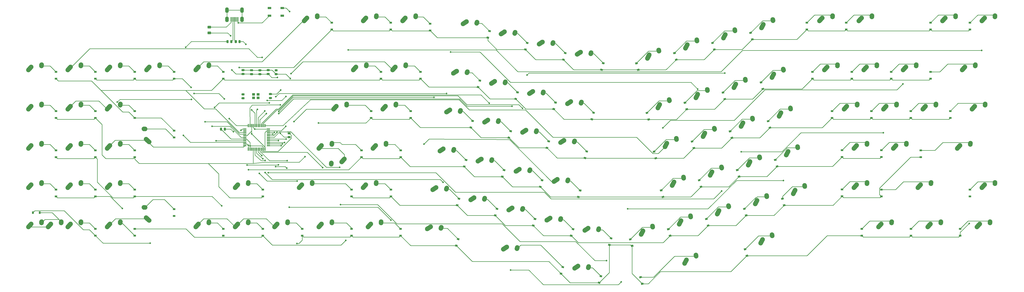
<source format=gbr>
%TF.GenerationSoftware,KiCad,Pcbnew,(5.1.10)-1*%
%TF.CreationDate,2021-06-23T23:40:24-07:00*%
%TF.ProjectId,HSC_Alice,4853435f-416c-4696-9365-2e6b69636164,rev?*%
%TF.SameCoordinates,Original*%
%TF.FileFunction,Copper,L2,Bot*%
%TF.FilePolarity,Positive*%
%FSLAX46Y46*%
G04 Gerber Fmt 4.6, Leading zero omitted, Abs format (unit mm)*
G04 Created by KiCad (PCBNEW (5.1.10)-1) date 2021-06-23 23:40:24*
%MOMM*%
%LPD*%
G01*
G04 APERTURE LIST*
%TA.AperFunction,ComponentPad*%
%ADD10C,2.250000*%
%TD*%
%TA.AperFunction,SMDPad,CuDef*%
%ADD11R,1.400000X1.200000*%
%TD*%
%TA.AperFunction,ComponentPad*%
%ADD12O,1.700000X2.700000*%
%TD*%
%TA.AperFunction,SMDPad,CuDef*%
%ADD13R,0.500000X2.250000*%
%TD*%
%TA.AperFunction,SMDPad,CuDef*%
%ADD14R,0.550000X1.500000*%
%TD*%
%TA.AperFunction,SMDPad,CuDef*%
%ADD15R,1.500000X0.550000*%
%TD*%
%TA.AperFunction,SMDPad,CuDef*%
%ADD16R,1.800000X1.100000*%
%TD*%
%TA.AperFunction,SMDPad,CuDef*%
%ADD17C,0.100000*%
%TD*%
%TA.AperFunction,SMDPad,CuDef*%
%ADD18R,1.200000X0.900000*%
%TD*%
%TA.AperFunction,SMDPad,CuDef*%
%ADD19R,0.900000X1.200000*%
%TD*%
%TA.AperFunction,ViaPad*%
%ADD20C,0.800000*%
%TD*%
%TA.AperFunction,Conductor*%
%ADD21C,0.254000*%
%TD*%
G04 APERTURE END LIST*
D10*
%TO.P,MX105,1*%
%TO.N,Col17*%
X-202401050Y-103188000D03*
%TA.AperFunction,ComponentPad*%
G36*
G01*
X-204462362Y-105485350D02*
X-204462367Y-105485345D01*
G75*
G02*
X-204548395Y-103896683I751317J837345D01*
G01*
X-203238393Y-102436683D01*
G75*
G02*
X-201649731Y-102350655I837345J-751317D01*
G01*
X-201649731Y-102350655D01*
G75*
G02*
X-201563703Y-103939317I-751317J-837345D01*
G01*
X-202873705Y-105399317D01*
G75*
G02*
X-204462367Y-105485345I-837345J751317D01*
G01*
G37*
%TD.AperFunction*%
%TO.P,MX105,2*%
%TO.N,Net-(D105-Pad2)*%
X-197361050Y-102108000D03*
%TA.AperFunction,ComponentPad*%
G36*
G01*
X-197477567Y-103810395D02*
X-197478453Y-103810334D01*
G75*
G02*
X-198523384Y-102610597I77403J1122334D01*
G01*
X-198483384Y-102030597D01*
G75*
G02*
X-197283647Y-100985666I1122334J-77403D01*
G01*
X-197283647Y-100985666D01*
G75*
G02*
X-196238716Y-102185403I-77403J-1122334D01*
G01*
X-196278716Y-102765403D01*
G75*
G02*
X-197478453Y-103810334I-1122334J77403D01*
G01*
G37*
%TD.AperFunction*%
%TD*%
%TO.P,MX106,1*%
%TO.N,Col4*%
X-508706750Y-130238000D03*
%TA.AperFunction,ComponentPad*%
G36*
G01*
X-506643978Y-127941962D02*
X-506645433Y-127940655D01*
G75*
G02*
X-506559405Y-129529317I-751317J-837345D01*
G01*
X-507869407Y-130989317D01*
G75*
G02*
X-509458069Y-131075345I-837345J751317D01*
G01*
X-509458069Y-131075345D01*
G75*
G02*
X-509544097Y-129486683I751317J837345D01*
G01*
X-508234095Y-128026683D01*
G75*
G02*
X-506645433Y-127940655I837345J-751317D01*
G01*
G37*
%TD.AperFunction*%
%TO.P,MX106,2*%
%TO.N,Net-(D28-Pad2)*%
X-513746750Y-131318000D03*
%TA.AperFunction,ComponentPad*%
G36*
G01*
X-513628274Y-129615740D02*
X-513629347Y-129615666D01*
G75*
G02*
X-512584416Y-130815403I-77403J-1122334D01*
G01*
X-512624416Y-131395403D01*
G75*
G02*
X-513824153Y-132440334I-1122334J77403D01*
G01*
X-513824153Y-132440334D01*
G75*
G02*
X-514869084Y-131240597I77403J1122334D01*
G01*
X-514829084Y-130660597D01*
G75*
G02*
X-513629347Y-129615666I1122334J-77403D01*
G01*
G37*
%TD.AperFunction*%
%TD*%
%TO.P,MX95,1*%
%TO.N,Col15*%
X-228594800Y-141288000D03*
%TA.AperFunction,ComponentPad*%
G36*
G01*
X-230656112Y-143585350D02*
X-230656117Y-143585345D01*
G75*
G02*
X-230742145Y-141996683I751317J837345D01*
G01*
X-229432143Y-140536683D01*
G75*
G02*
X-227843481Y-140450655I837345J-751317D01*
G01*
X-227843481Y-140450655D01*
G75*
G02*
X-227757453Y-142039317I-751317J-837345D01*
G01*
X-229067455Y-143499317D01*
G75*
G02*
X-230656117Y-143585345I-837345J751317D01*
G01*
G37*
%TD.AperFunction*%
%TO.P,MX95,2*%
%TO.N,Net-(D95-Pad2)*%
X-223554800Y-140208000D03*
%TA.AperFunction,ComponentPad*%
G36*
G01*
X-223671317Y-141910395D02*
X-223672203Y-141910334D01*
G75*
G02*
X-224717134Y-140710597I77403J1122334D01*
G01*
X-224677134Y-140130597D01*
G75*
G02*
X-223477397Y-139085666I1122334J-77403D01*
G01*
X-223477397Y-139085666D01*
G75*
G02*
X-222432466Y-140285403I-77403J-1122334D01*
G01*
X-222472466Y-140865403D01*
G75*
G02*
X-223672203Y-141910334I-1122334J77403D01*
G01*
G37*
%TD.AperFunction*%
%TD*%
%TO.P,MX29,1*%
%TO.N,Col4*%
X-527994250Y-141288000D03*
%TA.AperFunction,ComponentPad*%
G36*
G01*
X-530055562Y-143585350D02*
X-530055567Y-143585345D01*
G75*
G02*
X-530141595Y-141996683I751317J837345D01*
G01*
X-528831593Y-140536683D01*
G75*
G02*
X-527242931Y-140450655I837345J-751317D01*
G01*
X-527242931Y-140450655D01*
G75*
G02*
X-527156903Y-142039317I-751317J-837345D01*
G01*
X-528466905Y-143499317D01*
G75*
G02*
X-530055567Y-143585345I-837345J751317D01*
G01*
G37*
%TD.AperFunction*%
%TO.P,MX29,2*%
%TO.N,Net-(D29-Pad2)*%
X-522954250Y-140208000D03*
%TA.AperFunction,ComponentPad*%
G36*
G01*
X-523070767Y-141910395D02*
X-523071653Y-141910334D01*
G75*
G02*
X-524116584Y-140710597I77403J1122334D01*
G01*
X-524076584Y-140130597D01*
G75*
G02*
X-522876847Y-139085666I1122334J-77403D01*
G01*
X-522876847Y-139085666D01*
G75*
G02*
X-521831916Y-140285403I-77403J-1122334D01*
G01*
X-521871916Y-140865403D01*
G75*
G02*
X-523071653Y-141910334I-1122334J77403D01*
G01*
G37*
%TD.AperFunction*%
%TD*%
%TO.P,MX6,1*%
%TO.N,Col0*%
X-658963000Y-160338000D03*
%TA.AperFunction,ComponentPad*%
G36*
G01*
X-661024312Y-162635350D02*
X-661024317Y-162635345D01*
G75*
G02*
X-661110345Y-161046683I751317J837345D01*
G01*
X-659800343Y-159586683D01*
G75*
G02*
X-658211681Y-159500655I837345J-751317D01*
G01*
X-658211681Y-159500655D01*
G75*
G02*
X-658125653Y-161089317I-751317J-837345D01*
G01*
X-659435655Y-162549317D01*
G75*
G02*
X-661024317Y-162635345I-837345J751317D01*
G01*
G37*
%TD.AperFunction*%
%TO.P,MX6,2*%
%TO.N,Net-(D6-Pad2)*%
X-653923000Y-159258000D03*
%TA.AperFunction,ComponentPad*%
G36*
G01*
X-654039517Y-160960395D02*
X-654040403Y-160960334D01*
G75*
G02*
X-655085334Y-159760597I77403J1122334D01*
G01*
X-655045334Y-159180597D01*
G75*
G02*
X-653845597Y-158135666I1122334J-77403D01*
G01*
X-653845597Y-158135666D01*
G75*
G02*
X-652800666Y-159335403I-77403J-1122334D01*
G01*
X-652840666Y-159915403D01*
G75*
G02*
X-654040403Y-160960334I-1122334J77403D01*
G01*
G37*
%TD.AperFunction*%
%TD*%
%TO.P,MX100,1*%
%TO.N,Col0*%
X-649438000Y-160338000D03*
%TA.AperFunction,ComponentPad*%
G36*
G01*
X-651499312Y-162635350D02*
X-651499317Y-162635345D01*
G75*
G02*
X-651585345Y-161046683I751317J837345D01*
G01*
X-650275343Y-159586683D01*
G75*
G02*
X-648686681Y-159500655I837345J-751317D01*
G01*
X-648686681Y-159500655D01*
G75*
G02*
X-648600653Y-161089317I-751317J-837345D01*
G01*
X-649910655Y-162549317D01*
G75*
G02*
X-651499317Y-162635345I-837345J751317D01*
G01*
G37*
%TD.AperFunction*%
%TO.P,MX100,2*%
%TO.N,Net-(D6-Pad2)*%
X-644398000Y-159258000D03*
%TA.AperFunction,ComponentPad*%
G36*
G01*
X-644514517Y-160960395D02*
X-644515403Y-160960334D01*
G75*
G02*
X-645560334Y-159760597I77403J1122334D01*
G01*
X-645520334Y-159180597D01*
G75*
G02*
X-644320597Y-158135666I1122334J-77403D01*
G01*
X-644320597Y-158135666D01*
G75*
G02*
X-643275666Y-159335403I-77403J-1122334D01*
G01*
X-643315666Y-159915403D01*
G75*
G02*
X-644515403Y-160960334I-1122334J77403D01*
G01*
G37*
%TD.AperFunction*%
%TD*%
%TO.P,MX72,1*%
%TO.N,Col11*%
X-341896477Y-177759053D03*
%TA.AperFunction,ComponentPad*%
G36*
G01*
X-343292953Y-180511630D02*
X-343292960Y-180511627D01*
G75*
G02*
X-343787233Y-178999362I508996J1003269D01*
G01*
X-342899745Y-177250058D01*
G75*
G02*
X-341387480Y-176755785I1003269J-508996D01*
G01*
X-341387480Y-176755785D01*
G75*
G02*
X-340893207Y-178268050I-508996J-1003269D01*
G01*
X-341780695Y-180017354D01*
G75*
G02*
X-343292960Y-180511627I-1003269J508996D01*
G01*
G37*
%TD.AperFunction*%
%TO.P,MX72,2*%
%TO.N,Net-(D72-Pad2)*%
X-337307735Y-175411405D03*
%TA.AperFunction,ComponentPad*%
G36*
G01*
X-336979670Y-177085949D02*
X-336980541Y-177086120D01*
G75*
G02*
X-338300382Y-176197711I-215716J1104125D01*
G01*
X-338411860Y-175627121D01*
G75*
G02*
X-337523451Y-174307280I1104125J215716D01*
G01*
X-337523451Y-174307280D01*
G75*
G02*
X-336203610Y-175195689I215716J-1104125D01*
G01*
X-336092132Y-175766279D01*
G75*
G02*
X-336980541Y-177086120I-1104125J-215716D01*
G01*
G37*
%TD.AperFunction*%
%TD*%
%TO.P,MX48,1*%
%TO.N,Col7*%
X-428864365Y-171534454D03*
%TA.AperFunction,ComponentPad*%
G36*
G01*
X-431450038Y-173220018D02*
X-431450042Y-173220011D01*
G75*
G02*
X-431121962Y-171663215I942438J614358D01*
G01*
X-429478722Y-170592017D01*
G75*
G02*
X-427921926Y-170920097I614358J-942438D01*
G01*
X-427921926Y-170920097D01*
G75*
G02*
X-428250006Y-172476893I-942438J-614358D01*
G01*
X-429893246Y-173548091D01*
G75*
G02*
X-431450042Y-173220011I-614358J942438D01*
G01*
G37*
%TD.AperFunction*%
%TO.P,MX48,2*%
%TO.N,Net-(D48-Pad2)*%
X-423716575Y-171795702D03*
%TA.AperFunction,ComponentPad*%
G36*
G01*
X-424269734Y-173409932D02*
X-424270574Y-173409644D01*
G75*
G02*
X-424969385Y-171980339I365247J1064058D01*
G01*
X-424780633Y-171430455D01*
G75*
G02*
X-423351328Y-170731644I1064058J-365247D01*
G01*
X-423351328Y-170731644D01*
G75*
G02*
X-422652517Y-172160949I-365247J-1064058D01*
G01*
X-422841269Y-172710833D01*
G75*
G02*
X-424270574Y-173409644I-1064058J365247D01*
G01*
G37*
%TD.AperFunction*%
%TD*%
%TO.P,MX28,1*%
%TO.N,Col4*%
X-518469250Y-122238000D03*
%TA.AperFunction,ComponentPad*%
G36*
G01*
X-520530562Y-124535350D02*
X-520530567Y-124535345D01*
G75*
G02*
X-520616595Y-122946683I751317J837345D01*
G01*
X-519306593Y-121486683D01*
G75*
G02*
X-517717931Y-121400655I837345J-751317D01*
G01*
X-517717931Y-121400655D01*
G75*
G02*
X-517631903Y-122989317I-751317J-837345D01*
G01*
X-518941905Y-124449317D01*
G75*
G02*
X-520530567Y-124535345I-837345J751317D01*
G01*
G37*
%TD.AperFunction*%
%TO.P,MX28,2*%
%TO.N,Net-(D28-Pad2)*%
X-513429250Y-121158000D03*
%TA.AperFunction,ComponentPad*%
G36*
G01*
X-513545767Y-122860395D02*
X-513546653Y-122860334D01*
G75*
G02*
X-514591584Y-121660597I77403J1122334D01*
G01*
X-514551584Y-121080597D01*
G75*
G02*
X-513351847Y-120035666I1122334J-77403D01*
G01*
X-513351847Y-120035666D01*
G75*
G02*
X-512306916Y-121235403I-77403J-1122334D01*
G01*
X-512346916Y-121815403D01*
G75*
G02*
X-513546653Y-122860334I-1122334J77403D01*
G01*
G37*
%TD.AperFunction*%
%TD*%
D11*
%TO.P,Y1,4*%
%TO.N,GND*%
X-549140200Y-97448000D03*
%TO.P,Y1,3*%
%TO.N,Net-(C2-Pad1)*%
X-551340200Y-97448000D03*
%TO.P,Y1,2*%
%TO.N,GND*%
X-551340200Y-99148000D03*
%TO.P,Y1,1*%
%TO.N,Net-(C1-Pad1)*%
X-549140200Y-99148000D03*
%TD*%
D12*
%TO.P,USB1,6*%
%TO.N,Net-(USB1-Pad6)*%
X-564228000Y-56565800D03*
X-556928000Y-56565800D03*
X-556928000Y-61065800D03*
X-564228000Y-61065800D03*
D13*
%TO.P,USB1,5*%
%TO.N,VCC*%
X-562178000Y-61065800D03*
%TO.P,USB1,4*%
%TO.N,D-*%
X-561378000Y-61065800D03*
%TO.P,USB1,3*%
%TO.N,D+*%
X-560578000Y-61065800D03*
%TO.P,USB1,2*%
%TO.N,Net-(USB1-Pad2)*%
X-559778000Y-61065800D03*
%TO.P,USB1,1*%
%TO.N,GND*%
X-558978000Y-61065800D03*
%TD*%
D14*
%TO.P,U1,44*%
%TO.N,+5V*%
X-553884600Y-124013200D03*
%TO.P,U1,43*%
%TO.N,GND*%
X-553084600Y-124013200D03*
%TO.P,U1,42*%
%TO.N,Net-(U1-Pad42)*%
X-552284600Y-124013200D03*
%TO.P,U1,41*%
%TO.N,Row2*%
X-551484600Y-124013200D03*
%TO.P,U1,40*%
%TO.N,Col15*%
X-550684600Y-124013200D03*
%TO.P,U1,39*%
%TO.N,Col16*%
X-549884600Y-124013200D03*
%TO.P,U1,38*%
%TO.N,Col17*%
X-549084600Y-124013200D03*
%TO.P,U1,37*%
%TO.N,Col14*%
X-548284600Y-124013200D03*
%TO.P,U1,36*%
%TO.N,Col13*%
X-547484600Y-124013200D03*
%TO.P,U1,35*%
%TO.N,GND*%
X-546684600Y-124013200D03*
%TO.P,U1,34*%
%TO.N,+5V*%
X-545884600Y-124013200D03*
D15*
%TO.P,U1,33*%
%TO.N,Net-(R4-Pad2)*%
X-544184600Y-122313200D03*
%TO.P,U1,32*%
%TO.N,Col4*%
X-544184600Y-121513200D03*
%TO.P,U1,31*%
%TO.N,Col3*%
X-544184600Y-120713200D03*
%TO.P,U1,30*%
%TO.N,Col0*%
X-544184600Y-119913200D03*
%TO.P,U1,29*%
%TO.N,Row5*%
X-544184600Y-119113200D03*
%TO.P,U1,28*%
%TO.N,Row4*%
X-544184600Y-118313200D03*
%TO.P,U1,27*%
%TO.N,Col12*%
X-544184600Y-117513200D03*
%TO.P,U1,26*%
%TO.N,Col11*%
X-544184600Y-116713200D03*
%TO.P,U1,25*%
%TO.N,Col9*%
X-544184600Y-115913200D03*
%TO.P,U1,24*%
%TO.N,+5V*%
X-544184600Y-115113200D03*
%TO.P,U1,23*%
%TO.N,GND*%
X-544184600Y-114313200D03*
D14*
%TO.P,U1,22*%
%TO.N,Col10*%
X-545884600Y-112613200D03*
%TO.P,U1,21*%
%TO.N,Col8*%
X-546684600Y-112613200D03*
%TO.P,U1,20*%
%TO.N,Col7*%
X-547484600Y-112613200D03*
%TO.P,U1,19*%
%TO.N,Col6*%
X-548284600Y-112613200D03*
%TO.P,U1,18*%
%TO.N,Col5*%
X-549084600Y-112613200D03*
%TO.P,U1,17*%
%TO.N,Net-(C1-Pad1)*%
X-549884600Y-112613200D03*
%TO.P,U1,16*%
%TO.N,Net-(C2-Pad1)*%
X-550684600Y-112613200D03*
%TO.P,U1,15*%
%TO.N,GND*%
X-551484600Y-112613200D03*
%TO.P,U1,14*%
%TO.N,+5V*%
X-552284600Y-112613200D03*
%TO.P,U1,13*%
%TO.N,Net-(R3-Pad2)*%
X-553084600Y-112613200D03*
%TO.P,U1,12*%
%TO.N,Col1*%
X-553884600Y-112613200D03*
D15*
%TO.P,U1,11*%
%TO.N,Row3*%
X-555584600Y-114313200D03*
%TO.P,U1,10*%
%TO.N,Net-(U1-Pad10)*%
X-555584600Y-115113200D03*
%TO.P,U1,9*%
%TO.N,Row1*%
X-555584600Y-115913200D03*
%TO.P,U1,8*%
%TO.N,Row0*%
X-555584600Y-116713200D03*
%TO.P,U1,7*%
%TO.N,+5V*%
X-555584600Y-117513200D03*
%TO.P,U1,6*%
%TO.N,Net-(C5-Pad1)*%
X-555584600Y-118313200D03*
%TO.P,U1,5*%
%TO.N,GND*%
X-555584600Y-119113200D03*
%TO.P,U1,4*%
%TO.N,Net-(R2-Pad1)*%
X-555584600Y-119913200D03*
%TO.P,U1,3*%
%TO.N,Net-(R1-Pad1)*%
X-555584600Y-120713200D03*
%TO.P,U1,2*%
%TO.N,+5V*%
X-555584600Y-121513200D03*
%TO.P,U1,1*%
%TO.N,Col2*%
X-555584600Y-122313200D03*
%TD*%
D16*
%TO.P,SW1,4*%
%TO.N,N/C*%
X-537488200Y-59266700D03*
%TO.P,SW1,3*%
X-543688200Y-55566700D03*
%TO.P,SW1,2*%
%TO.N,Net-(R3-Pad2)*%
X-537488200Y-55566700D03*
%TO.P,SW1,1*%
%TO.N,GND*%
X-543688200Y-59266700D03*
%TD*%
%TO.P,R4,2*%
%TO.N,Net-(R4-Pad2)*%
%TA.AperFunction,SMDPad,CuDef*%
G36*
G01*
X-565764100Y-114762702D02*
X-565764100Y-113862698D01*
G75*
G02*
X-565514102Y-113612700I249998J0D01*
G01*
X-564989098Y-113612700D01*
G75*
G02*
X-564739100Y-113862698I0J-249998D01*
G01*
X-564739100Y-114762702D01*
G75*
G02*
X-564989098Y-115012700I-249998J0D01*
G01*
X-565514102Y-115012700D01*
G75*
G02*
X-565764100Y-114762702I0J249998D01*
G01*
G37*
%TD.AperFunction*%
%TO.P,R4,1*%
%TO.N,GND*%
%TA.AperFunction,SMDPad,CuDef*%
G36*
G01*
X-567589100Y-114762702D02*
X-567589100Y-113862698D01*
G75*
G02*
X-567339102Y-113612700I249998J0D01*
G01*
X-566814098Y-113612700D01*
G75*
G02*
X-566564100Y-113862698I0J-249998D01*
G01*
X-566564100Y-114762702D01*
G75*
G02*
X-566814098Y-115012700I-249998J0D01*
G01*
X-567339102Y-115012700D01*
G75*
G02*
X-567589100Y-114762702I0J249998D01*
G01*
G37*
%TD.AperFunction*%
%TD*%
%TO.P,R3,1*%
%TO.N,+5V*%
%TA.AperFunction,SMDPad,CuDef*%
G36*
G01*
X-539973098Y-88102500D02*
X-540873102Y-88102500D01*
G75*
G02*
X-541123100Y-87852502I0J249998D01*
G01*
X-541123100Y-87327498D01*
G75*
G02*
X-540873102Y-87077500I249998J0D01*
G01*
X-539973098Y-87077500D01*
G75*
G02*
X-539723100Y-87327498I0J-249998D01*
G01*
X-539723100Y-87852502D01*
G75*
G02*
X-539973098Y-88102500I-249998J0D01*
G01*
G37*
%TD.AperFunction*%
%TO.P,R3,2*%
%TO.N,Net-(R3-Pad2)*%
%TA.AperFunction,SMDPad,CuDef*%
G36*
G01*
X-539973098Y-86277500D02*
X-540873102Y-86277500D01*
G75*
G02*
X-541123100Y-86027502I0J249998D01*
G01*
X-541123100Y-85502498D01*
G75*
G02*
X-540873102Y-85252500I249998J0D01*
G01*
X-539973098Y-85252500D01*
G75*
G02*
X-539723100Y-85502498I0J-249998D01*
G01*
X-539723100Y-86027502D01*
G75*
G02*
X-539973098Y-86277500I-249998J0D01*
G01*
G37*
%TD.AperFunction*%
%TD*%
%TO.P,R2,2*%
%TO.N,D+*%
%TA.AperFunction,SMDPad,CuDef*%
G36*
G01*
X-559429600Y-71368498D02*
X-559429600Y-72268502D01*
G75*
G02*
X-559679598Y-72518500I-249998J0D01*
G01*
X-560204602Y-72518500D01*
G75*
G02*
X-560454600Y-72268502I0J249998D01*
G01*
X-560454600Y-71368498D01*
G75*
G02*
X-560204602Y-71118500I249998J0D01*
G01*
X-559679598Y-71118500D01*
G75*
G02*
X-559429600Y-71368498I0J-249998D01*
G01*
G37*
%TD.AperFunction*%
%TO.P,R2,1*%
%TO.N,Net-(R2-Pad1)*%
%TA.AperFunction,SMDPad,CuDef*%
G36*
G01*
X-557604600Y-71368498D02*
X-557604600Y-72268502D01*
G75*
G02*
X-557854598Y-72518500I-249998J0D01*
G01*
X-558379602Y-72518500D01*
G75*
G02*
X-558629600Y-72268502I0J249998D01*
G01*
X-558629600Y-71368498D01*
G75*
G02*
X-558379602Y-71118500I249998J0D01*
G01*
X-557854598Y-71118500D01*
G75*
G02*
X-557604600Y-71368498I0J-249998D01*
G01*
G37*
%TD.AperFunction*%
%TD*%
%TO.P,R1,2*%
%TO.N,D-*%
%TA.AperFunction,SMDPad,CuDef*%
G36*
G01*
X-562629600Y-72268502D02*
X-562629600Y-71368498D01*
G75*
G02*
X-562379602Y-71118500I249998J0D01*
G01*
X-561854598Y-71118500D01*
G75*
G02*
X-561604600Y-71368498I0J-249998D01*
G01*
X-561604600Y-72268502D01*
G75*
G02*
X-561854598Y-72518500I-249998J0D01*
G01*
X-562379602Y-72518500D01*
G75*
G02*
X-562629600Y-72268502I0J249998D01*
G01*
G37*
%TD.AperFunction*%
%TO.P,R1,1*%
%TO.N,Net-(R1-Pad1)*%
%TA.AperFunction,SMDPad,CuDef*%
G36*
G01*
X-564454600Y-72268502D02*
X-564454600Y-71368498D01*
G75*
G02*
X-564204602Y-71118500I249998J0D01*
G01*
X-563679598Y-71118500D01*
G75*
G02*
X-563429600Y-71368498I0J-249998D01*
G01*
X-563429600Y-72268502D01*
G75*
G02*
X-563679598Y-72518500I-249998J0D01*
G01*
X-564204602Y-72518500D01*
G75*
G02*
X-564454600Y-72268502I0J249998D01*
G01*
G37*
%TD.AperFunction*%
%TD*%
%TO.P,F1,2*%
%TO.N,VCC*%
%TA.AperFunction,SMDPad,CuDef*%
G36*
G01*
X-572145000Y-65417400D02*
X-573395000Y-65417400D01*
G75*
G02*
X-573645000Y-65167400I0J250000D01*
G01*
X-573645000Y-64417400D01*
G75*
G02*
X-573395000Y-64167400I250000J0D01*
G01*
X-572145000Y-64167400D01*
G75*
G02*
X-571895000Y-64417400I0J-250000D01*
G01*
X-571895000Y-65167400D01*
G75*
G02*
X-572145000Y-65417400I-250000J0D01*
G01*
G37*
%TD.AperFunction*%
%TO.P,F1,1*%
%TO.N,+5V*%
%TA.AperFunction,SMDPad,CuDef*%
G36*
G01*
X-572145000Y-68217400D02*
X-573395000Y-68217400D01*
G75*
G02*
X-573645000Y-67967400I0J250000D01*
G01*
X-573645000Y-67217400D01*
G75*
G02*
X-573395000Y-66967400I250000J0D01*
G01*
X-572145000Y-66967400D01*
G75*
G02*
X-571895000Y-67217400I0J-250000D01*
G01*
X-571895000Y-67967400D01*
G75*
G02*
X-572145000Y-68217400I-250000J0D01*
G01*
G37*
%TD.AperFunction*%
%TD*%
%TO.P,C7,2*%
%TO.N,GND*%
%TA.AperFunction,SMDPad,CuDef*%
G36*
G01*
X-544746200Y-87064000D02*
X-543796200Y-87064000D01*
G75*
G02*
X-543546200Y-87314000I0J-250000D01*
G01*
X-543546200Y-87814000D01*
G75*
G02*
X-543796200Y-88064000I-250000J0D01*
G01*
X-544746200Y-88064000D01*
G75*
G02*
X-544996200Y-87814000I0J250000D01*
G01*
X-544996200Y-87314000D01*
G75*
G02*
X-544746200Y-87064000I250000J0D01*
G01*
G37*
%TD.AperFunction*%
%TO.P,C7,1*%
%TO.N,+5V*%
%TA.AperFunction,SMDPad,CuDef*%
G36*
G01*
X-544746200Y-85164000D02*
X-543796200Y-85164000D01*
G75*
G02*
X-543546200Y-85414000I0J-250000D01*
G01*
X-543546200Y-85914000D01*
G75*
G02*
X-543796200Y-86164000I-250000J0D01*
G01*
X-544746200Y-86164000D01*
G75*
G02*
X-544996200Y-85914000I0J250000D01*
G01*
X-544996200Y-85414000D01*
G75*
G02*
X-544746200Y-85164000I250000J0D01*
G01*
G37*
%TD.AperFunction*%
%TD*%
%TO.P,C6,2*%
%TO.N,GND*%
%TA.AperFunction,SMDPad,CuDef*%
G36*
G01*
X-548759400Y-87140200D02*
X-547809400Y-87140200D01*
G75*
G02*
X-547559400Y-87390200I0J-250000D01*
G01*
X-547559400Y-87890200D01*
G75*
G02*
X-547809400Y-88140200I-250000J0D01*
G01*
X-548759400Y-88140200D01*
G75*
G02*
X-549009400Y-87890200I0J250000D01*
G01*
X-549009400Y-87390200D01*
G75*
G02*
X-548759400Y-87140200I250000J0D01*
G01*
G37*
%TD.AperFunction*%
%TO.P,C6,1*%
%TO.N,+5V*%
%TA.AperFunction,SMDPad,CuDef*%
G36*
G01*
X-548759400Y-85240200D02*
X-547809400Y-85240200D01*
G75*
G02*
X-547559400Y-85490200I0J-250000D01*
G01*
X-547559400Y-85990200D01*
G75*
G02*
X-547809400Y-86240200I-250000J0D01*
G01*
X-548759400Y-86240200D01*
G75*
G02*
X-549009400Y-85990200I0J250000D01*
G01*
X-549009400Y-85490200D01*
G75*
G02*
X-548759400Y-85240200I250000J0D01*
G01*
G37*
%TD.AperFunction*%
%TD*%
%TO.P,C5,2*%
%TO.N,GND*%
%TA.AperFunction,SMDPad,CuDef*%
G36*
G01*
X-533661600Y-116796400D02*
X-534611600Y-116796400D01*
G75*
G02*
X-534861600Y-116546400I0J250000D01*
G01*
X-534861600Y-116046400D01*
G75*
G02*
X-534611600Y-115796400I250000J0D01*
G01*
X-533661600Y-115796400D01*
G75*
G02*
X-533411600Y-116046400I0J-250000D01*
G01*
X-533411600Y-116546400D01*
G75*
G02*
X-533661600Y-116796400I-250000J0D01*
G01*
G37*
%TD.AperFunction*%
%TO.P,C5,1*%
%TO.N,Net-(C5-Pad1)*%
%TA.AperFunction,SMDPad,CuDef*%
G36*
G01*
X-533661600Y-118696400D02*
X-534611600Y-118696400D01*
G75*
G02*
X-534861600Y-118446400I0J250000D01*
G01*
X-534861600Y-117946400D01*
G75*
G02*
X-534611600Y-117696400I250000J0D01*
G01*
X-533661600Y-117696400D01*
G75*
G02*
X-533411600Y-117946400I0J-250000D01*
G01*
X-533411600Y-118446400D01*
G75*
G02*
X-533661600Y-118696400I-250000J0D01*
G01*
G37*
%TD.AperFunction*%
%TD*%
%TO.P,C4,2*%
%TO.N,GND*%
%TA.AperFunction,SMDPad,CuDef*%
G36*
G01*
X-552772600Y-87114800D02*
X-551822600Y-87114800D01*
G75*
G02*
X-551572600Y-87364800I0J-250000D01*
G01*
X-551572600Y-87864800D01*
G75*
G02*
X-551822600Y-88114800I-250000J0D01*
G01*
X-552772600Y-88114800D01*
G75*
G02*
X-553022600Y-87864800I0J250000D01*
G01*
X-553022600Y-87364800D01*
G75*
G02*
X-552772600Y-87114800I250000J0D01*
G01*
G37*
%TD.AperFunction*%
%TO.P,C4,1*%
%TO.N,+5V*%
%TA.AperFunction,SMDPad,CuDef*%
G36*
G01*
X-552772600Y-85214800D02*
X-551822600Y-85214800D01*
G75*
G02*
X-551572600Y-85464800I0J-250000D01*
G01*
X-551572600Y-85964800D01*
G75*
G02*
X-551822600Y-86214800I-250000J0D01*
G01*
X-552772600Y-86214800D01*
G75*
G02*
X-553022600Y-85964800I0J250000D01*
G01*
X-553022600Y-85464800D01*
G75*
G02*
X-552772600Y-85214800I250000J0D01*
G01*
G37*
%TD.AperFunction*%
%TD*%
%TO.P,C3,2*%
%TO.N,GND*%
%TA.AperFunction,SMDPad,CuDef*%
G36*
G01*
X-556912800Y-87064000D02*
X-555962800Y-87064000D01*
G75*
G02*
X-555712800Y-87314000I0J-250000D01*
G01*
X-555712800Y-87814000D01*
G75*
G02*
X-555962800Y-88064000I-250000J0D01*
G01*
X-556912800Y-88064000D01*
G75*
G02*
X-557162800Y-87814000I0J250000D01*
G01*
X-557162800Y-87314000D01*
G75*
G02*
X-556912800Y-87064000I250000J0D01*
G01*
G37*
%TD.AperFunction*%
%TO.P,C3,1*%
%TO.N,+5V*%
%TA.AperFunction,SMDPad,CuDef*%
G36*
G01*
X-556912800Y-85164000D02*
X-555962800Y-85164000D01*
G75*
G02*
X-555712800Y-85414000I0J-250000D01*
G01*
X-555712800Y-85914000D01*
G75*
G02*
X-555962800Y-86164000I-250000J0D01*
G01*
X-556912800Y-86164000D01*
G75*
G02*
X-557162800Y-85914000I0J250000D01*
G01*
X-557162800Y-85414000D01*
G75*
G02*
X-556912800Y-85164000I250000J0D01*
G01*
G37*
%TD.AperFunction*%
%TD*%
%TO.P,C2,2*%
%TO.N,GND*%
%TA.AperFunction,SMDPad,CuDef*%
G36*
G01*
X-556912800Y-98824200D02*
X-555962800Y-98824200D01*
G75*
G02*
X-555712800Y-99074200I0J-250000D01*
G01*
X-555712800Y-99574200D01*
G75*
G02*
X-555962800Y-99824200I-250000J0D01*
G01*
X-556912800Y-99824200D01*
G75*
G02*
X-557162800Y-99574200I0J250000D01*
G01*
X-557162800Y-99074200D01*
G75*
G02*
X-556912800Y-98824200I250000J0D01*
G01*
G37*
%TD.AperFunction*%
%TO.P,C2,1*%
%TO.N,Net-(C2-Pad1)*%
%TA.AperFunction,SMDPad,CuDef*%
G36*
G01*
X-556912800Y-96924200D02*
X-555962800Y-96924200D01*
G75*
G02*
X-555712800Y-97174200I0J-250000D01*
G01*
X-555712800Y-97674200D01*
G75*
G02*
X-555962800Y-97924200I-250000J0D01*
G01*
X-556912800Y-97924200D01*
G75*
G02*
X-557162800Y-97674200I0J250000D01*
G01*
X-557162800Y-97174200D01*
G75*
G02*
X-556912800Y-96924200I250000J0D01*
G01*
G37*
%TD.AperFunction*%
%TD*%
%TO.P,C1,2*%
%TO.N,GND*%
%TA.AperFunction,SMDPad,CuDef*%
G36*
G01*
X-542729400Y-97797200D02*
X-543679400Y-97797200D01*
G75*
G02*
X-543929400Y-97547200I0J250000D01*
G01*
X-543929400Y-97047200D01*
G75*
G02*
X-543679400Y-96797200I250000J0D01*
G01*
X-542729400Y-96797200D01*
G75*
G02*
X-542479400Y-97047200I0J-250000D01*
G01*
X-542479400Y-97547200D01*
G75*
G02*
X-542729400Y-97797200I-250000J0D01*
G01*
G37*
%TD.AperFunction*%
%TO.P,C1,1*%
%TO.N,Net-(C1-Pad1)*%
%TA.AperFunction,SMDPad,CuDef*%
G36*
G01*
X-542729400Y-99697200D02*
X-543679400Y-99697200D01*
G75*
G02*
X-543929400Y-99447200I0J250000D01*
G01*
X-543929400Y-98947200D01*
G75*
G02*
X-543679400Y-98697200I250000J0D01*
G01*
X-542729400Y-98697200D01*
G75*
G02*
X-542479400Y-98947200I0J-250000D01*
G01*
X-542479400Y-99447200D01*
G75*
G02*
X-542729400Y-99697200I-250000J0D01*
G01*
G37*
%TD.AperFunction*%
%TD*%
D10*
%TO.P,MX54,1*%
%TO.N,Col8*%
X-394362702Y-180779146D03*
%TA.AperFunction,ComponentPad*%
G36*
G01*
X-396948375Y-182464710D02*
X-396948379Y-182464703D01*
G75*
G02*
X-396620299Y-180907907I942438J614358D01*
G01*
X-394977059Y-179836709D01*
G75*
G02*
X-393420263Y-180164789I614358J-942438D01*
G01*
X-393420263Y-180164789D01*
G75*
G02*
X-393748343Y-181721585I-942438J-614358D01*
G01*
X-395391583Y-182792783D01*
G75*
G02*
X-396948379Y-182464703I-614358J942438D01*
G01*
G37*
%TD.AperFunction*%
%TO.P,MX54,2*%
%TO.N,Net-(D54-Pad2)*%
X-389214912Y-181040394D03*
%TA.AperFunction,ComponentPad*%
G36*
G01*
X-389768071Y-182654624D02*
X-389768911Y-182654336D01*
G75*
G02*
X-390467722Y-181225031I365247J1064058D01*
G01*
X-390278970Y-180675147D01*
G75*
G02*
X-388849665Y-179976336I1064058J-365247D01*
G01*
X-388849665Y-179976336D01*
G75*
G02*
X-388150854Y-181405641I-365247J-1064058D01*
G01*
X-388339606Y-181955525D01*
G75*
G02*
X-389768911Y-182654336I-1064058J365247D01*
G01*
G37*
%TD.AperFunction*%
%TD*%
%TA.AperFunction,SMDPad,CuDef*%
D17*
%TO.P,D37,2*%
%TO.N,Net-(D37-Pad2)*%
G36*
X-436703335Y-67300675D02*
G01*
X-437862446Y-66990092D01*
X-437629509Y-66120759D01*
X-436470398Y-66431342D01*
X-436703335Y-67300675D01*
G37*
%TD.AperFunction*%
%TA.AperFunction,SMDPad,CuDef*%
%TO.P,D37,1*%
%TO.N,Row0*%
G36*
X-437557437Y-70488231D02*
G01*
X-438716548Y-70177648D01*
X-438483611Y-69308315D01*
X-437324500Y-69618898D01*
X-437557437Y-70488231D01*
G37*
%TD.AperFunction*%
%TD*%
D18*
%TO.P,D19,2*%
%TO.N,Net-(D19-Pad2)*%
X-513524500Y-62675500D03*
%TO.P,D19,1*%
%TO.N,Row0*%
X-513524500Y-65975500D03*
%TD*%
D10*
%TO.P,MX104,1*%
%TO.N,Col17*%
X-207163550Y-84138000D03*
%TA.AperFunction,ComponentPad*%
G36*
G01*
X-209224862Y-86435350D02*
X-209224867Y-86435345D01*
G75*
G02*
X-209310895Y-84846683I751317J837345D01*
G01*
X-208000893Y-83386683D01*
G75*
G02*
X-206412231Y-83300655I837345J-751317D01*
G01*
X-206412231Y-83300655D01*
G75*
G02*
X-206326203Y-84889317I-751317J-837345D01*
G01*
X-207636205Y-86349317D01*
G75*
G02*
X-209224867Y-86435345I-837345J751317D01*
G01*
G37*
%TD.AperFunction*%
%TO.P,MX104,2*%
%TO.N,Net-(D104-Pad2)*%
X-202123550Y-83058000D03*
%TA.AperFunction,ComponentPad*%
G36*
G01*
X-202240067Y-84760395D02*
X-202240953Y-84760334D01*
G75*
G02*
X-203285884Y-83560597I77403J1122334D01*
G01*
X-203245884Y-82980597D01*
G75*
G02*
X-202046147Y-81935666I1122334J-77403D01*
G01*
X-202046147Y-81935666D01*
G75*
G02*
X-201001216Y-83135403I-77403J-1122334D01*
G01*
X-201041216Y-83715403D01*
G75*
G02*
X-202240953Y-84760334I-1122334J77403D01*
G01*
G37*
%TD.AperFunction*%
%TD*%
%TO.P,MX103,1*%
%TO.N,Col17*%
X-197638550Y-60325500D03*
%TA.AperFunction,ComponentPad*%
G36*
G01*
X-199699862Y-62622850D02*
X-199699867Y-62622845D01*
G75*
G02*
X-199785895Y-61034183I751317J837345D01*
G01*
X-198475893Y-59574183D01*
G75*
G02*
X-196887231Y-59488155I837345J-751317D01*
G01*
X-196887231Y-59488155D01*
G75*
G02*
X-196801203Y-61076817I-751317J-837345D01*
G01*
X-198111205Y-62536817D01*
G75*
G02*
X-199699867Y-62622845I-837345J751317D01*
G01*
G37*
%TD.AperFunction*%
%TO.P,MX103,2*%
%TO.N,Net-(D103-Pad2)*%
X-192598550Y-59245500D03*
%TA.AperFunction,ComponentPad*%
G36*
G01*
X-192715067Y-60947895D02*
X-192715953Y-60947834D01*
G75*
G02*
X-193760884Y-59748097I77403J1122334D01*
G01*
X-193720884Y-59168097D01*
G75*
G02*
X-192521147Y-58123166I1122334J-77403D01*
G01*
X-192521147Y-58123166D01*
G75*
G02*
X-191476216Y-59322903I-77403J-1122334D01*
G01*
X-191516216Y-59902903D01*
G75*
G02*
X-192715953Y-60947834I-1122334J77403D01*
G01*
G37*
%TD.AperFunction*%
%TD*%
%TO.P,MX102,1*%
%TO.N,Col16*%
X-197638550Y-141288000D03*
%TA.AperFunction,ComponentPad*%
G36*
G01*
X-199699862Y-143585350D02*
X-199699867Y-143585345D01*
G75*
G02*
X-199785895Y-141996683I751317J837345D01*
G01*
X-198475893Y-140536683D01*
G75*
G02*
X-196887231Y-140450655I837345J-751317D01*
G01*
X-196887231Y-140450655D01*
G75*
G02*
X-196801203Y-142039317I-751317J-837345D01*
G01*
X-198111205Y-143499317D01*
G75*
G02*
X-199699867Y-143585345I-837345J751317D01*
G01*
G37*
%TD.AperFunction*%
%TO.P,MX102,2*%
%TO.N,Net-(D102-Pad2)*%
X-192598550Y-140208000D03*
%TA.AperFunction,ComponentPad*%
G36*
G01*
X-192715067Y-141910395D02*
X-192715953Y-141910334D01*
G75*
G02*
X-193760884Y-140710597I77403J1122334D01*
G01*
X-193720884Y-140130597D01*
G75*
G02*
X-192521147Y-139085666I1122334J-77403D01*
G01*
X-192521147Y-139085666D01*
G75*
G02*
X-191476216Y-140285403I-77403J-1122334D01*
G01*
X-191516216Y-140865403D01*
G75*
G02*
X-192715953Y-141910334I-1122334J77403D01*
G01*
G37*
%TD.AperFunction*%
%TD*%
%TO.P,MX101,1*%
%TO.N,Col16*%
X-209544800Y-122238000D03*
%TA.AperFunction,ComponentPad*%
G36*
G01*
X-211606112Y-124535350D02*
X-211606117Y-124535345D01*
G75*
G02*
X-211692145Y-122946683I751317J837345D01*
G01*
X-210382143Y-121486683D01*
G75*
G02*
X-208793481Y-121400655I837345J-751317D01*
G01*
X-208793481Y-121400655D01*
G75*
G02*
X-208707453Y-122989317I-751317J-837345D01*
G01*
X-210017455Y-124449317D01*
G75*
G02*
X-211606117Y-124535345I-837345J751317D01*
G01*
G37*
%TD.AperFunction*%
%TO.P,MX101,2*%
%TO.N,Net-(D101-Pad2)*%
X-204504800Y-121158000D03*
%TA.AperFunction,ComponentPad*%
G36*
G01*
X-204621317Y-122860395D02*
X-204622203Y-122860334D01*
G75*
G02*
X-205667134Y-121660597I77403J1122334D01*
G01*
X-205627134Y-121080597D01*
G75*
G02*
X-204427397Y-120035666I1122334J-77403D01*
G01*
X-204427397Y-120035666D01*
G75*
G02*
X-203382466Y-121235403I-77403J-1122334D01*
G01*
X-203422466Y-121815403D01*
G75*
G02*
X-204622203Y-122860334I-1122334J77403D01*
G01*
G37*
%TD.AperFunction*%
%TD*%
%TO.P,MX99,1*%
%TO.N,Col16*%
X-226213550Y-103188000D03*
%TA.AperFunction,ComponentPad*%
G36*
G01*
X-228274862Y-105485350D02*
X-228274867Y-105485345D01*
G75*
G02*
X-228360895Y-103896683I751317J837345D01*
G01*
X-227050893Y-102436683D01*
G75*
G02*
X-225462231Y-102350655I837345J-751317D01*
G01*
X-225462231Y-102350655D01*
G75*
G02*
X-225376203Y-103939317I-751317J-837345D01*
G01*
X-226686205Y-105399317D01*
G75*
G02*
X-228274867Y-105485345I-837345J751317D01*
G01*
G37*
%TD.AperFunction*%
%TO.P,MX99,2*%
%TO.N,Net-(D99-Pad2)*%
X-221173550Y-102108000D03*
%TA.AperFunction,ComponentPad*%
G36*
G01*
X-221290067Y-103810395D02*
X-221290953Y-103810334D01*
G75*
G02*
X-222335884Y-102610597I77403J1122334D01*
G01*
X-222295884Y-102030597D01*
G75*
G02*
X-221096147Y-100985666I1122334J-77403D01*
G01*
X-221096147Y-100985666D01*
G75*
G02*
X-220051216Y-102185403I-77403J-1122334D01*
G01*
X-220091216Y-102765403D01*
G75*
G02*
X-221290953Y-103810334I-1122334J77403D01*
G01*
G37*
%TD.AperFunction*%
%TD*%
%TO.P,MX98,1*%
%TO.N,Col16*%
X-235738550Y-84138000D03*
%TA.AperFunction,ComponentPad*%
G36*
G01*
X-237799862Y-86435350D02*
X-237799867Y-86435345D01*
G75*
G02*
X-237885895Y-84846683I751317J837345D01*
G01*
X-236575893Y-83386683D01*
G75*
G02*
X-234987231Y-83300655I837345J-751317D01*
G01*
X-234987231Y-83300655D01*
G75*
G02*
X-234901203Y-84889317I-751317J-837345D01*
G01*
X-236211205Y-86349317D01*
G75*
G02*
X-237799867Y-86435345I-837345J751317D01*
G01*
G37*
%TD.AperFunction*%
%TO.P,MX98,2*%
%TO.N,Net-(D98-Pad2)*%
X-230698550Y-83058000D03*
%TA.AperFunction,ComponentPad*%
G36*
G01*
X-230815067Y-84760395D02*
X-230815953Y-84760334D01*
G75*
G02*
X-231860884Y-83560597I77403J1122334D01*
G01*
X-231820884Y-82980597D01*
G75*
G02*
X-230621147Y-81935666I1122334J-77403D01*
G01*
X-230621147Y-81935666D01*
G75*
G02*
X-229576216Y-83135403I-77403J-1122334D01*
G01*
X-229616216Y-83715403D01*
G75*
G02*
X-230815953Y-84760334I-1122334J77403D01*
G01*
G37*
%TD.AperFunction*%
%TD*%
%TO.P,MX97,1*%
%TO.N,Col16*%
X-216688550Y-60325500D03*
%TA.AperFunction,ComponentPad*%
G36*
G01*
X-218749862Y-62622850D02*
X-218749867Y-62622845D01*
G75*
G02*
X-218835895Y-61034183I751317J837345D01*
G01*
X-217525893Y-59574183D01*
G75*
G02*
X-215937231Y-59488155I837345J-751317D01*
G01*
X-215937231Y-59488155D01*
G75*
G02*
X-215851203Y-61076817I-751317J-837345D01*
G01*
X-217161205Y-62536817D01*
G75*
G02*
X-218749867Y-62622845I-837345J751317D01*
G01*
G37*
%TD.AperFunction*%
%TO.P,MX97,2*%
%TO.N,Net-(D97-Pad2)*%
X-211648550Y-59245500D03*
%TA.AperFunction,ComponentPad*%
G36*
G01*
X-211765067Y-60947895D02*
X-211765953Y-60947834D01*
G75*
G02*
X-212810884Y-59748097I77403J1122334D01*
G01*
X-212770884Y-59168097D01*
G75*
G02*
X-211571147Y-58123166I1122334J-77403D01*
G01*
X-211571147Y-58123166D01*
G75*
G02*
X-210526216Y-59322903I-77403J-1122334D01*
G01*
X-210566216Y-59902903D01*
G75*
G02*
X-211765953Y-60947834I-1122334J77403D01*
G01*
G37*
%TD.AperFunction*%
%TD*%
%TO.P,MX96,1*%
%TO.N,Col15*%
X-200019800Y-160338000D03*
%TA.AperFunction,ComponentPad*%
G36*
G01*
X-202081112Y-162635350D02*
X-202081117Y-162635345D01*
G75*
G02*
X-202167145Y-161046683I751317J837345D01*
G01*
X-200857143Y-159586683D01*
G75*
G02*
X-199268481Y-159500655I837345J-751317D01*
G01*
X-199268481Y-159500655D01*
G75*
G02*
X-199182453Y-161089317I-751317J-837345D01*
G01*
X-200492455Y-162549317D01*
G75*
G02*
X-202081117Y-162635345I-837345J751317D01*
G01*
G37*
%TD.AperFunction*%
%TO.P,MX96,2*%
%TO.N,Net-(D96-Pad2)*%
X-194979800Y-159258000D03*
%TA.AperFunction,ComponentPad*%
G36*
G01*
X-195096317Y-160960395D02*
X-195097203Y-160960334D01*
G75*
G02*
X-196142134Y-159760597I77403J1122334D01*
G01*
X-196102134Y-159180597D01*
G75*
G02*
X-194902397Y-158135666I1122334J-77403D01*
G01*
X-194902397Y-158135666D01*
G75*
G02*
X-193857466Y-159335403I-77403J-1122334D01*
G01*
X-193897466Y-159915403D01*
G75*
G02*
X-195097203Y-160960334I-1122334J77403D01*
G01*
G37*
%TD.AperFunction*%
%TD*%
%TO.P,MX94,1*%
%TO.N,Col15*%
X-240501050Y-122238000D03*
%TA.AperFunction,ComponentPad*%
G36*
G01*
X-242562362Y-124535350D02*
X-242562367Y-124535345D01*
G75*
G02*
X-242648395Y-122946683I751317J837345D01*
G01*
X-241338393Y-121486683D01*
G75*
G02*
X-239749731Y-121400655I837345J-751317D01*
G01*
X-239749731Y-121400655D01*
G75*
G02*
X-239663703Y-122989317I-751317J-837345D01*
G01*
X-240973705Y-124449317D01*
G75*
G02*
X-242562367Y-124535345I-837345J751317D01*
G01*
G37*
%TD.AperFunction*%
%TO.P,MX94,2*%
%TO.N,Net-(D94-Pad2)*%
X-235461050Y-121158000D03*
%TA.AperFunction,ComponentPad*%
G36*
G01*
X-235577567Y-122860395D02*
X-235578453Y-122860334D01*
G75*
G02*
X-236623384Y-121660597I77403J1122334D01*
G01*
X-236583384Y-121080597D01*
G75*
G02*
X-235383647Y-120035666I1122334J-77403D01*
G01*
X-235383647Y-120035666D01*
G75*
G02*
X-234338716Y-121235403I-77403J-1122334D01*
G01*
X-234378716Y-121815403D01*
G75*
G02*
X-235578453Y-122860334I-1122334J77403D01*
G01*
G37*
%TD.AperFunction*%
%TD*%
%TO.P,MX93,1*%
%TO.N,Col15*%
X-245263550Y-103188000D03*
%TA.AperFunction,ComponentPad*%
G36*
G01*
X-247324862Y-105485350D02*
X-247324867Y-105485345D01*
G75*
G02*
X-247410895Y-103896683I751317J837345D01*
G01*
X-246100893Y-102436683D01*
G75*
G02*
X-244512231Y-102350655I837345J-751317D01*
G01*
X-244512231Y-102350655D01*
G75*
G02*
X-244426203Y-103939317I-751317J-837345D01*
G01*
X-245736205Y-105399317D01*
G75*
G02*
X-247324867Y-105485345I-837345J751317D01*
G01*
G37*
%TD.AperFunction*%
%TO.P,MX93,2*%
%TO.N,Net-(D93-Pad2)*%
X-240223550Y-102108000D03*
%TA.AperFunction,ComponentPad*%
G36*
G01*
X-240340067Y-103810395D02*
X-240340953Y-103810334D01*
G75*
G02*
X-241385884Y-102610597I77403J1122334D01*
G01*
X-241345884Y-102030597D01*
G75*
G02*
X-240146147Y-100985666I1122334J-77403D01*
G01*
X-240146147Y-100985666D01*
G75*
G02*
X-239101216Y-102185403I-77403J-1122334D01*
G01*
X-239141216Y-102765403D01*
G75*
G02*
X-240340953Y-103810334I-1122334J77403D01*
G01*
G37*
%TD.AperFunction*%
%TD*%
%TO.P,MX92,1*%
%TO.N,Col15*%
X-254788550Y-84138000D03*
%TA.AperFunction,ComponentPad*%
G36*
G01*
X-256849862Y-86435350D02*
X-256849867Y-86435345D01*
G75*
G02*
X-256935895Y-84846683I751317J837345D01*
G01*
X-255625893Y-83386683D01*
G75*
G02*
X-254037231Y-83300655I837345J-751317D01*
G01*
X-254037231Y-83300655D01*
G75*
G02*
X-253951203Y-84889317I-751317J-837345D01*
G01*
X-255261205Y-86349317D01*
G75*
G02*
X-256849867Y-86435345I-837345J751317D01*
G01*
G37*
%TD.AperFunction*%
%TO.P,MX92,2*%
%TO.N,Net-(D92-Pad2)*%
X-249748550Y-83058000D03*
%TA.AperFunction,ComponentPad*%
G36*
G01*
X-249865067Y-84760395D02*
X-249865953Y-84760334D01*
G75*
G02*
X-250910884Y-83560597I77403J1122334D01*
G01*
X-250870884Y-82980597D01*
G75*
G02*
X-249671147Y-81935666I1122334J-77403D01*
G01*
X-249671147Y-81935666D01*
G75*
G02*
X-248626216Y-83135403I-77403J-1122334D01*
G01*
X-248666216Y-83715403D01*
G75*
G02*
X-249865953Y-84760334I-1122334J77403D01*
G01*
G37*
%TD.AperFunction*%
%TD*%
%TO.P,MX91,1*%
%TO.N,Col15*%
X-257169800Y-60325500D03*
%TA.AperFunction,ComponentPad*%
G36*
G01*
X-259231112Y-62622850D02*
X-259231117Y-62622845D01*
G75*
G02*
X-259317145Y-61034183I751317J837345D01*
G01*
X-258007143Y-59574183D01*
G75*
G02*
X-256418481Y-59488155I837345J-751317D01*
G01*
X-256418481Y-59488155D01*
G75*
G02*
X-256332453Y-61076817I-751317J-837345D01*
G01*
X-257642455Y-62536817D01*
G75*
G02*
X-259231117Y-62622845I-837345J751317D01*
G01*
G37*
%TD.AperFunction*%
%TO.P,MX91,2*%
%TO.N,Net-(D91-Pad2)*%
X-252129800Y-59245500D03*
%TA.AperFunction,ComponentPad*%
G36*
G01*
X-252246317Y-60947895D02*
X-252247203Y-60947834D01*
G75*
G02*
X-253292134Y-59748097I77403J1122334D01*
G01*
X-253252134Y-59168097D01*
G75*
G02*
X-252052397Y-58123166I1122334J-77403D01*
G01*
X-252052397Y-58123166D01*
G75*
G02*
X-251007466Y-59322903I-77403J-1122334D01*
G01*
X-251047466Y-59902903D01*
G75*
G02*
X-252247203Y-60947834I-1122334J77403D01*
G01*
G37*
%TD.AperFunction*%
%TD*%
%TO.P,MX90,1*%
%TO.N,Col14*%
X-223832300Y-160338000D03*
%TA.AperFunction,ComponentPad*%
G36*
G01*
X-225893612Y-162635350D02*
X-225893617Y-162635345D01*
G75*
G02*
X-225979645Y-161046683I751317J837345D01*
G01*
X-224669643Y-159586683D01*
G75*
G02*
X-223080981Y-159500655I837345J-751317D01*
G01*
X-223080981Y-159500655D01*
G75*
G02*
X-222994953Y-161089317I-751317J-837345D01*
G01*
X-224304955Y-162549317D01*
G75*
G02*
X-225893617Y-162635345I-837345J751317D01*
G01*
G37*
%TD.AperFunction*%
%TO.P,MX90,2*%
%TO.N,Net-(D90-Pad2)*%
X-218792300Y-159258000D03*
%TA.AperFunction,ComponentPad*%
G36*
G01*
X-218908817Y-160960395D02*
X-218909703Y-160960334D01*
G75*
G02*
X-219954634Y-159760597I77403J1122334D01*
G01*
X-219914634Y-159180597D01*
G75*
G02*
X-218714897Y-158135666I1122334J-77403D01*
G01*
X-218714897Y-158135666D01*
G75*
G02*
X-217669966Y-159335403I-77403J-1122334D01*
G01*
X-217709966Y-159915403D01*
G75*
G02*
X-218909703Y-160960334I-1122334J77403D01*
G01*
G37*
%TD.AperFunction*%
%TD*%
%TO.P,MX89,1*%
%TO.N,Col14*%
X-259551050Y-141288000D03*
%TA.AperFunction,ComponentPad*%
G36*
G01*
X-261612362Y-143585350D02*
X-261612367Y-143585345D01*
G75*
G02*
X-261698395Y-141996683I751317J837345D01*
G01*
X-260388393Y-140536683D01*
G75*
G02*
X-258799731Y-140450655I837345J-751317D01*
G01*
X-258799731Y-140450655D01*
G75*
G02*
X-258713703Y-142039317I-751317J-837345D01*
G01*
X-260023705Y-143499317D01*
G75*
G02*
X-261612367Y-143585345I-837345J751317D01*
G01*
G37*
%TD.AperFunction*%
%TO.P,MX89,2*%
%TO.N,Net-(D89-Pad2)*%
X-254511050Y-140208000D03*
%TA.AperFunction,ComponentPad*%
G36*
G01*
X-254627567Y-141910395D02*
X-254628453Y-141910334D01*
G75*
G02*
X-255673384Y-140710597I77403J1122334D01*
G01*
X-255633384Y-140130597D01*
G75*
G02*
X-254433647Y-139085666I1122334J-77403D01*
G01*
X-254433647Y-139085666D01*
G75*
G02*
X-253388716Y-140285403I-77403J-1122334D01*
G01*
X-253428716Y-140865403D01*
G75*
G02*
X-254628453Y-141910334I-1122334J77403D01*
G01*
G37*
%TD.AperFunction*%
%TD*%
%TO.P,MX88,1*%
%TO.N,Col14*%
X-259551050Y-122238000D03*
%TA.AperFunction,ComponentPad*%
G36*
G01*
X-261612362Y-124535350D02*
X-261612367Y-124535345D01*
G75*
G02*
X-261698395Y-122946683I751317J837345D01*
G01*
X-260388393Y-121486683D01*
G75*
G02*
X-258799731Y-121400655I837345J-751317D01*
G01*
X-258799731Y-121400655D01*
G75*
G02*
X-258713703Y-122989317I-751317J-837345D01*
G01*
X-260023705Y-124449317D01*
G75*
G02*
X-261612367Y-124535345I-837345J751317D01*
G01*
G37*
%TD.AperFunction*%
%TO.P,MX88,2*%
%TO.N,Net-(D88-Pad2)*%
X-254511050Y-121158000D03*
%TA.AperFunction,ComponentPad*%
G36*
G01*
X-254627567Y-122860395D02*
X-254628453Y-122860334D01*
G75*
G02*
X-255673384Y-121660597I77403J1122334D01*
G01*
X-255633384Y-121080597D01*
G75*
G02*
X-254433647Y-120035666I1122334J-77403D01*
G01*
X-254433647Y-120035666D01*
G75*
G02*
X-253388716Y-121235403I-77403J-1122334D01*
G01*
X-253428716Y-121815403D01*
G75*
G02*
X-254628453Y-122860334I-1122334J77403D01*
G01*
G37*
%TD.AperFunction*%
%TD*%
%TO.P,MX87,1*%
%TO.N,Col14*%
X-264313550Y-103188000D03*
%TA.AperFunction,ComponentPad*%
G36*
G01*
X-266374862Y-105485350D02*
X-266374867Y-105485345D01*
G75*
G02*
X-266460895Y-103896683I751317J837345D01*
G01*
X-265150893Y-102436683D01*
G75*
G02*
X-263562231Y-102350655I837345J-751317D01*
G01*
X-263562231Y-102350655D01*
G75*
G02*
X-263476203Y-103939317I-751317J-837345D01*
G01*
X-264786205Y-105399317D01*
G75*
G02*
X-266374867Y-105485345I-837345J751317D01*
G01*
G37*
%TD.AperFunction*%
%TO.P,MX87,2*%
%TO.N,Net-(D87-Pad2)*%
X-259273550Y-102108000D03*
%TA.AperFunction,ComponentPad*%
G36*
G01*
X-259390067Y-103810395D02*
X-259390953Y-103810334D01*
G75*
G02*
X-260435884Y-102610597I77403J1122334D01*
G01*
X-260395884Y-102030597D01*
G75*
G02*
X-259196147Y-100985666I1122334J-77403D01*
G01*
X-259196147Y-100985666D01*
G75*
G02*
X-258151216Y-102185403I-77403J-1122334D01*
G01*
X-258191216Y-102765403D01*
G75*
G02*
X-259390953Y-103810334I-1122334J77403D01*
G01*
G37*
%TD.AperFunction*%
%TD*%
%TO.P,MX86,1*%
%TO.N,Col14*%
X-273838550Y-84138000D03*
%TA.AperFunction,ComponentPad*%
G36*
G01*
X-275899862Y-86435350D02*
X-275899867Y-86435345D01*
G75*
G02*
X-275985895Y-84846683I751317J837345D01*
G01*
X-274675893Y-83386683D01*
G75*
G02*
X-273087231Y-83300655I837345J-751317D01*
G01*
X-273087231Y-83300655D01*
G75*
G02*
X-273001203Y-84889317I-751317J-837345D01*
G01*
X-274311205Y-86349317D01*
G75*
G02*
X-275899867Y-86435345I-837345J751317D01*
G01*
G37*
%TD.AperFunction*%
%TO.P,MX86,2*%
%TO.N,Net-(D86-Pad2)*%
X-268798550Y-83058000D03*
%TA.AperFunction,ComponentPad*%
G36*
G01*
X-268915067Y-84760395D02*
X-268915953Y-84760334D01*
G75*
G02*
X-269960884Y-83560597I77403J1122334D01*
G01*
X-269920884Y-82980597D01*
G75*
G02*
X-268721147Y-81935666I1122334J-77403D01*
G01*
X-268721147Y-81935666D01*
G75*
G02*
X-267676216Y-83135403I-77403J-1122334D01*
G01*
X-267716216Y-83715403D01*
G75*
G02*
X-268915953Y-84760334I-1122334J77403D01*
G01*
G37*
%TD.AperFunction*%
%TD*%
%TO.P,MX85,1*%
%TO.N,Col14*%
X-276219800Y-60325500D03*
%TA.AperFunction,ComponentPad*%
G36*
G01*
X-278281112Y-62622850D02*
X-278281117Y-62622845D01*
G75*
G02*
X-278367145Y-61034183I751317J837345D01*
G01*
X-277057143Y-59574183D01*
G75*
G02*
X-275468481Y-59488155I837345J-751317D01*
G01*
X-275468481Y-59488155D01*
G75*
G02*
X-275382453Y-61076817I-751317J-837345D01*
G01*
X-276692455Y-62536817D01*
G75*
G02*
X-278281117Y-62622845I-837345J751317D01*
G01*
G37*
%TD.AperFunction*%
%TO.P,MX85,2*%
%TO.N,Net-(D85-Pad2)*%
X-271179800Y-59245500D03*
%TA.AperFunction,ComponentPad*%
G36*
G01*
X-271296317Y-60947895D02*
X-271297203Y-60947834D01*
G75*
G02*
X-272342134Y-59748097I77403J1122334D01*
G01*
X-272302134Y-59168097D01*
G75*
G02*
X-271102397Y-58123166I1122334J-77403D01*
G01*
X-271102397Y-58123166D01*
G75*
G02*
X-270057466Y-59322903I-77403J-1122334D01*
G01*
X-270097466Y-59902903D01*
G75*
G02*
X-271297203Y-60947834I-1122334J77403D01*
G01*
G37*
%TD.AperFunction*%
%TD*%
%TO.P,MX84,2*%
%TO.N,Net-(D84-Pad2)*%
%TA.AperFunction,ComponentPad*%
G36*
G01*
X-242721317Y-160960395D02*
X-242722203Y-160960334D01*
G75*
G02*
X-243767134Y-159760597I77403J1122334D01*
G01*
X-243727134Y-159180597D01*
G75*
G02*
X-242527397Y-158135666I1122334J-77403D01*
G01*
X-242527397Y-158135666D01*
G75*
G02*
X-241482466Y-159335403I-77403J-1122334D01*
G01*
X-241522466Y-159915403D01*
G75*
G02*
X-242722203Y-160960334I-1122334J77403D01*
G01*
G37*
%TD.AperFunction*%
X-242604800Y-159258000D03*
%TO.P,MX84,1*%
%TO.N,Col13*%
%TA.AperFunction,ComponentPad*%
G36*
G01*
X-249706112Y-162635350D02*
X-249706117Y-162635345D01*
G75*
G02*
X-249792145Y-161046683I751317J837345D01*
G01*
X-248482143Y-159586683D01*
G75*
G02*
X-246893481Y-159500655I837345J-751317D01*
G01*
X-246893481Y-159500655D01*
G75*
G02*
X-246807453Y-161089317I-751317J-837345D01*
G01*
X-248117455Y-162549317D01*
G75*
G02*
X-249706117Y-162635345I-837345J751317D01*
G01*
G37*
%TD.AperFunction*%
X-247644800Y-160338000D03*
%TD*%
%TO.P,MX83,1*%
%TO.N,Col13*%
X-289324209Y-143950347D03*
%TA.AperFunction,ComponentPad*%
G36*
G01*
X-290720685Y-146702924D02*
X-290720692Y-146702921D01*
G75*
G02*
X-291214965Y-145190656I508996J1003269D01*
G01*
X-290327477Y-143441352D01*
G75*
G02*
X-288815212Y-142947079I1003269J-508996D01*
G01*
X-288815212Y-142947079D01*
G75*
G02*
X-288320939Y-144459344I-508996J-1003269D01*
G01*
X-289208427Y-146208648D01*
G75*
G02*
X-290720692Y-146702921I-1003269J508996D01*
G01*
G37*
%TD.AperFunction*%
%TO.P,MX83,2*%
%TO.N,Net-(D83-Pad2)*%
X-284735467Y-141602699D03*
%TA.AperFunction,ComponentPad*%
G36*
G01*
X-284407402Y-143277243D02*
X-284408273Y-143277414D01*
G75*
G02*
X-285728114Y-142389005I-215716J1104125D01*
G01*
X-285839592Y-141818415D01*
G75*
G02*
X-284951183Y-140498574I1104125J215716D01*
G01*
X-284951183Y-140498574D01*
G75*
G02*
X-283631342Y-141386983I215716J-1104125D01*
G01*
X-283519864Y-141957573D01*
G75*
G02*
X-284408273Y-143277414I-1104125J-215716D01*
G01*
G37*
%TD.AperFunction*%
%TD*%
%TO.P,MX82,1*%
%TO.N,Col13*%
X-292725433Y-125142638D03*
%TA.AperFunction,ComponentPad*%
G36*
G01*
X-294121909Y-127895215D02*
X-294121916Y-127895212D01*
G75*
G02*
X-294616189Y-126382947I508996J1003269D01*
G01*
X-293728701Y-124633643D01*
G75*
G02*
X-292216436Y-124139370I1003269J-508996D01*
G01*
X-292216436Y-124139370D01*
G75*
G02*
X-291722163Y-125651635I-508996J-1003269D01*
G01*
X-292609651Y-127400939D01*
G75*
G02*
X-294121916Y-127895212I-1003269J508996D01*
G01*
G37*
%TD.AperFunction*%
%TO.P,MX82,2*%
%TO.N,Net-(D82-Pad2)*%
X-288136691Y-122794990D03*
%TA.AperFunction,ComponentPad*%
G36*
G01*
X-287808626Y-124469534D02*
X-287809497Y-124469705D01*
G75*
G02*
X-289129338Y-123581296I-215716J1104125D01*
G01*
X-289240816Y-123010706D01*
G75*
G02*
X-288352407Y-121690865I1104125J215716D01*
G01*
X-288352407Y-121690865D01*
G75*
G02*
X-287032566Y-122579274I215716J-1104125D01*
G01*
X-286921088Y-123149864D01*
G75*
G02*
X-287809497Y-124469705I-1104125J-215716D01*
G01*
G37*
%TD.AperFunction*%
%TD*%
%TO.P,MX81,1*%
%TO.N,Col13*%
X-296179833Y-106346638D03*
%TA.AperFunction,ComponentPad*%
G36*
G01*
X-297576309Y-109099215D02*
X-297576316Y-109099212D01*
G75*
G02*
X-298070589Y-107586947I508996J1003269D01*
G01*
X-297183101Y-105837643D01*
G75*
G02*
X-295670836Y-105343370I1003269J-508996D01*
G01*
X-295670836Y-105343370D01*
G75*
G02*
X-295176563Y-106855635I-508996J-1003269D01*
G01*
X-296064051Y-108604939D01*
G75*
G02*
X-297576316Y-109099212I-1003269J508996D01*
G01*
G37*
%TD.AperFunction*%
%TO.P,MX81,2*%
%TO.N,Net-(D81-Pad2)*%
X-291591091Y-103998990D03*
%TA.AperFunction,ComponentPad*%
G36*
G01*
X-291263026Y-105673534D02*
X-291263897Y-105673705D01*
G75*
G02*
X-292583738Y-104785296I-215716J1104125D01*
G01*
X-292695216Y-104214706D01*
G75*
G02*
X-291806807Y-102894865I1104125J215716D01*
G01*
X-291806807Y-102894865D01*
G75*
G02*
X-290486966Y-103783274I215716J-1104125D01*
G01*
X-290375488Y-104353864D01*
G75*
G02*
X-291263897Y-105673705I-1104125J-215716D01*
G01*
G37*
%TD.AperFunction*%
%TD*%
%TO.P,MX80,1*%
%TO.N,Col13*%
X-299634233Y-87525238D03*
%TA.AperFunction,ComponentPad*%
G36*
G01*
X-301030709Y-90277815D02*
X-301030716Y-90277812D01*
G75*
G02*
X-301524989Y-88765547I508996J1003269D01*
G01*
X-300637501Y-87016243D01*
G75*
G02*
X-299125236Y-86521970I1003269J-508996D01*
G01*
X-299125236Y-86521970D01*
G75*
G02*
X-298630963Y-88034235I-508996J-1003269D01*
G01*
X-299518451Y-89783539D01*
G75*
G02*
X-301030716Y-90277812I-1003269J508996D01*
G01*
G37*
%TD.AperFunction*%
%TO.P,MX80,2*%
%TO.N,Net-(D80-Pad2)*%
X-295045491Y-85177590D03*
%TA.AperFunction,ComponentPad*%
G36*
G01*
X-294717426Y-86852134D02*
X-294718297Y-86852305D01*
G75*
G02*
X-296038138Y-85963896I-215716J1104125D01*
G01*
X-296149616Y-85393306D01*
G75*
G02*
X-295261207Y-84073465I1104125J215716D01*
G01*
X-295261207Y-84073465D01*
G75*
G02*
X-293941366Y-84961874I215716J-1104125D01*
G01*
X-293829888Y-85532464D01*
G75*
G02*
X-294718297Y-86852305I-1104125J-215716D01*
G01*
G37*
%TD.AperFunction*%
%TD*%
%TO.P,MX79,1*%
%TO.N,Col13*%
X-304693883Y-63448438D03*
%TA.AperFunction,ComponentPad*%
G36*
G01*
X-306090359Y-66201015D02*
X-306090366Y-66201012D01*
G75*
G02*
X-306584639Y-64688747I508996J1003269D01*
G01*
X-305697151Y-62939443D01*
G75*
G02*
X-304184886Y-62445170I1003269J-508996D01*
G01*
X-304184886Y-62445170D01*
G75*
G02*
X-303690613Y-63957435I-508996J-1003269D01*
G01*
X-304578101Y-65706739D01*
G75*
G02*
X-306090366Y-66201012I-1003269J508996D01*
G01*
G37*
%TD.AperFunction*%
%TO.P,MX79,2*%
%TO.N,Net-(D79-Pad2)*%
X-300105141Y-61100790D03*
%TA.AperFunction,ComponentPad*%
G36*
G01*
X-299777076Y-62775334D02*
X-299777947Y-62775505D01*
G75*
G02*
X-301097788Y-61887096I-215716J1104125D01*
G01*
X-301209266Y-61316506D01*
G75*
G02*
X-300320857Y-59996665I1104125J215716D01*
G01*
X-300320857Y-59996665D01*
G75*
G02*
X-299001016Y-60885074I215716J-1104125D01*
G01*
X-298889538Y-61455664D01*
G75*
G02*
X-299777947Y-62775505I-1104125J-215716D01*
G01*
G37*
%TD.AperFunction*%
%TD*%
%TO.P,MX78,1*%
%TO.N,Col12*%
X-305094704Y-167898048D03*
%TA.AperFunction,ComponentPad*%
G36*
G01*
X-306491180Y-170650625D02*
X-306491187Y-170650622D01*
G75*
G02*
X-306985460Y-169138357I508996J1003269D01*
G01*
X-306097972Y-167389053D01*
G75*
G02*
X-304585707Y-166894780I1003269J-508996D01*
G01*
X-304585707Y-166894780D01*
G75*
G02*
X-304091434Y-168407045I-508996J-1003269D01*
G01*
X-304978922Y-170156349D01*
G75*
G02*
X-306491187Y-170650622I-1003269J508996D01*
G01*
G37*
%TD.AperFunction*%
%TO.P,MX78,2*%
%TO.N,Net-(D78-Pad2)*%
X-300505962Y-165550400D03*
%TA.AperFunction,ComponentPad*%
G36*
G01*
X-300177897Y-167224944D02*
X-300178768Y-167225115D01*
G75*
G02*
X-301498609Y-166336706I-215716J1104125D01*
G01*
X-301610087Y-165766116D01*
G75*
G02*
X-300721678Y-164446275I1104125J215716D01*
G01*
X-300721678Y-164446275D01*
G75*
G02*
X-299401837Y-165334684I215716J-1104125D01*
G01*
X-299290359Y-165905274D01*
G75*
G02*
X-300178768Y-167225115I-1104125J-215716D01*
G01*
G37*
%TD.AperFunction*%
%TD*%
%TO.P,MX77,1*%
%TO.N,Col12*%
X-307725095Y-148880849D03*
%TA.AperFunction,ComponentPad*%
G36*
G01*
X-309121571Y-151633426D02*
X-309121578Y-151633423D01*
G75*
G02*
X-309615851Y-150121158I508996J1003269D01*
G01*
X-308728363Y-148371854D01*
G75*
G02*
X-307216098Y-147877581I1003269J-508996D01*
G01*
X-307216098Y-147877581D01*
G75*
G02*
X-306721825Y-149389846I-508996J-1003269D01*
G01*
X-307609313Y-151139150D01*
G75*
G02*
X-309121578Y-151633423I-1003269J508996D01*
G01*
G37*
%TD.AperFunction*%
%TO.P,MX77,2*%
%TO.N,Net-(D77-Pad2)*%
X-303136353Y-146533201D03*
%TA.AperFunction,ComponentPad*%
G36*
G01*
X-302808288Y-148207745D02*
X-302809159Y-148207916D01*
G75*
G02*
X-304129000Y-147319507I-215716J1104125D01*
G01*
X-304240478Y-146748917D01*
G75*
G02*
X-303352069Y-145429076I1104125J215716D01*
G01*
X-303352069Y-145429076D01*
G75*
G02*
X-302032228Y-146317485I215716J-1104125D01*
G01*
X-301920750Y-146888075D01*
G75*
G02*
X-302809159Y-148207916I-1104125J-215716D01*
G01*
G37*
%TD.AperFunction*%
%TD*%
%TO.P,MX76,1*%
%TO.N,Col12*%
X-311126319Y-130073140D03*
%TA.AperFunction,ComponentPad*%
G36*
G01*
X-312522795Y-132825717D02*
X-312522802Y-132825714D01*
G75*
G02*
X-313017075Y-131313449I508996J1003269D01*
G01*
X-312129587Y-129564145D01*
G75*
G02*
X-310617322Y-129069872I1003269J-508996D01*
G01*
X-310617322Y-129069872D01*
G75*
G02*
X-310123049Y-130582137I-508996J-1003269D01*
G01*
X-311010537Y-132331441D01*
G75*
G02*
X-312522802Y-132825714I-1003269J508996D01*
G01*
G37*
%TD.AperFunction*%
%TO.P,MX76,2*%
%TO.N,Net-(D76-Pad2)*%
X-306537577Y-127725492D03*
%TA.AperFunction,ComponentPad*%
G36*
G01*
X-306209512Y-129400036D02*
X-306210383Y-129400207D01*
G75*
G02*
X-307530224Y-128511798I-215716J1104125D01*
G01*
X-307641702Y-127941208D01*
G75*
G02*
X-306753293Y-126621367I1104125J215716D01*
G01*
X-306753293Y-126621367D01*
G75*
G02*
X-305433452Y-127509776I215716J-1104125D01*
G01*
X-305321974Y-128080366D01*
G75*
G02*
X-306210383Y-129400207I-1104125J-215716D01*
G01*
G37*
%TD.AperFunction*%
%TD*%
%TO.P,MX75,1*%
%TO.N,Col12*%
X-314580719Y-111277140D03*
%TA.AperFunction,ComponentPad*%
G36*
G01*
X-315977195Y-114029717D02*
X-315977202Y-114029714D01*
G75*
G02*
X-316471475Y-112517449I508996J1003269D01*
G01*
X-315583987Y-110768145D01*
G75*
G02*
X-314071722Y-110273872I1003269J-508996D01*
G01*
X-314071722Y-110273872D01*
G75*
G02*
X-313577449Y-111786137I-508996J-1003269D01*
G01*
X-314464937Y-113535441D01*
G75*
G02*
X-315977202Y-114029714I-1003269J508996D01*
G01*
G37*
%TD.AperFunction*%
%TO.P,MX75,2*%
%TO.N,Net-(D75-Pad2)*%
X-309991977Y-108929492D03*
%TA.AperFunction,ComponentPad*%
G36*
G01*
X-309663912Y-110604036D02*
X-309664783Y-110604207D01*
G75*
G02*
X-310984624Y-109715798I-215716J1104125D01*
G01*
X-311096102Y-109145208D01*
G75*
G02*
X-310207693Y-107825367I1104125J215716D01*
G01*
X-310207693Y-107825367D01*
G75*
G02*
X-308887852Y-108713776I215716J-1104125D01*
G01*
X-308776374Y-109284366D01*
G75*
G02*
X-309664783Y-110604207I-1104125J-215716D01*
G01*
G37*
%TD.AperFunction*%
%TD*%
%TO.P,MX74,1*%
%TO.N,Col12*%
X-318035119Y-92455740D03*
%TA.AperFunction,ComponentPad*%
G36*
G01*
X-319431595Y-95208317D02*
X-319431602Y-95208314D01*
G75*
G02*
X-319925875Y-93696049I508996J1003269D01*
G01*
X-319038387Y-91946745D01*
G75*
G02*
X-317526122Y-91452472I1003269J-508996D01*
G01*
X-317526122Y-91452472D01*
G75*
G02*
X-317031849Y-92964737I-508996J-1003269D01*
G01*
X-317919337Y-94714041D01*
G75*
G02*
X-319431602Y-95208314I-1003269J508996D01*
G01*
G37*
%TD.AperFunction*%
%TO.P,MX74,2*%
%TO.N,Net-(D74-Pad2)*%
X-313446377Y-90108092D03*
%TA.AperFunction,ComponentPad*%
G36*
G01*
X-313118312Y-91782636D02*
X-313119183Y-91782807D01*
G75*
G02*
X-314439024Y-90894398I-215716J1104125D01*
G01*
X-314550502Y-90323808D01*
G75*
G02*
X-313662093Y-89003967I1104125J215716D01*
G01*
X-313662093Y-89003967D01*
G75*
G02*
X-312342252Y-89892376I215716J-1104125D01*
G01*
X-312230774Y-90462966D01*
G75*
G02*
X-313119183Y-91782807I-1104125J-215716D01*
G01*
G37*
%TD.AperFunction*%
%TD*%
%TO.P,MX73,1*%
%TO.N,Col12*%
X-323094769Y-68378940D03*
%TA.AperFunction,ComponentPad*%
G36*
G01*
X-324491245Y-71131517D02*
X-324491252Y-71131514D01*
G75*
G02*
X-324985525Y-69619249I508996J1003269D01*
G01*
X-324098037Y-67869945D01*
G75*
G02*
X-322585772Y-67375672I1003269J-508996D01*
G01*
X-322585772Y-67375672D01*
G75*
G02*
X-322091499Y-68887937I-508996J-1003269D01*
G01*
X-322978987Y-70637241D01*
G75*
G02*
X-324491252Y-71131514I-1003269J508996D01*
G01*
G37*
%TD.AperFunction*%
%TO.P,MX73,2*%
%TO.N,Net-(D73-Pad2)*%
X-318506027Y-66031292D03*
%TA.AperFunction,ComponentPad*%
G36*
G01*
X-318177962Y-67705836D02*
X-318178833Y-67706007D01*
G75*
G02*
X-319498674Y-66817598I-215716J1104125D01*
G01*
X-319610152Y-66247008D01*
G75*
G02*
X-318721743Y-64927167I1104125J215716D01*
G01*
X-318721743Y-64927167D01*
G75*
G02*
X-317401902Y-65815576I215716J-1104125D01*
G01*
X-317290424Y-66386166D01*
G75*
G02*
X-318178833Y-67706007I-1104125J-215716D01*
G01*
G37*
%TD.AperFunction*%
%TD*%
%TO.P,MX71,1*%
%TO.N,Col11*%
X-326125981Y-153811351D03*
%TA.AperFunction,ComponentPad*%
G36*
G01*
X-327522457Y-156563928D02*
X-327522464Y-156563925D01*
G75*
G02*
X-328016737Y-155051660I508996J1003269D01*
G01*
X-327129249Y-153302356D01*
G75*
G02*
X-325616984Y-152808083I1003269J-508996D01*
G01*
X-325616984Y-152808083D01*
G75*
G02*
X-325122711Y-154320348I-508996J-1003269D01*
G01*
X-326010199Y-156069652D01*
G75*
G02*
X-327522464Y-156563925I-1003269J508996D01*
G01*
G37*
%TD.AperFunction*%
%TO.P,MX71,2*%
%TO.N,Net-(D71-Pad2)*%
X-321537239Y-151463703D03*
%TA.AperFunction,ComponentPad*%
G36*
G01*
X-321209174Y-153138247D02*
X-321210045Y-153138418D01*
G75*
G02*
X-322529886Y-152250009I-215716J1104125D01*
G01*
X-322641364Y-151679419D01*
G75*
G02*
X-321752955Y-150359578I1104125J215716D01*
G01*
X-321752955Y-150359578D01*
G75*
G02*
X-320433114Y-151247987I215716J-1104125D01*
G01*
X-320321636Y-151818577D01*
G75*
G02*
X-321210045Y-153138418I-1104125J-215716D01*
G01*
G37*
%TD.AperFunction*%
%TD*%
%TO.P,MX70,1*%
%TO.N,Col11*%
X-329527205Y-135003642D03*
%TA.AperFunction,ComponentPad*%
G36*
G01*
X-330923681Y-137756219D02*
X-330923688Y-137756216D01*
G75*
G02*
X-331417961Y-136243951I508996J1003269D01*
G01*
X-330530473Y-134494647D01*
G75*
G02*
X-329018208Y-134000374I1003269J-508996D01*
G01*
X-329018208Y-134000374D01*
G75*
G02*
X-328523935Y-135512639I-508996J-1003269D01*
G01*
X-329411423Y-137261943D01*
G75*
G02*
X-330923688Y-137756216I-1003269J508996D01*
G01*
G37*
%TD.AperFunction*%
%TO.P,MX70,2*%
%TO.N,Net-(D70-Pad2)*%
X-324938463Y-132655994D03*
%TA.AperFunction,ComponentPad*%
G36*
G01*
X-324610398Y-134330538D02*
X-324611269Y-134330709D01*
G75*
G02*
X-325931110Y-133442300I-215716J1104125D01*
G01*
X-326042588Y-132871710D01*
G75*
G02*
X-325154179Y-131551869I1104125J215716D01*
G01*
X-325154179Y-131551869D01*
G75*
G02*
X-323834338Y-132440278I215716J-1104125D01*
G01*
X-323722860Y-133010868D01*
G75*
G02*
X-324611269Y-134330709I-1104125J-215716D01*
G01*
G37*
%TD.AperFunction*%
%TD*%
%TO.P,MX69,1*%
%TO.N,Col11*%
X-332981605Y-116207642D03*
%TA.AperFunction,ComponentPad*%
G36*
G01*
X-334378081Y-118960219D02*
X-334378088Y-118960216D01*
G75*
G02*
X-334872361Y-117447951I508996J1003269D01*
G01*
X-333984873Y-115698647D01*
G75*
G02*
X-332472608Y-115204374I1003269J-508996D01*
G01*
X-332472608Y-115204374D01*
G75*
G02*
X-331978335Y-116716639I-508996J-1003269D01*
G01*
X-332865823Y-118465943D01*
G75*
G02*
X-334378088Y-118960216I-1003269J508996D01*
G01*
G37*
%TD.AperFunction*%
%TO.P,MX69,2*%
%TO.N,Net-(D69-Pad2)*%
X-328392863Y-113859994D03*
%TA.AperFunction,ComponentPad*%
G36*
G01*
X-328064798Y-115534538D02*
X-328065669Y-115534709D01*
G75*
G02*
X-329385510Y-114646300I-215716J1104125D01*
G01*
X-329496988Y-114075710D01*
G75*
G02*
X-328608579Y-112755869I1104125J215716D01*
G01*
X-328608579Y-112755869D01*
G75*
G02*
X-327288738Y-113644278I215716J-1104125D01*
G01*
X-327177260Y-114214868D01*
G75*
G02*
X-328065669Y-115534709I-1104125J-215716D01*
G01*
G37*
%TD.AperFunction*%
%TD*%
%TO.P,MX68,1*%
%TO.N,Col11*%
X-336436005Y-97386242D03*
%TA.AperFunction,ComponentPad*%
G36*
G01*
X-337832481Y-100138819D02*
X-337832488Y-100138816D01*
G75*
G02*
X-338326761Y-98626551I508996J1003269D01*
G01*
X-337439273Y-96877247D01*
G75*
G02*
X-335927008Y-96382974I1003269J-508996D01*
G01*
X-335927008Y-96382974D01*
G75*
G02*
X-335432735Y-97895239I-508996J-1003269D01*
G01*
X-336320223Y-99644543D01*
G75*
G02*
X-337832488Y-100138816I-1003269J508996D01*
G01*
G37*
%TD.AperFunction*%
%TO.P,MX68,2*%
%TO.N,Net-(D68-Pad2)*%
X-331847263Y-95038594D03*
%TA.AperFunction,ComponentPad*%
G36*
G01*
X-331519198Y-96713138D02*
X-331520069Y-96713309D01*
G75*
G02*
X-332839910Y-95824900I-215716J1104125D01*
G01*
X-332951388Y-95254310D01*
G75*
G02*
X-332062979Y-93934469I1104125J215716D01*
G01*
X-332062979Y-93934469D01*
G75*
G02*
X-330743138Y-94822878I215716J-1104125D01*
G01*
X-330631660Y-95393468D01*
G75*
G02*
X-331520069Y-96713309I-1104125J-215716D01*
G01*
G37*
%TD.AperFunction*%
%TD*%
%TO.P,MX67,1*%
%TO.N,Col11*%
X-341495655Y-73309442D03*
%TA.AperFunction,ComponentPad*%
G36*
G01*
X-342892131Y-76062019D02*
X-342892138Y-76062016D01*
G75*
G02*
X-343386411Y-74549751I508996J1003269D01*
G01*
X-342498923Y-72800447D01*
G75*
G02*
X-340986658Y-72306174I1003269J-508996D01*
G01*
X-340986658Y-72306174D01*
G75*
G02*
X-340492385Y-73818439I-508996J-1003269D01*
G01*
X-341379873Y-75567743D01*
G75*
G02*
X-342892138Y-76062016I-1003269J508996D01*
G01*
G37*
%TD.AperFunction*%
%TO.P,MX67,2*%
%TO.N,Net-(D67-Pad2)*%
X-336906913Y-70961794D03*
%TA.AperFunction,ComponentPad*%
G36*
G01*
X-336578848Y-72636338D02*
X-336579719Y-72636509D01*
G75*
G02*
X-337899560Y-71748100I-215716J1104125D01*
G01*
X-338011038Y-71177510D01*
G75*
G02*
X-337122629Y-69857669I1104125J215716D01*
G01*
X-337122629Y-69857669D01*
G75*
G02*
X-335802788Y-70746078I215716J-1104125D01*
G01*
X-335691310Y-71316668D01*
G75*
G02*
X-336579719Y-72636509I-1104125J-215716D01*
G01*
G37*
%TD.AperFunction*%
%TD*%
%TO.P,MX66,1*%
%TO.N,Col10*%
X-362927753Y-163672355D03*
%TA.AperFunction,ComponentPad*%
G36*
G01*
X-364324229Y-166424932D02*
X-364324236Y-166424929D01*
G75*
G02*
X-364818509Y-164912664I508996J1003269D01*
G01*
X-363931021Y-163163360D01*
G75*
G02*
X-362418756Y-162669087I1003269J-508996D01*
G01*
X-362418756Y-162669087D01*
G75*
G02*
X-361924483Y-164181352I-508996J-1003269D01*
G01*
X-362811971Y-165930656D01*
G75*
G02*
X-364324236Y-166424929I-1003269J508996D01*
G01*
G37*
%TD.AperFunction*%
%TO.P,MX66,2*%
%TO.N,Net-(D66-Pad2)*%
X-358339011Y-161324707D03*
%TA.AperFunction,ComponentPad*%
G36*
G01*
X-358010946Y-162999251D02*
X-358011817Y-162999422D01*
G75*
G02*
X-359331658Y-162111013I-215716J1104125D01*
G01*
X-359443136Y-161540423D01*
G75*
G02*
X-358554727Y-160220582I1104125J215716D01*
G01*
X-358554727Y-160220582D01*
G75*
G02*
X-357234886Y-161108991I215716J-1104125D01*
G01*
X-357123408Y-161679581D01*
G75*
G02*
X-358011817Y-162999422I-1104125J-215716D01*
G01*
G37*
%TD.AperFunction*%
%TD*%
%TO.P,MX65,1*%
%TO.N,Col10*%
X-344526867Y-158741853D03*
%TA.AperFunction,ComponentPad*%
G36*
G01*
X-345923343Y-161494430D02*
X-345923350Y-161494427D01*
G75*
G02*
X-346417623Y-159982162I508996J1003269D01*
G01*
X-345530135Y-158232858D01*
G75*
G02*
X-344017870Y-157738585I1003269J-508996D01*
G01*
X-344017870Y-157738585D01*
G75*
G02*
X-343523597Y-159250850I-508996J-1003269D01*
G01*
X-344411085Y-161000154D01*
G75*
G02*
X-345923350Y-161494427I-1003269J508996D01*
G01*
G37*
%TD.AperFunction*%
%TO.P,MX65,2*%
%TO.N,Net-(D65-Pad2)*%
X-339938125Y-156394205D03*
%TA.AperFunction,ComponentPad*%
G36*
G01*
X-339610060Y-158068749D02*
X-339610931Y-158068920D01*
G75*
G02*
X-340930772Y-157180511I-215716J1104125D01*
G01*
X-341042250Y-156609921D01*
G75*
G02*
X-340153841Y-155290080I1104125J215716D01*
G01*
X-340153841Y-155290080D01*
G75*
G02*
X-338834000Y-156178489I215716J-1104125D01*
G01*
X-338722522Y-156749079D01*
G75*
G02*
X-339610931Y-158068920I-1104125J-215716D01*
G01*
G37*
%TD.AperFunction*%
%TD*%
%TO.P,MX64,2*%
%TO.N,Net-(D64-Pad2)*%
%TA.AperFunction,ComponentPad*%
G36*
G01*
X-343011284Y-139261040D02*
X-343012155Y-139261211D01*
G75*
G02*
X-344331996Y-138372802I-215716J1104125D01*
G01*
X-344443474Y-137802212D01*
G75*
G02*
X-343555065Y-136482371I1104125J215716D01*
G01*
X-343555065Y-136482371D01*
G75*
G02*
X-342235224Y-137370780I215716J-1104125D01*
G01*
X-342123746Y-137941370D01*
G75*
G02*
X-343012155Y-139261211I-1104125J-215716D01*
G01*
G37*
%TD.AperFunction*%
X-343339349Y-137586496D03*
%TO.P,MX64,1*%
%TO.N,Col10*%
%TA.AperFunction,ComponentPad*%
G36*
G01*
X-349324567Y-142686721D02*
X-349324574Y-142686718D01*
G75*
G02*
X-349818847Y-141174453I508996J1003269D01*
G01*
X-348931359Y-139425149D01*
G75*
G02*
X-347419094Y-138930876I1003269J-508996D01*
G01*
X-347419094Y-138930876D01*
G75*
G02*
X-346924821Y-140443141I-508996J-1003269D01*
G01*
X-347812309Y-142192445D01*
G75*
G02*
X-349324574Y-142686718I-1003269J508996D01*
G01*
G37*
%TD.AperFunction*%
X-347928091Y-139934144D03*
%TD*%
%TO.P,MX63,2*%
%TO.N,Net-(D63-Pad2)*%
%TA.AperFunction,ComponentPad*%
G36*
G01*
X-346465684Y-120465040D02*
X-346466555Y-120465211D01*
G75*
G02*
X-347786396Y-119576802I-215716J1104125D01*
G01*
X-347897874Y-119006212D01*
G75*
G02*
X-347009465Y-117686371I1104125J215716D01*
G01*
X-347009465Y-117686371D01*
G75*
G02*
X-345689624Y-118574780I215716J-1104125D01*
G01*
X-345578146Y-119145370D01*
G75*
G02*
X-346466555Y-120465211I-1104125J-215716D01*
G01*
G37*
%TD.AperFunction*%
X-346793749Y-118790496D03*
%TO.P,MX63,1*%
%TO.N,Col10*%
%TA.AperFunction,ComponentPad*%
G36*
G01*
X-352778967Y-123890721D02*
X-352778974Y-123890718D01*
G75*
G02*
X-353273247Y-122378453I508996J1003269D01*
G01*
X-352385759Y-120629149D01*
G75*
G02*
X-350873494Y-120134876I1003269J-508996D01*
G01*
X-350873494Y-120134876D01*
G75*
G02*
X-350379221Y-121647141I-508996J-1003269D01*
G01*
X-351266709Y-123396445D01*
G75*
G02*
X-352778974Y-123890718I-1003269J508996D01*
G01*
G37*
%TD.AperFunction*%
X-351382491Y-121138144D03*
%TD*%
%TO.P,MX62,1*%
%TO.N,Col10*%
X-354836891Y-102316744D03*
%TA.AperFunction,ComponentPad*%
G36*
G01*
X-356233367Y-105069321D02*
X-356233374Y-105069318D01*
G75*
G02*
X-356727647Y-103557053I508996J1003269D01*
G01*
X-355840159Y-101807749D01*
G75*
G02*
X-354327894Y-101313476I1003269J-508996D01*
G01*
X-354327894Y-101313476D01*
G75*
G02*
X-353833621Y-102825741I-508996J-1003269D01*
G01*
X-354721109Y-104575045D01*
G75*
G02*
X-356233374Y-105069318I-1003269J508996D01*
G01*
G37*
%TD.AperFunction*%
%TO.P,MX62,2*%
%TO.N,Net-(D62-Pad2)*%
X-350248149Y-99969096D03*
%TA.AperFunction,ComponentPad*%
G36*
G01*
X-349920084Y-101643640D02*
X-349920955Y-101643811D01*
G75*
G02*
X-351240796Y-100755402I-215716J1104125D01*
G01*
X-351352274Y-100184812D01*
G75*
G02*
X-350463865Y-98864971I1104125J215716D01*
G01*
X-350463865Y-98864971D01*
G75*
G02*
X-349144024Y-99753380I215716J-1104125D01*
G01*
X-349032546Y-100323970D01*
G75*
G02*
X-349920955Y-101643811I-1104125J-215716D01*
G01*
G37*
%TD.AperFunction*%
%TD*%
%TO.P,MX61,1*%
%TO.N,Col10*%
X-359896541Y-78239944D03*
%TA.AperFunction,ComponentPad*%
G36*
G01*
X-361293017Y-80992521D02*
X-361293024Y-80992518D01*
G75*
G02*
X-361787297Y-79480253I508996J1003269D01*
G01*
X-360899809Y-77730949D01*
G75*
G02*
X-359387544Y-77236676I1003269J-508996D01*
G01*
X-359387544Y-77236676D01*
G75*
G02*
X-358893271Y-78748941I-508996J-1003269D01*
G01*
X-359780759Y-80498245D01*
G75*
G02*
X-361293024Y-80992518I-1003269J508996D01*
G01*
G37*
%TD.AperFunction*%
%TO.P,MX61,2*%
%TO.N,Net-(D61-Pad2)*%
X-355307799Y-75892296D03*
%TA.AperFunction,ComponentPad*%
G36*
G01*
X-354979734Y-77566840D02*
X-354980605Y-77567011D01*
G75*
G02*
X-356300446Y-76678602I-215716J1104125D01*
G01*
X-356411924Y-76108012D01*
G75*
G02*
X-355523515Y-74788171I1104125J215716D01*
G01*
X-355523515Y-74788171D01*
G75*
G02*
X-354203674Y-75676580I215716J-1104125D01*
G01*
X-354092196Y-76247170D01*
G75*
G02*
X-354980605Y-77567011I-1104125J-215716D01*
G01*
G37*
%TD.AperFunction*%
%TD*%
%TO.P,MX60,1*%
%TO.N,Col9*%
X-389432200Y-162378260D03*
%TA.AperFunction,ComponentPad*%
G36*
G01*
X-392017873Y-164063824D02*
X-392017877Y-164063817D01*
G75*
G02*
X-391689797Y-162507021I942438J614358D01*
G01*
X-390046557Y-161435823D01*
G75*
G02*
X-388489761Y-161763903I614358J-942438D01*
G01*
X-388489761Y-161763903D01*
G75*
G02*
X-388817841Y-163320699I-942438J-614358D01*
G01*
X-390461081Y-164391897D01*
G75*
G02*
X-392017877Y-164063817I-614358J942438D01*
G01*
G37*
%TD.AperFunction*%
%TO.P,MX60,2*%
%TO.N,Net-(D60-Pad2)*%
X-384284410Y-162639508D03*
%TA.AperFunction,ComponentPad*%
G36*
G01*
X-384837569Y-164253738D02*
X-384838409Y-164253450D01*
G75*
G02*
X-385537220Y-162824145I365247J1064058D01*
G01*
X-385348468Y-162274261D01*
G75*
G02*
X-383919163Y-161575450I1064058J-365247D01*
G01*
X-383919163Y-161575450D01*
G75*
G02*
X-383220352Y-163004755I-365247J-1064058D01*
G01*
X-383409104Y-163554639D01*
G75*
G02*
X-384838409Y-164253450I-1064058J365247D01*
G01*
G37*
%TD.AperFunction*%
%TD*%
%TO.P,MX59,1*%
%TO.N,Col9*%
X-407833086Y-157447758D03*
%TA.AperFunction,ComponentPad*%
G36*
G01*
X-410418759Y-159133322D02*
X-410418763Y-159133315D01*
G75*
G02*
X-410090683Y-157576519I942438J614358D01*
G01*
X-408447443Y-156505321D01*
G75*
G02*
X-406890647Y-156833401I614358J-942438D01*
G01*
X-406890647Y-156833401D01*
G75*
G02*
X-407218727Y-158390197I-942438J-614358D01*
G01*
X-408861967Y-159461395D01*
G75*
G02*
X-410418763Y-159133315I-614358J942438D01*
G01*
G37*
%TD.AperFunction*%
%TO.P,MX59,2*%
%TO.N,Net-(D59-Pad2)*%
X-402685296Y-157709006D03*
%TA.AperFunction,ComponentPad*%
G36*
G01*
X-403238455Y-159323236D02*
X-403239295Y-159322948D01*
G75*
G02*
X-403938106Y-157893643I365247J1064058D01*
G01*
X-403749354Y-157343759D01*
G75*
G02*
X-402320049Y-156644948I1064058J-365247D01*
G01*
X-402320049Y-156644948D01*
G75*
G02*
X-401621238Y-158074253I-365247J-1064058D01*
G01*
X-401809990Y-158624137D01*
G75*
G02*
X-403239295Y-159322948I-1064058J365247D01*
G01*
G37*
%TD.AperFunction*%
%TD*%
%TO.P,MX58,1*%
%TO.N,Col9*%
X-404345880Y-138669755D03*
%TA.AperFunction,ComponentPad*%
G36*
G01*
X-406931553Y-140355319D02*
X-406931557Y-140355312D01*
G75*
G02*
X-406603477Y-138798516I942438J614358D01*
G01*
X-404960237Y-137727318D01*
G75*
G02*
X-403403441Y-138055398I614358J-942438D01*
G01*
X-403403441Y-138055398D01*
G75*
G02*
X-403731521Y-139612194I-942438J-614358D01*
G01*
X-405374761Y-140683392D01*
G75*
G02*
X-406931557Y-140355312I-614358J942438D01*
G01*
G37*
%TD.AperFunction*%
%TO.P,MX58,2*%
%TO.N,Net-(D58-Pad2)*%
X-399198090Y-138931003D03*
%TA.AperFunction,ComponentPad*%
G36*
G01*
X-399751249Y-140545233D02*
X-399752089Y-140544945D01*
G75*
G02*
X-400450900Y-139115640I365247J1064058D01*
G01*
X-400262148Y-138565756D01*
G75*
G02*
X-398832843Y-137866945I1064058J-365247D01*
G01*
X-398832843Y-137866945D01*
G75*
G02*
X-398134032Y-139296250I-365247J-1064058D01*
G01*
X-398322784Y-139846134D01*
G75*
G02*
X-399752089Y-140544945I-1064058J365247D01*
G01*
G37*
%TD.AperFunction*%
%TD*%
%TO.P,MX57,1*%
%TO.N,Col9*%
X-401157643Y-119746755D03*
%TA.AperFunction,ComponentPad*%
G36*
G01*
X-403743316Y-121432319D02*
X-403743320Y-121432312D01*
G75*
G02*
X-403415240Y-119875516I942438J614358D01*
G01*
X-401772000Y-118804318D01*
G75*
G02*
X-400215204Y-119132398I614358J-942438D01*
G01*
X-400215204Y-119132398D01*
G75*
G02*
X-400543284Y-120689194I-942438J-614358D01*
G01*
X-402186524Y-121760392D01*
G75*
G02*
X-403743320Y-121432312I-614358J942438D01*
G01*
G37*
%TD.AperFunction*%
%TO.P,MX57,2*%
%TO.N,Net-(D57-Pad2)*%
X-396009853Y-120008003D03*
%TA.AperFunction,ComponentPad*%
G36*
G01*
X-396563012Y-121622233D02*
X-396563852Y-121621945D01*
G75*
G02*
X-397262663Y-120192640I365247J1064058D01*
G01*
X-397073911Y-119642756D01*
G75*
G02*
X-395644606Y-118943945I1064058J-365247D01*
G01*
X-395644606Y-118943945D01*
G75*
G02*
X-394945795Y-120373250I-365247J-1064058D01*
G01*
X-395134547Y-120923134D01*
G75*
G02*
X-396563852Y-121621945I-1064058J365247D01*
G01*
G37*
%TD.AperFunction*%
%TD*%
%TO.P,MX56,1*%
%TO.N,Col9*%
X-397849646Y-100933752D03*
%TA.AperFunction,ComponentPad*%
G36*
G01*
X-400435319Y-102619316D02*
X-400435323Y-102619309D01*
G75*
G02*
X-400107243Y-101062513I942438J614358D01*
G01*
X-398464003Y-99991315D01*
G75*
G02*
X-396907207Y-100319395I614358J-942438D01*
G01*
X-396907207Y-100319395D01*
G75*
G02*
X-397235287Y-101876191I-942438J-614358D01*
G01*
X-398878527Y-102947389D01*
G75*
G02*
X-400435323Y-102619309I-614358J942438D01*
G01*
G37*
%TD.AperFunction*%
%TO.P,MX56,2*%
%TO.N,Net-(D56-Pad2)*%
X-392701856Y-101195000D03*
%TA.AperFunction,ComponentPad*%
G36*
G01*
X-393255015Y-102809230D02*
X-393255855Y-102808942D01*
G75*
G02*
X-393954666Y-101379637I365247J1064058D01*
G01*
X-393765914Y-100829753D01*
G75*
G02*
X-392336609Y-100130942I1064058J-365247D01*
G01*
X-392336609Y-100130942D01*
G75*
G02*
X-391637798Y-101560247I-365247J-1064058D01*
G01*
X-391826550Y-102110131D01*
G75*
G02*
X-393255855Y-102808942I-1064058J365247D01*
G01*
G37*
%TD.AperFunction*%
%TD*%
%TO.P,MX55,1*%
%TO.N,Col9*%
X-393150646Y-76931252D03*
%TA.AperFunction,ComponentPad*%
G36*
G01*
X-395736319Y-78616816D02*
X-395736323Y-78616809D01*
G75*
G02*
X-395408243Y-77060013I942438J614358D01*
G01*
X-393765003Y-75988815D01*
G75*
G02*
X-392208207Y-76316895I614358J-942438D01*
G01*
X-392208207Y-76316895D01*
G75*
G02*
X-392536287Y-77873691I-942438J-614358D01*
G01*
X-394179527Y-78944889D01*
G75*
G02*
X-395736323Y-78616809I-614358J942438D01*
G01*
G37*
%TD.AperFunction*%
%TO.P,MX55,2*%
%TO.N,Net-(D55-Pad2)*%
X-388002856Y-77192500D03*
%TA.AperFunction,ComponentPad*%
G36*
G01*
X-388556015Y-78806730D02*
X-388556855Y-78806442D01*
G75*
G02*
X-389255666Y-77377137I365247J1064058D01*
G01*
X-389066914Y-76827253D01*
G75*
G02*
X-387637609Y-76128442I1064058J-365247D01*
G01*
X-387637609Y-76128442D01*
G75*
G02*
X-386938798Y-77557747I-365247J-1064058D01*
G01*
X-387127550Y-78107631D01*
G75*
G02*
X-388556855Y-78806442I-1064058J365247D01*
G01*
G37*
%TD.AperFunction*%
%TD*%
%TO.P,MX53,1*%
%TO.N,Col8*%
X-426233972Y-152517256D03*
%TA.AperFunction,ComponentPad*%
G36*
G01*
X-428819645Y-154202820D02*
X-428819649Y-154202813D01*
G75*
G02*
X-428491569Y-152646017I942438J614358D01*
G01*
X-426848329Y-151574819D01*
G75*
G02*
X-425291533Y-151902899I614358J-942438D01*
G01*
X-425291533Y-151902899D01*
G75*
G02*
X-425619613Y-153459695I-942438J-614358D01*
G01*
X-427262853Y-154530893D01*
G75*
G02*
X-428819649Y-154202813I-614358J942438D01*
G01*
G37*
%TD.AperFunction*%
%TO.P,MX53,2*%
%TO.N,Net-(D53-Pad2)*%
X-421086182Y-152778504D03*
%TA.AperFunction,ComponentPad*%
G36*
G01*
X-421639341Y-154392734D02*
X-421640181Y-154392446D01*
G75*
G02*
X-422338992Y-152963141I365247J1064058D01*
G01*
X-422150240Y-152413257D01*
G75*
G02*
X-420720935Y-151714446I1064058J-365247D01*
G01*
X-420720935Y-151714446D01*
G75*
G02*
X-420022124Y-153143751I-365247J-1064058D01*
G01*
X-420210876Y-153693635D01*
G75*
G02*
X-421640181Y-154392446I-1064058J365247D01*
G01*
G37*
%TD.AperFunction*%
%TD*%
%TO.P,MX52,1*%
%TO.N,Col8*%
X-422746766Y-133739253D03*
%TA.AperFunction,ComponentPad*%
G36*
G01*
X-425332439Y-135424817D02*
X-425332443Y-135424810D01*
G75*
G02*
X-425004363Y-133868014I942438J614358D01*
G01*
X-423361123Y-132796816D01*
G75*
G02*
X-421804327Y-133124896I614358J-942438D01*
G01*
X-421804327Y-133124896D01*
G75*
G02*
X-422132407Y-134681692I-942438J-614358D01*
G01*
X-423775647Y-135752890D01*
G75*
G02*
X-425332443Y-135424810I-614358J942438D01*
G01*
G37*
%TD.AperFunction*%
%TO.P,MX52,2*%
%TO.N,Net-(D52-Pad2)*%
X-417598976Y-134000501D03*
%TA.AperFunction,ComponentPad*%
G36*
G01*
X-418152135Y-135614731D02*
X-418152975Y-135614443D01*
G75*
G02*
X-418851786Y-134185138I365247J1064058D01*
G01*
X-418663034Y-133635254D01*
G75*
G02*
X-417233729Y-132936443I1064058J-365247D01*
G01*
X-417233729Y-132936443D01*
G75*
G02*
X-416534918Y-134365748I-365247J-1064058D01*
G01*
X-416723670Y-134915632D01*
G75*
G02*
X-418152975Y-135614443I-1064058J365247D01*
G01*
G37*
%TD.AperFunction*%
%TD*%
%TO.P,MX51,1*%
%TO.N,Col8*%
X-419558529Y-114816253D03*
%TA.AperFunction,ComponentPad*%
G36*
G01*
X-422144202Y-116501817D02*
X-422144206Y-116501810D01*
G75*
G02*
X-421816126Y-114945014I942438J614358D01*
G01*
X-420172886Y-113873816D01*
G75*
G02*
X-418616090Y-114201896I614358J-942438D01*
G01*
X-418616090Y-114201896D01*
G75*
G02*
X-418944170Y-115758692I-942438J-614358D01*
G01*
X-420587410Y-116829890D01*
G75*
G02*
X-422144206Y-116501810I-614358J942438D01*
G01*
G37*
%TD.AperFunction*%
%TO.P,MX51,2*%
%TO.N,Net-(D51-Pad2)*%
X-414410739Y-115077501D03*
%TA.AperFunction,ComponentPad*%
G36*
G01*
X-414963898Y-116691731D02*
X-414964738Y-116691443D01*
G75*
G02*
X-415663549Y-115262138I365247J1064058D01*
G01*
X-415474797Y-114712254D01*
G75*
G02*
X-414045492Y-114013443I1064058J-365247D01*
G01*
X-414045492Y-114013443D01*
G75*
G02*
X-413346681Y-115442748I-365247J-1064058D01*
G01*
X-413535433Y-115992632D01*
G75*
G02*
X-414964738Y-116691443I-1064058J365247D01*
G01*
G37*
%TD.AperFunction*%
%TD*%
%TO.P,MX50,1*%
%TO.N,Col8*%
X-416250532Y-96003250D03*
%TA.AperFunction,ComponentPad*%
G36*
G01*
X-418836205Y-97688814D02*
X-418836209Y-97688807D01*
G75*
G02*
X-418508129Y-96132011I942438J614358D01*
G01*
X-416864889Y-95060813D01*
G75*
G02*
X-415308093Y-95388893I614358J-942438D01*
G01*
X-415308093Y-95388893D01*
G75*
G02*
X-415636173Y-96945689I-942438J-614358D01*
G01*
X-417279413Y-98016887D01*
G75*
G02*
X-418836209Y-97688807I-614358J942438D01*
G01*
G37*
%TD.AperFunction*%
%TO.P,MX50,2*%
%TO.N,Net-(D50-Pad2)*%
X-411102742Y-96264498D03*
%TA.AperFunction,ComponentPad*%
G36*
G01*
X-411655901Y-97878728D02*
X-411656741Y-97878440D01*
G75*
G02*
X-412355552Y-96449135I365247J1064058D01*
G01*
X-412166800Y-95899251D01*
G75*
G02*
X-410737495Y-95200440I1064058J-365247D01*
G01*
X-410737495Y-95200440D01*
G75*
G02*
X-410038684Y-96629745I-365247J-1064058D01*
G01*
X-410227436Y-97179629D01*
G75*
G02*
X-411656741Y-97878440I-1064058J365247D01*
G01*
G37*
%TD.AperFunction*%
%TD*%
%TO.P,MX49,1*%
%TO.N,Col8*%
X-411551532Y-72000750D03*
%TA.AperFunction,ComponentPad*%
G36*
G01*
X-414137205Y-73686314D02*
X-414137209Y-73686307D01*
G75*
G02*
X-413809129Y-72129511I942438J614358D01*
G01*
X-412165889Y-71058313D01*
G75*
G02*
X-410609093Y-71386393I614358J-942438D01*
G01*
X-410609093Y-71386393D01*
G75*
G02*
X-410937173Y-72943189I-942438J-614358D01*
G01*
X-412580413Y-74014387D01*
G75*
G02*
X-414137209Y-73686307I-614358J942438D01*
G01*
G37*
%TD.AperFunction*%
%TO.P,MX49,2*%
%TO.N,Net-(D49-Pad2)*%
X-406403742Y-72261998D03*
%TA.AperFunction,ComponentPad*%
G36*
G01*
X-406956901Y-73876228D02*
X-406957741Y-73875940D01*
G75*
G02*
X-407656552Y-72446635I365247J1064058D01*
G01*
X-407467800Y-71896751D01*
G75*
G02*
X-406038495Y-71197940I1064058J-365247D01*
G01*
X-406038495Y-71197940D01*
G75*
G02*
X-405339684Y-72627245I-365247J-1064058D01*
G01*
X-405528436Y-73177129D01*
G75*
G02*
X-406957741Y-73875940I-1064058J365247D01*
G01*
G37*
%TD.AperFunction*%
%TD*%
%TO.P,MX47,2*%
%TO.N,Net-(D47-Pad2)*%
%TA.AperFunction,ComponentPad*%
G36*
G01*
X-440040227Y-149462232D02*
X-440041067Y-149461944D01*
G75*
G02*
X-440739878Y-148032639I365247J1064058D01*
G01*
X-440551126Y-147482755D01*
G75*
G02*
X-439121821Y-146783944I1064058J-365247D01*
G01*
X-439121821Y-146783944D01*
G75*
G02*
X-438423010Y-148213249I-365247J-1064058D01*
G01*
X-438611762Y-148763133D01*
G75*
G02*
X-440041067Y-149461944I-1064058J365247D01*
G01*
G37*
%TD.AperFunction*%
X-439487068Y-147848002D03*
%TO.P,MX47,1*%
%TO.N,Col7*%
%TA.AperFunction,ComponentPad*%
G36*
G01*
X-447220531Y-149272318D02*
X-447220535Y-149272311D01*
G75*
G02*
X-446892455Y-147715515I942438J614358D01*
G01*
X-445249215Y-146644317D01*
G75*
G02*
X-443692419Y-146972397I614358J-942438D01*
G01*
X-443692419Y-146972397D01*
G75*
G02*
X-444020499Y-148529193I-942438J-614358D01*
G01*
X-445663739Y-149600391D01*
G75*
G02*
X-447220535Y-149272311I-614358J942438D01*
G01*
G37*
%TD.AperFunction*%
X-444634858Y-147586754D03*
%TD*%
%TO.P,MX46,2*%
%TO.N,Net-(D46-Pad2)*%
%TA.AperFunction,ComponentPad*%
G36*
G01*
X-436553021Y-130684229D02*
X-436553861Y-130683941D01*
G75*
G02*
X-437252672Y-129254636I365247J1064058D01*
G01*
X-437063920Y-128704752D01*
G75*
G02*
X-435634615Y-128005941I1064058J-365247D01*
G01*
X-435634615Y-128005941D01*
G75*
G02*
X-434935804Y-129435246I-365247J-1064058D01*
G01*
X-435124556Y-129985130D01*
G75*
G02*
X-436553861Y-130683941I-1064058J365247D01*
G01*
G37*
%TD.AperFunction*%
X-435999862Y-129069999D03*
%TO.P,MX46,1*%
%TO.N,Col7*%
%TA.AperFunction,ComponentPad*%
G36*
G01*
X-443733325Y-130494315D02*
X-443733329Y-130494308D01*
G75*
G02*
X-443405249Y-128937512I942438J614358D01*
G01*
X-441762009Y-127866314D01*
G75*
G02*
X-440205213Y-128194394I614358J-942438D01*
G01*
X-440205213Y-128194394D01*
G75*
G02*
X-440533293Y-129751190I-942438J-614358D01*
G01*
X-442176533Y-130822388D01*
G75*
G02*
X-443733329Y-130494308I-614358J942438D01*
G01*
G37*
%TD.AperFunction*%
X-441147652Y-128808751D03*
%TD*%
%TO.P,MX45,2*%
%TO.N,Net-(D45-Pad2)*%
%TA.AperFunction,ComponentPad*%
G36*
G01*
X-433364784Y-111761229D02*
X-433365624Y-111760941D01*
G75*
G02*
X-434064435Y-110331636I365247J1064058D01*
G01*
X-433875683Y-109781752D01*
G75*
G02*
X-432446378Y-109082941I1064058J-365247D01*
G01*
X-432446378Y-109082941D01*
G75*
G02*
X-431747567Y-110512246I-365247J-1064058D01*
G01*
X-431936319Y-111062130D01*
G75*
G02*
X-433365624Y-111760941I-1064058J365247D01*
G01*
G37*
%TD.AperFunction*%
X-432811625Y-110146999D03*
%TO.P,MX45,1*%
%TO.N,Col7*%
%TA.AperFunction,ComponentPad*%
G36*
G01*
X-440545088Y-111571315D02*
X-440545092Y-111571308D01*
G75*
G02*
X-440217012Y-110014512I942438J614358D01*
G01*
X-438573772Y-108943314D01*
G75*
G02*
X-437016976Y-109271394I614358J-942438D01*
G01*
X-437016976Y-109271394D01*
G75*
G02*
X-437345056Y-110828190I-942438J-614358D01*
G01*
X-438988296Y-111899388D01*
G75*
G02*
X-440545092Y-111571308I-614358J942438D01*
G01*
G37*
%TD.AperFunction*%
X-437959415Y-109885751D03*
%TD*%
%TO.P,MX44,1*%
%TO.N,Col7*%
X-434651418Y-91072748D03*
%TA.AperFunction,ComponentPad*%
G36*
G01*
X-437237091Y-92758312D02*
X-437237095Y-92758305D01*
G75*
G02*
X-436909015Y-91201509I942438J614358D01*
G01*
X-435265775Y-90130311D01*
G75*
G02*
X-433708979Y-90458391I614358J-942438D01*
G01*
X-433708979Y-90458391D01*
G75*
G02*
X-434037059Y-92015187I-942438J-614358D01*
G01*
X-435680299Y-93086385D01*
G75*
G02*
X-437237095Y-92758305I-614358J942438D01*
G01*
G37*
%TD.AperFunction*%
%TO.P,MX44,2*%
%TO.N,Net-(D44-Pad2)*%
X-429503628Y-91333996D03*
%TA.AperFunction,ComponentPad*%
G36*
G01*
X-430056787Y-92948226D02*
X-430057627Y-92947938D01*
G75*
G02*
X-430756438Y-91518633I365247J1064058D01*
G01*
X-430567686Y-90968749D01*
G75*
G02*
X-429138381Y-90269938I1064058J-365247D01*
G01*
X-429138381Y-90269938D01*
G75*
G02*
X-428439570Y-91699243I-365247J-1064058D01*
G01*
X-428628322Y-92249127D01*
G75*
G02*
X-430057627Y-92947938I-1064058J365247D01*
G01*
G37*
%TD.AperFunction*%
%TD*%
%TO.P,MX43,1*%
%TO.N,Col7*%
X-429952418Y-67070248D03*
%TA.AperFunction,ComponentPad*%
G36*
G01*
X-432538091Y-68755812D02*
X-432538095Y-68755805D01*
G75*
G02*
X-432210015Y-67199009I942438J614358D01*
G01*
X-430566775Y-66127811D01*
G75*
G02*
X-429009979Y-66455891I614358J-942438D01*
G01*
X-429009979Y-66455891D01*
G75*
G02*
X-429338059Y-68012687I-942438J-614358D01*
G01*
X-430981299Y-69083885D01*
G75*
G02*
X-432538095Y-68755805I-614358J942438D01*
G01*
G37*
%TD.AperFunction*%
%TO.P,MX43,2*%
%TO.N,Net-(D43-Pad2)*%
X-424804628Y-67331496D03*
%TA.AperFunction,ComponentPad*%
G36*
G01*
X-425357787Y-68945726D02*
X-425358627Y-68945438D01*
G75*
G02*
X-426057438Y-67516133I365247J1064058D01*
G01*
X-425868686Y-66966249D01*
G75*
G02*
X-424439381Y-66267438I1064058J-365247D01*
G01*
X-424439381Y-66267438D01*
G75*
G02*
X-423740570Y-67696743I-365247J-1064058D01*
G01*
X-423929322Y-68246627D01*
G75*
G02*
X-425358627Y-68945438I-1064058J365247D01*
G01*
G37*
%TD.AperFunction*%
%TD*%
%TO.P,MX42,2*%
%TO.N,Net-(D42-Pad2)*%
%TA.AperFunction,ComponentPad*%
G36*
G01*
X-461071507Y-163548927D02*
X-461072347Y-163548639D01*
G75*
G02*
X-461771158Y-162119334I365247J1064058D01*
G01*
X-461582406Y-161569450D01*
G75*
G02*
X-460153101Y-160870639I1064058J-365247D01*
G01*
X-460153101Y-160870639D01*
G75*
G02*
X-459454290Y-162299944I-365247J-1064058D01*
G01*
X-459643042Y-162849828D01*
G75*
G02*
X-461072347Y-163548639I-1064058J365247D01*
G01*
G37*
%TD.AperFunction*%
X-460518348Y-161934697D03*
%TO.P,MX42,1*%
%TO.N,Col6*%
%TA.AperFunction,ComponentPad*%
G36*
G01*
X-468251811Y-163359013D02*
X-468251815Y-163359006D01*
G75*
G02*
X-467923735Y-161802210I942438J614358D01*
G01*
X-466280495Y-160731012D01*
G75*
G02*
X-464723699Y-161059092I614358J-942438D01*
G01*
X-464723699Y-161059092D01*
G75*
G02*
X-465051779Y-162615888I-942438J-614358D01*
G01*
X-466695019Y-163687086D01*
G75*
G02*
X-468251815Y-163359006I-614358J942438D01*
G01*
G37*
%TD.AperFunction*%
X-465666138Y-161673449D03*
%TD*%
%TO.P,MX41,1*%
%TO.N,Col6*%
X-463035744Y-142656252D03*
%TA.AperFunction,ComponentPad*%
G36*
G01*
X-465621417Y-144341816D02*
X-465621421Y-144341809D01*
G75*
G02*
X-465293341Y-142785013I942438J614358D01*
G01*
X-463650101Y-141713815D01*
G75*
G02*
X-462093305Y-142041895I614358J-942438D01*
G01*
X-462093305Y-142041895D01*
G75*
G02*
X-462421385Y-143598691I-942438J-614358D01*
G01*
X-464064625Y-144669889D01*
G75*
G02*
X-465621421Y-144341809I-614358J942438D01*
G01*
G37*
%TD.AperFunction*%
%TO.P,MX41,2*%
%TO.N,Net-(D41-Pad2)*%
X-457887954Y-142917500D03*
%TA.AperFunction,ComponentPad*%
G36*
G01*
X-458441113Y-144531730D02*
X-458441953Y-144531442D01*
G75*
G02*
X-459140764Y-143102137I365247J1064058D01*
G01*
X-458952012Y-142552253D01*
G75*
G02*
X-457522707Y-141853442I1064058J-365247D01*
G01*
X-457522707Y-141853442D01*
G75*
G02*
X-456823896Y-143282747I-365247J-1064058D01*
G01*
X-457012648Y-143832631D01*
G75*
G02*
X-458441953Y-144531442I-1064058J365247D01*
G01*
G37*
%TD.AperFunction*%
%TD*%
%TO.P,MX40,1*%
%TO.N,Col6*%
X-459548538Y-123878249D03*
%TA.AperFunction,ComponentPad*%
G36*
G01*
X-462134211Y-125563813D02*
X-462134215Y-125563806D01*
G75*
G02*
X-461806135Y-124007010I942438J614358D01*
G01*
X-460162895Y-122935812D01*
G75*
G02*
X-458606099Y-123263892I614358J-942438D01*
G01*
X-458606099Y-123263892D01*
G75*
G02*
X-458934179Y-124820688I-942438J-614358D01*
G01*
X-460577419Y-125891886D01*
G75*
G02*
X-462134215Y-125563806I-614358J942438D01*
G01*
G37*
%TD.AperFunction*%
%TO.P,MX40,2*%
%TO.N,Net-(D40-Pad2)*%
X-454400748Y-124139497D03*
%TA.AperFunction,ComponentPad*%
G36*
G01*
X-454953907Y-125753727D02*
X-454954747Y-125753439D01*
G75*
G02*
X-455653558Y-124324134I365247J1064058D01*
G01*
X-455464806Y-123774250D01*
G75*
G02*
X-454035501Y-123075439I1064058J-365247D01*
G01*
X-454035501Y-123075439D01*
G75*
G02*
X-453336690Y-124504744I-365247J-1064058D01*
G01*
X-453525442Y-125054628D01*
G75*
G02*
X-454954747Y-125753439I-1064058J365247D01*
G01*
G37*
%TD.AperFunction*%
%TD*%
%TO.P,MX39,1*%
%TO.N,Col6*%
X-456360301Y-104955249D03*
%TA.AperFunction,ComponentPad*%
G36*
G01*
X-458945974Y-106640813D02*
X-458945978Y-106640806D01*
G75*
G02*
X-458617898Y-105084010I942438J614358D01*
G01*
X-456974658Y-104012812D01*
G75*
G02*
X-455417862Y-104340892I614358J-942438D01*
G01*
X-455417862Y-104340892D01*
G75*
G02*
X-455745942Y-105897688I-942438J-614358D01*
G01*
X-457389182Y-106968886D01*
G75*
G02*
X-458945978Y-106640806I-614358J942438D01*
G01*
G37*
%TD.AperFunction*%
%TO.P,MX39,2*%
%TO.N,Net-(D39-Pad2)*%
X-451212511Y-105216497D03*
%TA.AperFunction,ComponentPad*%
G36*
G01*
X-451765670Y-106830727D02*
X-451766510Y-106830439D01*
G75*
G02*
X-452465321Y-105401134I365247J1064058D01*
G01*
X-452276569Y-104851250D01*
G75*
G02*
X-450847264Y-104152439I1064058J-365247D01*
G01*
X-450847264Y-104152439D01*
G75*
G02*
X-450148453Y-105581744I-365247J-1064058D01*
G01*
X-450337205Y-106131628D01*
G75*
G02*
X-451766510Y-106830439I-1064058J365247D01*
G01*
G37*
%TD.AperFunction*%
%TD*%
%TO.P,MX38,1*%
%TO.N,Col6*%
X-453052304Y-86142246D03*
%TA.AperFunction,ComponentPad*%
G36*
G01*
X-455637977Y-87827810D02*
X-455637981Y-87827803D01*
G75*
G02*
X-455309901Y-86271007I942438J614358D01*
G01*
X-453666661Y-85199809D01*
G75*
G02*
X-452109865Y-85527889I614358J-942438D01*
G01*
X-452109865Y-85527889D01*
G75*
G02*
X-452437945Y-87084685I-942438J-614358D01*
G01*
X-454081185Y-88155883D01*
G75*
G02*
X-455637981Y-87827803I-614358J942438D01*
G01*
G37*
%TD.AperFunction*%
%TO.P,MX38,2*%
%TO.N,Net-(D38-Pad2)*%
X-447904514Y-86403494D03*
%TA.AperFunction,ComponentPad*%
G36*
G01*
X-448457673Y-88017724D02*
X-448458513Y-88017436D01*
G75*
G02*
X-449157324Y-86588131I365247J1064058D01*
G01*
X-448968572Y-86038247D01*
G75*
G02*
X-447539267Y-85339436I1064058J-365247D01*
G01*
X-447539267Y-85339436D01*
G75*
G02*
X-446840456Y-86768741I-365247J-1064058D01*
G01*
X-447029208Y-87318625D01*
G75*
G02*
X-448458513Y-88017436I-1064058J365247D01*
G01*
G37*
%TD.AperFunction*%
%TD*%
%TO.P,MX37,1*%
%TO.N,Col6*%
X-448353304Y-62139746D03*
%TA.AperFunction,ComponentPad*%
G36*
G01*
X-450938977Y-63825310D02*
X-450938981Y-63825303D01*
G75*
G02*
X-450610901Y-62268507I942438J614358D01*
G01*
X-448967661Y-61197309D01*
G75*
G02*
X-447410865Y-61525389I614358J-942438D01*
G01*
X-447410865Y-61525389D01*
G75*
G02*
X-447738945Y-63082185I-942438J-614358D01*
G01*
X-449382185Y-64153383D01*
G75*
G02*
X-450938981Y-63825303I-614358J942438D01*
G01*
G37*
%TD.AperFunction*%
%TO.P,MX37,2*%
%TO.N,Net-(D37-Pad2)*%
X-443205514Y-62400994D03*
%TA.AperFunction,ComponentPad*%
G36*
G01*
X-443758673Y-64015224D02*
X-443759513Y-64014936D01*
G75*
G02*
X-444458324Y-62585631I365247J1064058D01*
G01*
X-444269572Y-62035747D01*
G75*
G02*
X-442840267Y-61336936I1064058J-365247D01*
G01*
X-442840267Y-61336936D01*
G75*
G02*
X-442141456Y-62766241I-365247J-1064058D01*
G01*
X-442330208Y-63316125D01*
G75*
G02*
X-443759513Y-64014936I-1064058J365247D01*
G01*
G37*
%TD.AperFunction*%
%TD*%
%TO.P,MX36,1*%
%TO.N,Col5*%
X-494656750Y-160338000D03*
%TA.AperFunction,ComponentPad*%
G36*
G01*
X-496718062Y-162635350D02*
X-496718067Y-162635345D01*
G75*
G02*
X-496804095Y-161046683I751317J837345D01*
G01*
X-495494093Y-159586683D01*
G75*
G02*
X-493905431Y-159500655I837345J-751317D01*
G01*
X-493905431Y-159500655D01*
G75*
G02*
X-493819403Y-161089317I-751317J-837345D01*
G01*
X-495129405Y-162549317D01*
G75*
G02*
X-496718067Y-162635345I-837345J751317D01*
G01*
G37*
%TD.AperFunction*%
%TO.P,MX36,2*%
%TO.N,Net-(D36-Pad2)*%
X-489616750Y-159258000D03*
%TA.AperFunction,ComponentPad*%
G36*
G01*
X-489733267Y-160960395D02*
X-489734153Y-160960334D01*
G75*
G02*
X-490779084Y-159760597I77403J1122334D01*
G01*
X-490739084Y-159180597D01*
G75*
G02*
X-489539347Y-158135666I1122334J-77403D01*
G01*
X-489539347Y-158135666D01*
G75*
G02*
X-488494416Y-159335403I-77403J-1122334D01*
G01*
X-488534416Y-159915403D01*
G75*
G02*
X-489734153Y-160960334I-1122334J77403D01*
G01*
G37*
%TD.AperFunction*%
%TD*%
%TO.P,MX35,1*%
%TO.N,Col5*%
X-497038000Y-141288000D03*
%TA.AperFunction,ComponentPad*%
G36*
G01*
X-499099312Y-143585350D02*
X-499099317Y-143585345D01*
G75*
G02*
X-499185345Y-141996683I751317J837345D01*
G01*
X-497875343Y-140536683D01*
G75*
G02*
X-496286681Y-140450655I837345J-751317D01*
G01*
X-496286681Y-140450655D01*
G75*
G02*
X-496200653Y-142039317I-751317J-837345D01*
G01*
X-497510655Y-143499317D01*
G75*
G02*
X-499099317Y-143585345I-837345J751317D01*
G01*
G37*
%TD.AperFunction*%
%TO.P,MX35,2*%
%TO.N,Net-(D35-Pad2)*%
X-491998000Y-140208000D03*
%TA.AperFunction,ComponentPad*%
G36*
G01*
X-492114517Y-141910395D02*
X-492115403Y-141910334D01*
G75*
G02*
X-493160334Y-140710597I77403J1122334D01*
G01*
X-493120334Y-140130597D01*
G75*
G02*
X-491920597Y-139085666I1122334J-77403D01*
G01*
X-491920597Y-139085666D01*
G75*
G02*
X-490875666Y-140285403I-77403J-1122334D01*
G01*
X-490915666Y-140865403D01*
G75*
G02*
X-492115403Y-141910334I-1122334J77403D01*
G01*
G37*
%TD.AperFunction*%
%TD*%
%TO.P,MX34,1*%
%TO.N,Col5*%
X-492275500Y-122238000D03*
%TA.AperFunction,ComponentPad*%
G36*
G01*
X-494336812Y-124535350D02*
X-494336817Y-124535345D01*
G75*
G02*
X-494422845Y-122946683I751317J837345D01*
G01*
X-493112843Y-121486683D01*
G75*
G02*
X-491524181Y-121400655I837345J-751317D01*
G01*
X-491524181Y-121400655D01*
G75*
G02*
X-491438153Y-122989317I-751317J-837345D01*
G01*
X-492748155Y-124449317D01*
G75*
G02*
X-494336817Y-124535345I-837345J751317D01*
G01*
G37*
%TD.AperFunction*%
%TO.P,MX34,2*%
%TO.N,Net-(D34-Pad2)*%
X-487235500Y-121158000D03*
%TA.AperFunction,ComponentPad*%
G36*
G01*
X-487352017Y-122860395D02*
X-487352903Y-122860334D01*
G75*
G02*
X-488397834Y-121660597I77403J1122334D01*
G01*
X-488357834Y-121080597D01*
G75*
G02*
X-487158097Y-120035666I1122334J-77403D01*
G01*
X-487158097Y-120035666D01*
G75*
G02*
X-486113166Y-121235403I-77403J-1122334D01*
G01*
X-486153166Y-121815403D01*
G75*
G02*
X-487352903Y-122860334I-1122334J77403D01*
G01*
G37*
%TD.AperFunction*%
%TD*%
%TO.P,MX33,1*%
%TO.N,Col5*%
X-487513000Y-103188000D03*
%TA.AperFunction,ComponentPad*%
G36*
G01*
X-489574312Y-105485350D02*
X-489574317Y-105485345D01*
G75*
G02*
X-489660345Y-103896683I751317J837345D01*
G01*
X-488350343Y-102436683D01*
G75*
G02*
X-486761681Y-102350655I837345J-751317D01*
G01*
X-486761681Y-102350655D01*
G75*
G02*
X-486675653Y-103939317I-751317J-837345D01*
G01*
X-487985655Y-105399317D01*
G75*
G02*
X-489574317Y-105485345I-837345J751317D01*
G01*
G37*
%TD.AperFunction*%
%TO.P,MX33,2*%
%TO.N,Net-(D33-Pad2)*%
X-482473000Y-102108000D03*
%TA.AperFunction,ComponentPad*%
G36*
G01*
X-482589517Y-103810395D02*
X-482590403Y-103810334D01*
G75*
G02*
X-483635334Y-102610597I77403J1122334D01*
G01*
X-483595334Y-102030597D01*
G75*
G02*
X-482395597Y-100985666I1122334J-77403D01*
G01*
X-482395597Y-100985666D01*
G75*
G02*
X-481350666Y-102185403I-77403J-1122334D01*
G01*
X-481390666Y-102765403D01*
G75*
G02*
X-482590403Y-103810334I-1122334J77403D01*
G01*
G37*
%TD.AperFunction*%
%TD*%
%TO.P,MX32,1*%
%TO.N,Col5*%
X-482750500Y-84138000D03*
%TA.AperFunction,ComponentPad*%
G36*
G01*
X-484811812Y-86435350D02*
X-484811817Y-86435345D01*
G75*
G02*
X-484897845Y-84846683I751317J837345D01*
G01*
X-483587843Y-83386683D01*
G75*
G02*
X-481999181Y-83300655I837345J-751317D01*
G01*
X-481999181Y-83300655D01*
G75*
G02*
X-481913153Y-84889317I-751317J-837345D01*
G01*
X-483223155Y-86349317D01*
G75*
G02*
X-484811817Y-86435345I-837345J751317D01*
G01*
G37*
%TD.AperFunction*%
%TO.P,MX32,2*%
%TO.N,Net-(D32-Pad2)*%
X-477710500Y-83058000D03*
%TA.AperFunction,ComponentPad*%
G36*
G01*
X-477827017Y-84760395D02*
X-477827903Y-84760334D01*
G75*
G02*
X-478872834Y-83560597I77403J1122334D01*
G01*
X-478832834Y-82980597D01*
G75*
G02*
X-477633097Y-81935666I1122334J-77403D01*
G01*
X-477633097Y-81935666D01*
G75*
G02*
X-476588166Y-83135403I-77403J-1122334D01*
G01*
X-476628166Y-83715403D01*
G75*
G02*
X-477827903Y-84760334I-1122334J77403D01*
G01*
G37*
%TD.AperFunction*%
%TD*%
%TO.P,MX31,1*%
%TO.N,Col5*%
X-477924500Y-60325500D03*
%TA.AperFunction,ComponentPad*%
G36*
G01*
X-479985812Y-62622850D02*
X-479985817Y-62622845D01*
G75*
G02*
X-480071845Y-61034183I751317J837345D01*
G01*
X-478761843Y-59574183D01*
G75*
G02*
X-477173181Y-59488155I837345J-751317D01*
G01*
X-477173181Y-59488155D01*
G75*
G02*
X-477087153Y-61076817I-751317J-837345D01*
G01*
X-478397155Y-62536817D01*
G75*
G02*
X-479985817Y-62622845I-837345J751317D01*
G01*
G37*
%TD.AperFunction*%
%TO.P,MX31,2*%
%TO.N,Net-(D31-Pad2)*%
X-472884500Y-59245500D03*
%TA.AperFunction,ComponentPad*%
G36*
G01*
X-473001017Y-60947895D02*
X-473001903Y-60947834D01*
G75*
G02*
X-474046834Y-59748097I77403J1122334D01*
G01*
X-474006834Y-59168097D01*
G75*
G02*
X-472807097Y-58123166I1122334J-77403D01*
G01*
X-472807097Y-58123166D01*
G75*
G02*
X-471762166Y-59322903I-77403J-1122334D01*
G01*
X-471802166Y-59902903D01*
G75*
G02*
X-473001903Y-60947834I-1122334J77403D01*
G01*
G37*
%TD.AperFunction*%
%TD*%
%TO.P,MX30,1*%
%TO.N,Col4*%
X-518469250Y-160338000D03*
%TA.AperFunction,ComponentPad*%
G36*
G01*
X-520530562Y-162635350D02*
X-520530567Y-162635345D01*
G75*
G02*
X-520616595Y-161046683I751317J837345D01*
G01*
X-519306593Y-159586683D01*
G75*
G02*
X-517717931Y-159500655I837345J-751317D01*
G01*
X-517717931Y-159500655D01*
G75*
G02*
X-517631903Y-161089317I-751317J-837345D01*
G01*
X-518941905Y-162549317D01*
G75*
G02*
X-520530567Y-162635345I-837345J751317D01*
G01*
G37*
%TD.AperFunction*%
%TO.P,MX30,2*%
%TO.N,Net-(D30-Pad2)*%
X-513429250Y-159258000D03*
%TA.AperFunction,ComponentPad*%
G36*
G01*
X-513545767Y-160960395D02*
X-513546653Y-160960334D01*
G75*
G02*
X-514591584Y-159760597I77403J1122334D01*
G01*
X-514551584Y-159180597D01*
G75*
G02*
X-513351847Y-158135666I1122334J-77403D01*
G01*
X-513351847Y-158135666D01*
G75*
G02*
X-512306916Y-159335403I-77403J-1122334D01*
G01*
X-512346916Y-159915403D01*
G75*
G02*
X-513546653Y-160960334I-1122334J77403D01*
G01*
G37*
%TD.AperFunction*%
%TD*%
%TO.P,MX27,1*%
%TO.N,Col4*%
X-511325500Y-103188000D03*
%TA.AperFunction,ComponentPad*%
G36*
G01*
X-513386812Y-105485350D02*
X-513386817Y-105485345D01*
G75*
G02*
X-513472845Y-103896683I751317J837345D01*
G01*
X-512162843Y-102436683D01*
G75*
G02*
X-510574181Y-102350655I837345J-751317D01*
G01*
X-510574181Y-102350655D01*
G75*
G02*
X-510488153Y-103939317I-751317J-837345D01*
G01*
X-511798155Y-105399317D01*
G75*
G02*
X-513386817Y-105485345I-837345J751317D01*
G01*
G37*
%TD.AperFunction*%
%TO.P,MX27,2*%
%TO.N,Net-(D27-Pad2)*%
X-506285500Y-102108000D03*
%TA.AperFunction,ComponentPad*%
G36*
G01*
X-506402017Y-103810395D02*
X-506402903Y-103810334D01*
G75*
G02*
X-507447834Y-102610597I77403J1122334D01*
G01*
X-507407834Y-102030597D01*
G75*
G02*
X-506208097Y-100985666I1122334J-77403D01*
G01*
X-506208097Y-100985666D01*
G75*
G02*
X-505163166Y-102185403I-77403J-1122334D01*
G01*
X-505203166Y-102765403D01*
G75*
G02*
X-506402903Y-103810334I-1122334J77403D01*
G01*
G37*
%TD.AperFunction*%
%TD*%
%TO.P,MX26,1*%
%TO.N,Col4*%
X-501800500Y-84138000D03*
%TA.AperFunction,ComponentPad*%
G36*
G01*
X-503861812Y-86435350D02*
X-503861817Y-86435345D01*
G75*
G02*
X-503947845Y-84846683I751317J837345D01*
G01*
X-502637843Y-83386683D01*
G75*
G02*
X-501049181Y-83300655I837345J-751317D01*
G01*
X-501049181Y-83300655D01*
G75*
G02*
X-500963153Y-84889317I-751317J-837345D01*
G01*
X-502273155Y-86349317D01*
G75*
G02*
X-503861817Y-86435345I-837345J751317D01*
G01*
G37*
%TD.AperFunction*%
%TO.P,MX26,2*%
%TO.N,Net-(D26-Pad2)*%
X-496760500Y-83058000D03*
%TA.AperFunction,ComponentPad*%
G36*
G01*
X-496877017Y-84760395D02*
X-496877903Y-84760334D01*
G75*
G02*
X-497922834Y-83560597I77403J1122334D01*
G01*
X-497882834Y-82980597D01*
G75*
G02*
X-496683097Y-81935666I1122334J-77403D01*
G01*
X-496683097Y-81935666D01*
G75*
G02*
X-495638166Y-83135403I-77403J-1122334D01*
G01*
X-495678166Y-83715403D01*
G75*
G02*
X-496877903Y-84760334I-1122334J77403D01*
G01*
G37*
%TD.AperFunction*%
%TD*%
%TO.P,MX25,1*%
%TO.N,Col4*%
X-496974500Y-60325500D03*
%TA.AperFunction,ComponentPad*%
G36*
G01*
X-499035812Y-62622850D02*
X-499035817Y-62622845D01*
G75*
G02*
X-499121845Y-61034183I751317J837345D01*
G01*
X-497811843Y-59574183D01*
G75*
G02*
X-496223181Y-59488155I837345J-751317D01*
G01*
X-496223181Y-59488155D01*
G75*
G02*
X-496137153Y-61076817I-751317J-837345D01*
G01*
X-497447155Y-62536817D01*
G75*
G02*
X-499035817Y-62622845I-837345J751317D01*
G01*
G37*
%TD.AperFunction*%
%TO.P,MX25,2*%
%TO.N,Net-(D25-Pad2)*%
X-491934500Y-59245500D03*
%TA.AperFunction,ComponentPad*%
G36*
G01*
X-492051017Y-60947895D02*
X-492051903Y-60947834D01*
G75*
G02*
X-493096834Y-59748097I77403J1122334D01*
G01*
X-493056834Y-59168097D01*
G75*
G02*
X-491857097Y-58123166I1122334J-77403D01*
G01*
X-491857097Y-58123166D01*
G75*
G02*
X-490812166Y-59322903I-77403J-1122334D01*
G01*
X-490852166Y-59902903D01*
G75*
G02*
X-492051903Y-60947834I-1122334J77403D01*
G01*
G37*
%TD.AperFunction*%
%TD*%
%TO.P,MX24,1*%
%TO.N,Col3*%
X-539900500Y-160338000D03*
%TA.AperFunction,ComponentPad*%
G36*
G01*
X-541961812Y-162635350D02*
X-541961817Y-162635345D01*
G75*
G02*
X-542047845Y-161046683I751317J837345D01*
G01*
X-540737843Y-159586683D01*
G75*
G02*
X-539149181Y-159500655I837345J-751317D01*
G01*
X-539149181Y-159500655D01*
G75*
G02*
X-539063153Y-161089317I-751317J-837345D01*
G01*
X-540373155Y-162549317D01*
G75*
G02*
X-541961817Y-162635345I-837345J751317D01*
G01*
G37*
%TD.AperFunction*%
%TO.P,MX24,2*%
%TO.N,Net-(D24-Pad2)*%
X-534860500Y-159258000D03*
%TA.AperFunction,ComponentPad*%
G36*
G01*
X-534977017Y-160960395D02*
X-534977903Y-160960334D01*
G75*
G02*
X-536022834Y-159760597I77403J1122334D01*
G01*
X-535982834Y-159180597D01*
G75*
G02*
X-534783097Y-158135666I1122334J-77403D01*
G01*
X-534783097Y-158135666D01*
G75*
G02*
X-533738166Y-159335403I-77403J-1122334D01*
G01*
X-533778166Y-159915403D01*
G75*
G02*
X-534977903Y-160960334I-1122334J77403D01*
G01*
G37*
%TD.AperFunction*%
%TD*%
%TO.P,MX23,1*%
%TO.N,Col3*%
X-558950500Y-160338000D03*
%TA.AperFunction,ComponentPad*%
G36*
G01*
X-561011812Y-162635350D02*
X-561011817Y-162635345D01*
G75*
G02*
X-561097845Y-161046683I751317J837345D01*
G01*
X-559787843Y-159586683D01*
G75*
G02*
X-558199181Y-159500655I837345J-751317D01*
G01*
X-558199181Y-159500655D01*
G75*
G02*
X-558113153Y-161089317I-751317J-837345D01*
G01*
X-559423155Y-162549317D01*
G75*
G02*
X-561011817Y-162635345I-837345J751317D01*
G01*
G37*
%TD.AperFunction*%
%TO.P,MX23,2*%
%TO.N,Net-(D23-Pad2)*%
X-553910500Y-159258000D03*
%TA.AperFunction,ComponentPad*%
G36*
G01*
X-554027017Y-160960395D02*
X-554027903Y-160960334D01*
G75*
G02*
X-555072834Y-159760597I77403J1122334D01*
G01*
X-555032834Y-159180597D01*
G75*
G02*
X-553833097Y-158135666I1122334J-77403D01*
G01*
X-553833097Y-158135666D01*
G75*
G02*
X-552788166Y-159335403I-77403J-1122334D01*
G01*
X-552828166Y-159915403D01*
G75*
G02*
X-554027903Y-160960334I-1122334J77403D01*
G01*
G37*
%TD.AperFunction*%
%TD*%
%TO.P,MX22,1*%
%TO.N,Col3*%
X-578000500Y-160338000D03*
%TA.AperFunction,ComponentPad*%
G36*
G01*
X-580061812Y-162635350D02*
X-580061817Y-162635345D01*
G75*
G02*
X-580147845Y-161046683I751317J837345D01*
G01*
X-578837843Y-159586683D01*
G75*
G02*
X-577249181Y-159500655I837345J-751317D01*
G01*
X-577249181Y-159500655D01*
G75*
G02*
X-577163153Y-161089317I-751317J-837345D01*
G01*
X-578473155Y-162549317D01*
G75*
G02*
X-580061817Y-162635345I-837345J751317D01*
G01*
G37*
%TD.AperFunction*%
%TO.P,MX22,2*%
%TO.N,Net-(D22-Pad2)*%
X-572960500Y-159258000D03*
%TA.AperFunction,ComponentPad*%
G36*
G01*
X-573077017Y-160960395D02*
X-573077903Y-160960334D01*
G75*
G02*
X-574122834Y-159760597I77403J1122334D01*
G01*
X-574082834Y-159180597D01*
G75*
G02*
X-572883097Y-158135666I1122334J-77403D01*
G01*
X-572883097Y-158135666D01*
G75*
G02*
X-571838166Y-159335403I-77403J-1122334D01*
G01*
X-571878166Y-159915403D01*
G75*
G02*
X-573077903Y-160960334I-1122334J77403D01*
G01*
G37*
%TD.AperFunction*%
%TD*%
%TO.P,MX21,1*%
%TO.N,Col3*%
X-558950500Y-141288000D03*
%TA.AperFunction,ComponentPad*%
G36*
G01*
X-561011812Y-143585350D02*
X-561011817Y-143585345D01*
G75*
G02*
X-561097845Y-141996683I751317J837345D01*
G01*
X-559787843Y-140536683D01*
G75*
G02*
X-558199181Y-140450655I837345J-751317D01*
G01*
X-558199181Y-140450655D01*
G75*
G02*
X-558113153Y-142039317I-751317J-837345D01*
G01*
X-559423155Y-143499317D01*
G75*
G02*
X-561011817Y-143585345I-837345J751317D01*
G01*
G37*
%TD.AperFunction*%
%TO.P,MX21,2*%
%TO.N,Net-(D21-Pad2)*%
X-553910500Y-140208000D03*
%TA.AperFunction,ComponentPad*%
G36*
G01*
X-554027017Y-141910395D02*
X-554027903Y-141910334D01*
G75*
G02*
X-555072834Y-140710597I77403J1122334D01*
G01*
X-555032834Y-140130597D01*
G75*
G02*
X-553833097Y-139085666I1122334J-77403D01*
G01*
X-553833097Y-139085666D01*
G75*
G02*
X-552788166Y-140285403I-77403J-1122334D01*
G01*
X-552828166Y-140865403D01*
G75*
G02*
X-554027903Y-141910334I-1122334J77403D01*
G01*
G37*
%TD.AperFunction*%
%TD*%
%TO.P,MX20,1*%
%TO.N,Col3*%
X-578000500Y-84138000D03*
%TA.AperFunction,ComponentPad*%
G36*
G01*
X-580061812Y-86435350D02*
X-580061817Y-86435345D01*
G75*
G02*
X-580147845Y-84846683I751317J837345D01*
G01*
X-578837843Y-83386683D01*
G75*
G02*
X-577249181Y-83300655I837345J-751317D01*
G01*
X-577249181Y-83300655D01*
G75*
G02*
X-577163153Y-84889317I-751317J-837345D01*
G01*
X-578473155Y-86349317D01*
G75*
G02*
X-580061817Y-86435345I-837345J751317D01*
G01*
G37*
%TD.AperFunction*%
%TO.P,MX20,2*%
%TO.N,Net-(D20-Pad2)*%
X-572960500Y-83058000D03*
%TA.AperFunction,ComponentPad*%
G36*
G01*
X-573077017Y-84760395D02*
X-573077903Y-84760334D01*
G75*
G02*
X-574122834Y-83560597I77403J1122334D01*
G01*
X-574082834Y-82980597D01*
G75*
G02*
X-572883097Y-81935666I1122334J-77403D01*
G01*
X-572883097Y-81935666D01*
G75*
G02*
X-571838166Y-83135403I-77403J-1122334D01*
G01*
X-571878166Y-83715403D01*
G75*
G02*
X-573077903Y-84760334I-1122334J77403D01*
G01*
G37*
%TD.AperFunction*%
%TD*%
%TO.P,MX19,1*%
%TO.N,Col3*%
X-525549500Y-60325500D03*
%TA.AperFunction,ComponentPad*%
G36*
G01*
X-527610812Y-62622850D02*
X-527610817Y-62622845D01*
G75*
G02*
X-527696845Y-61034183I751317J837345D01*
G01*
X-526386843Y-59574183D01*
G75*
G02*
X-524798181Y-59488155I837345J-751317D01*
G01*
X-524798181Y-59488155D01*
G75*
G02*
X-524712153Y-61076817I-751317J-837345D01*
G01*
X-526022155Y-62536817D01*
G75*
G02*
X-527610817Y-62622845I-837345J751317D01*
G01*
G37*
%TD.AperFunction*%
%TO.P,MX19,2*%
%TO.N,Net-(D19-Pad2)*%
X-520509500Y-59245500D03*
%TA.AperFunction,ComponentPad*%
G36*
G01*
X-520626017Y-60947895D02*
X-520626903Y-60947834D01*
G75*
G02*
X-521671834Y-59748097I77403J1122334D01*
G01*
X-521631834Y-59168097D01*
G75*
G02*
X-520432097Y-58123166I1122334J-77403D01*
G01*
X-520432097Y-58123166D01*
G75*
G02*
X-519387166Y-59322903I-77403J-1122334D01*
G01*
X-519427166Y-59902903D01*
G75*
G02*
X-520626903Y-60947834I-1122334J77403D01*
G01*
G37*
%TD.AperFunction*%
%TD*%
%TO.P,MX18,1*%
%TO.N,Col2*%
X-603313000Y-157313000D03*
%TA.AperFunction,ComponentPad*%
G36*
G01*
X-601015650Y-159374312D02*
X-601015655Y-159374317D01*
G75*
G02*
X-602604317Y-159460345I-837345J751317D01*
G01*
X-604064317Y-158150343D01*
G75*
G02*
X-604150345Y-156561681I751317J837345D01*
G01*
X-604150345Y-156561681D01*
G75*
G02*
X-602561683Y-156475653I837345J-751317D01*
G01*
X-601101683Y-157785655D01*
G75*
G02*
X-601015655Y-159374317I-751317J-837345D01*
G01*
G37*
%TD.AperFunction*%
%TO.P,MX18,2*%
%TO.N,Net-(D18-Pad2)*%
X-604393000Y-152273000D03*
%TA.AperFunction,ComponentPad*%
G36*
G01*
X-602690605Y-152389517D02*
X-602690666Y-152390403D01*
G75*
G02*
X-603890403Y-153435334I-1122334J77403D01*
G01*
X-604470403Y-153395334D01*
G75*
G02*
X-605515334Y-152195597I77403J1122334D01*
G01*
X-605515334Y-152195597D01*
G75*
G02*
X-604315597Y-151150666I1122334J-77403D01*
G01*
X-603735597Y-151190666D01*
G75*
G02*
X-602690666Y-152390403I-77403J-1122334D01*
G01*
G37*
%TD.AperFunction*%
%TD*%
%TO.P,MX17,1*%
%TO.N,Col2*%
X-620863000Y-160338000D03*
%TA.AperFunction,ComponentPad*%
G36*
G01*
X-622924312Y-162635350D02*
X-622924317Y-162635345D01*
G75*
G02*
X-623010345Y-161046683I751317J837345D01*
G01*
X-621700343Y-159586683D01*
G75*
G02*
X-620111681Y-159500655I837345J-751317D01*
G01*
X-620111681Y-159500655D01*
G75*
G02*
X-620025653Y-161089317I-751317J-837345D01*
G01*
X-621335655Y-162549317D01*
G75*
G02*
X-622924317Y-162635345I-837345J751317D01*
G01*
G37*
%TD.AperFunction*%
%TO.P,MX17,2*%
%TO.N,Net-(D17-Pad2)*%
X-615823000Y-159258000D03*
%TA.AperFunction,ComponentPad*%
G36*
G01*
X-615939517Y-160960395D02*
X-615940403Y-160960334D01*
G75*
G02*
X-616985334Y-159760597I77403J1122334D01*
G01*
X-616945334Y-159180597D01*
G75*
G02*
X-615745597Y-158135666I1122334J-77403D01*
G01*
X-615745597Y-158135666D01*
G75*
G02*
X-614700666Y-159335403I-77403J-1122334D01*
G01*
X-614740666Y-159915403D01*
G75*
G02*
X-615940403Y-160960334I-1122334J77403D01*
G01*
G37*
%TD.AperFunction*%
%TD*%
%TO.P,MX16,1*%
%TO.N,Col2*%
X-620863000Y-141288000D03*
%TA.AperFunction,ComponentPad*%
G36*
G01*
X-622924312Y-143585350D02*
X-622924317Y-143585345D01*
G75*
G02*
X-623010345Y-141996683I751317J837345D01*
G01*
X-621700343Y-140536683D01*
G75*
G02*
X-620111681Y-140450655I837345J-751317D01*
G01*
X-620111681Y-140450655D01*
G75*
G02*
X-620025653Y-142039317I-751317J-837345D01*
G01*
X-621335655Y-143499317D01*
G75*
G02*
X-622924317Y-143585345I-837345J751317D01*
G01*
G37*
%TD.AperFunction*%
%TO.P,MX16,2*%
%TO.N,Net-(D16-Pad2)*%
X-615823000Y-140208000D03*
%TA.AperFunction,ComponentPad*%
G36*
G01*
X-615939517Y-141910395D02*
X-615940403Y-141910334D01*
G75*
G02*
X-616985334Y-140710597I77403J1122334D01*
G01*
X-616945334Y-140130597D01*
G75*
G02*
X-615745597Y-139085666I1122334J-77403D01*
G01*
X-615745597Y-139085666D01*
G75*
G02*
X-614700666Y-140285403I-77403J-1122334D01*
G01*
X-614740666Y-140865403D01*
G75*
G02*
X-615940403Y-141910334I-1122334J77403D01*
G01*
G37*
%TD.AperFunction*%
%TD*%
%TO.P,MX15,1*%
%TO.N,Col2*%
X-620863000Y-122238000D03*
%TA.AperFunction,ComponentPad*%
G36*
G01*
X-622924312Y-124535350D02*
X-622924317Y-124535345D01*
G75*
G02*
X-623010345Y-122946683I751317J837345D01*
G01*
X-621700343Y-121486683D01*
G75*
G02*
X-620111681Y-121400655I837345J-751317D01*
G01*
X-620111681Y-121400655D01*
G75*
G02*
X-620025653Y-122989317I-751317J-837345D01*
G01*
X-621335655Y-124449317D01*
G75*
G02*
X-622924317Y-124535345I-837345J751317D01*
G01*
G37*
%TD.AperFunction*%
%TO.P,MX15,2*%
%TO.N,Net-(D15-Pad2)*%
X-615823000Y-121158000D03*
%TA.AperFunction,ComponentPad*%
G36*
G01*
X-615939517Y-122860395D02*
X-615940403Y-122860334D01*
G75*
G02*
X-616985334Y-121660597I77403J1122334D01*
G01*
X-616945334Y-121080597D01*
G75*
G02*
X-615745597Y-120035666I1122334J-77403D01*
G01*
X-615745597Y-120035666D01*
G75*
G02*
X-614700666Y-121235403I-77403J-1122334D01*
G01*
X-614740666Y-121815403D01*
G75*
G02*
X-615940403Y-122860334I-1122334J77403D01*
G01*
G37*
%TD.AperFunction*%
%TD*%
%TO.P,MX14,1*%
%TO.N,Col2*%
X-603313000Y-119213000D03*
%TA.AperFunction,ComponentPad*%
G36*
G01*
X-601015650Y-121274312D02*
X-601015655Y-121274317D01*
G75*
G02*
X-602604317Y-121360345I-837345J751317D01*
G01*
X-604064317Y-120050343D01*
G75*
G02*
X-604150345Y-118461681I751317J837345D01*
G01*
X-604150345Y-118461681D01*
G75*
G02*
X-602561683Y-118375653I837345J-751317D01*
G01*
X-601101683Y-119685655D01*
G75*
G02*
X-601015655Y-121274317I-751317J-837345D01*
G01*
G37*
%TD.AperFunction*%
%TO.P,MX14,2*%
%TO.N,Net-(D14-Pad2)*%
X-604393000Y-114173000D03*
%TA.AperFunction,ComponentPad*%
G36*
G01*
X-602690605Y-114289517D02*
X-602690666Y-114290403D01*
G75*
G02*
X-603890403Y-115335334I-1122334J77403D01*
G01*
X-604470403Y-115295334D01*
G75*
G02*
X-605515334Y-114095597I77403J1122334D01*
G01*
X-605515334Y-114095597D01*
G75*
G02*
X-604315597Y-113050666I1122334J-77403D01*
G01*
X-603735597Y-113090666D01*
G75*
G02*
X-602690666Y-114290403I-77403J-1122334D01*
G01*
G37*
%TD.AperFunction*%
%TD*%
%TO.P,MX13,1*%
%TO.N,Col2*%
X-601813000Y-84138000D03*
%TA.AperFunction,ComponentPad*%
G36*
G01*
X-603874312Y-86435350D02*
X-603874317Y-86435345D01*
G75*
G02*
X-603960345Y-84846683I751317J837345D01*
G01*
X-602650343Y-83386683D01*
G75*
G02*
X-601061681Y-83300655I837345J-751317D01*
G01*
X-601061681Y-83300655D01*
G75*
G02*
X-600975653Y-84889317I-751317J-837345D01*
G01*
X-602285655Y-86349317D01*
G75*
G02*
X-603874317Y-86435345I-837345J751317D01*
G01*
G37*
%TD.AperFunction*%
%TO.P,MX13,2*%
%TO.N,Net-(D13-Pad2)*%
X-596773000Y-83058000D03*
%TA.AperFunction,ComponentPad*%
G36*
G01*
X-596889517Y-84760395D02*
X-596890403Y-84760334D01*
G75*
G02*
X-597935334Y-83560597I77403J1122334D01*
G01*
X-597895334Y-82980597D01*
G75*
G02*
X-596695597Y-81935666I1122334J-77403D01*
G01*
X-596695597Y-81935666D01*
G75*
G02*
X-595650666Y-83135403I-77403J-1122334D01*
G01*
X-595690666Y-83715403D01*
G75*
G02*
X-596890403Y-84760334I-1122334J77403D01*
G01*
G37*
%TD.AperFunction*%
%TD*%
%TO.P,MX12,1*%
%TO.N,Col1*%
X-639913000Y-160338000D03*
%TA.AperFunction,ComponentPad*%
G36*
G01*
X-641974312Y-162635350D02*
X-641974317Y-162635345D01*
G75*
G02*
X-642060345Y-161046683I751317J837345D01*
G01*
X-640750343Y-159586683D01*
G75*
G02*
X-639161681Y-159500655I837345J-751317D01*
G01*
X-639161681Y-159500655D01*
G75*
G02*
X-639075653Y-161089317I-751317J-837345D01*
G01*
X-640385655Y-162549317D01*
G75*
G02*
X-641974317Y-162635345I-837345J751317D01*
G01*
G37*
%TD.AperFunction*%
%TO.P,MX12,2*%
%TO.N,Net-(D12-Pad2)*%
X-634873000Y-159258000D03*
%TA.AperFunction,ComponentPad*%
G36*
G01*
X-634989517Y-160960395D02*
X-634990403Y-160960334D01*
G75*
G02*
X-636035334Y-159760597I77403J1122334D01*
G01*
X-635995334Y-159180597D01*
G75*
G02*
X-634795597Y-158135666I1122334J-77403D01*
G01*
X-634795597Y-158135666D01*
G75*
G02*
X-633750666Y-159335403I-77403J-1122334D01*
G01*
X-633790666Y-159915403D01*
G75*
G02*
X-634990403Y-160960334I-1122334J77403D01*
G01*
G37*
%TD.AperFunction*%
%TD*%
%TO.P,MX11,1*%
%TO.N,Col1*%
X-639913000Y-141288000D03*
%TA.AperFunction,ComponentPad*%
G36*
G01*
X-641974312Y-143585350D02*
X-641974317Y-143585345D01*
G75*
G02*
X-642060345Y-141996683I751317J837345D01*
G01*
X-640750343Y-140536683D01*
G75*
G02*
X-639161681Y-140450655I837345J-751317D01*
G01*
X-639161681Y-140450655D01*
G75*
G02*
X-639075653Y-142039317I-751317J-837345D01*
G01*
X-640385655Y-143499317D01*
G75*
G02*
X-641974317Y-143585345I-837345J751317D01*
G01*
G37*
%TD.AperFunction*%
%TO.P,MX11,2*%
%TO.N,Net-(D11-Pad2)*%
X-634873000Y-140208000D03*
%TA.AperFunction,ComponentPad*%
G36*
G01*
X-634989517Y-141910395D02*
X-634990403Y-141910334D01*
G75*
G02*
X-636035334Y-140710597I77403J1122334D01*
G01*
X-635995334Y-140130597D01*
G75*
G02*
X-634795597Y-139085666I1122334J-77403D01*
G01*
X-634795597Y-139085666D01*
G75*
G02*
X-633750666Y-140285403I-77403J-1122334D01*
G01*
X-633790666Y-140865403D01*
G75*
G02*
X-634990403Y-141910334I-1122334J77403D01*
G01*
G37*
%TD.AperFunction*%
%TD*%
%TO.P,MX10,1*%
%TO.N,Col1*%
X-639913000Y-122238000D03*
%TA.AperFunction,ComponentPad*%
G36*
G01*
X-641974312Y-124535350D02*
X-641974317Y-124535345D01*
G75*
G02*
X-642060345Y-122946683I751317J837345D01*
G01*
X-640750343Y-121486683D01*
G75*
G02*
X-639161681Y-121400655I837345J-751317D01*
G01*
X-639161681Y-121400655D01*
G75*
G02*
X-639075653Y-122989317I-751317J-837345D01*
G01*
X-640385655Y-124449317D01*
G75*
G02*
X-641974317Y-124535345I-837345J751317D01*
G01*
G37*
%TD.AperFunction*%
%TO.P,MX10,2*%
%TO.N,Net-(D10-Pad2)*%
X-634873000Y-121158000D03*
%TA.AperFunction,ComponentPad*%
G36*
G01*
X-634989517Y-122860395D02*
X-634990403Y-122860334D01*
G75*
G02*
X-636035334Y-121660597I77403J1122334D01*
G01*
X-635995334Y-121080597D01*
G75*
G02*
X-634795597Y-120035666I1122334J-77403D01*
G01*
X-634795597Y-120035666D01*
G75*
G02*
X-633750666Y-121235403I-77403J-1122334D01*
G01*
X-633790666Y-121815403D01*
G75*
G02*
X-634990403Y-122860334I-1122334J77403D01*
G01*
G37*
%TD.AperFunction*%
%TD*%
%TO.P,MX9,1*%
%TO.N,Col1*%
X-639913000Y-103188000D03*
%TA.AperFunction,ComponentPad*%
G36*
G01*
X-641974312Y-105485350D02*
X-641974317Y-105485345D01*
G75*
G02*
X-642060345Y-103896683I751317J837345D01*
G01*
X-640750343Y-102436683D01*
G75*
G02*
X-639161681Y-102350655I837345J-751317D01*
G01*
X-639161681Y-102350655D01*
G75*
G02*
X-639075653Y-103939317I-751317J-837345D01*
G01*
X-640385655Y-105399317D01*
G75*
G02*
X-641974317Y-105485345I-837345J751317D01*
G01*
G37*
%TD.AperFunction*%
%TO.P,MX9,2*%
%TO.N,Net-(D9-Pad2)*%
X-634873000Y-102108000D03*
%TA.AperFunction,ComponentPad*%
G36*
G01*
X-634989517Y-103810395D02*
X-634990403Y-103810334D01*
G75*
G02*
X-636035334Y-102610597I77403J1122334D01*
G01*
X-635995334Y-102030597D01*
G75*
G02*
X-634795597Y-100985666I1122334J-77403D01*
G01*
X-634795597Y-100985666D01*
G75*
G02*
X-633750666Y-102185403I-77403J-1122334D01*
G01*
X-633790666Y-102765403D01*
G75*
G02*
X-634990403Y-103810334I-1122334J77403D01*
G01*
G37*
%TD.AperFunction*%
%TD*%
%TO.P,MX8,1*%
%TO.N,Col1*%
X-620863000Y-103188000D03*
%TA.AperFunction,ComponentPad*%
G36*
G01*
X-622924312Y-105485350D02*
X-622924317Y-105485345D01*
G75*
G02*
X-623010345Y-103896683I751317J837345D01*
G01*
X-621700343Y-102436683D01*
G75*
G02*
X-620111681Y-102350655I837345J-751317D01*
G01*
X-620111681Y-102350655D01*
G75*
G02*
X-620025653Y-103939317I-751317J-837345D01*
G01*
X-621335655Y-105399317D01*
G75*
G02*
X-622924317Y-105485345I-837345J751317D01*
G01*
G37*
%TD.AperFunction*%
%TO.P,MX8,2*%
%TO.N,Net-(D8-Pad2)*%
X-615823000Y-102108000D03*
%TA.AperFunction,ComponentPad*%
G36*
G01*
X-615939517Y-103810395D02*
X-615940403Y-103810334D01*
G75*
G02*
X-616985334Y-102610597I77403J1122334D01*
G01*
X-616945334Y-102030597D01*
G75*
G02*
X-615745597Y-100985666I1122334J-77403D01*
G01*
X-615745597Y-100985666D01*
G75*
G02*
X-614700666Y-102185403I-77403J-1122334D01*
G01*
X-614740666Y-102765403D01*
G75*
G02*
X-615940403Y-103810334I-1122334J77403D01*
G01*
G37*
%TD.AperFunction*%
%TD*%
%TO.P,MX7,1*%
%TO.N,Col1*%
X-620863000Y-84138000D03*
%TA.AperFunction,ComponentPad*%
G36*
G01*
X-622924312Y-86435350D02*
X-622924317Y-86435345D01*
G75*
G02*
X-623010345Y-84846683I751317J837345D01*
G01*
X-621700343Y-83386683D01*
G75*
G02*
X-620111681Y-83300655I837345J-751317D01*
G01*
X-620111681Y-83300655D01*
G75*
G02*
X-620025653Y-84889317I-751317J-837345D01*
G01*
X-621335655Y-86349317D01*
G75*
G02*
X-622924317Y-86435345I-837345J751317D01*
G01*
G37*
%TD.AperFunction*%
%TO.P,MX7,2*%
%TO.N,Net-(D7-Pad2)*%
X-615823000Y-83058000D03*
%TA.AperFunction,ComponentPad*%
G36*
G01*
X-615939517Y-84760395D02*
X-615940403Y-84760334D01*
G75*
G02*
X-616985334Y-83560597I77403J1122334D01*
G01*
X-616945334Y-82980597D01*
G75*
G02*
X-615745597Y-81935666I1122334J-77403D01*
G01*
X-615745597Y-81935666D01*
G75*
G02*
X-614700666Y-83135403I-77403J-1122334D01*
G01*
X-614740666Y-83715403D01*
G75*
G02*
X-615940403Y-84760334I-1122334J77403D01*
G01*
G37*
%TD.AperFunction*%
%TD*%
%TO.P,MX5,1*%
%TO.N,Col0*%
X-658963000Y-141288000D03*
%TA.AperFunction,ComponentPad*%
G36*
G01*
X-661024312Y-143585350D02*
X-661024317Y-143585345D01*
G75*
G02*
X-661110345Y-141996683I751317J837345D01*
G01*
X-659800343Y-140536683D01*
G75*
G02*
X-658211681Y-140450655I837345J-751317D01*
G01*
X-658211681Y-140450655D01*
G75*
G02*
X-658125653Y-142039317I-751317J-837345D01*
G01*
X-659435655Y-143499317D01*
G75*
G02*
X-661024317Y-143585345I-837345J751317D01*
G01*
G37*
%TD.AperFunction*%
%TO.P,MX5,2*%
%TO.N,Net-(D5-Pad2)*%
X-653923000Y-140208000D03*
%TA.AperFunction,ComponentPad*%
G36*
G01*
X-654039517Y-141910395D02*
X-654040403Y-141910334D01*
G75*
G02*
X-655085334Y-140710597I77403J1122334D01*
G01*
X-655045334Y-140130597D01*
G75*
G02*
X-653845597Y-139085666I1122334J-77403D01*
G01*
X-653845597Y-139085666D01*
G75*
G02*
X-652800666Y-140285403I-77403J-1122334D01*
G01*
X-652840666Y-140865403D01*
G75*
G02*
X-654040403Y-141910334I-1122334J77403D01*
G01*
G37*
%TD.AperFunction*%
%TD*%
%TO.P,MX4,1*%
%TO.N,Col0*%
X-658963000Y-122238000D03*
%TA.AperFunction,ComponentPad*%
G36*
G01*
X-661024312Y-124535350D02*
X-661024317Y-124535345D01*
G75*
G02*
X-661110345Y-122946683I751317J837345D01*
G01*
X-659800343Y-121486683D01*
G75*
G02*
X-658211681Y-121400655I837345J-751317D01*
G01*
X-658211681Y-121400655D01*
G75*
G02*
X-658125653Y-122989317I-751317J-837345D01*
G01*
X-659435655Y-124449317D01*
G75*
G02*
X-661024317Y-124535345I-837345J751317D01*
G01*
G37*
%TD.AperFunction*%
%TO.P,MX4,2*%
%TO.N,Net-(D4-Pad2)*%
X-653923000Y-121158000D03*
%TA.AperFunction,ComponentPad*%
G36*
G01*
X-654039517Y-122860395D02*
X-654040403Y-122860334D01*
G75*
G02*
X-655085334Y-121660597I77403J1122334D01*
G01*
X-655045334Y-121080597D01*
G75*
G02*
X-653845597Y-120035666I1122334J-77403D01*
G01*
X-653845597Y-120035666D01*
G75*
G02*
X-652800666Y-121235403I-77403J-1122334D01*
G01*
X-652840666Y-121815403D01*
G75*
G02*
X-654040403Y-122860334I-1122334J77403D01*
G01*
G37*
%TD.AperFunction*%
%TD*%
%TO.P,MX3,1*%
%TO.N,Col0*%
X-658963000Y-103188000D03*
%TA.AperFunction,ComponentPad*%
G36*
G01*
X-661024312Y-105485350D02*
X-661024317Y-105485345D01*
G75*
G02*
X-661110345Y-103896683I751317J837345D01*
G01*
X-659800343Y-102436683D01*
G75*
G02*
X-658211681Y-102350655I837345J-751317D01*
G01*
X-658211681Y-102350655D01*
G75*
G02*
X-658125653Y-103939317I-751317J-837345D01*
G01*
X-659435655Y-105399317D01*
G75*
G02*
X-661024317Y-105485345I-837345J751317D01*
G01*
G37*
%TD.AperFunction*%
%TO.P,MX3,2*%
%TO.N,Net-(D3-Pad2)*%
X-653923000Y-102108000D03*
%TA.AperFunction,ComponentPad*%
G36*
G01*
X-654039517Y-103810395D02*
X-654040403Y-103810334D01*
G75*
G02*
X-655085334Y-102610597I77403J1122334D01*
G01*
X-655045334Y-102030597D01*
G75*
G02*
X-653845597Y-100985666I1122334J-77403D01*
G01*
X-653845597Y-100985666D01*
G75*
G02*
X-652800666Y-102185403I-77403J-1122334D01*
G01*
X-652840666Y-102765403D01*
G75*
G02*
X-654040403Y-103810334I-1122334J77403D01*
G01*
G37*
%TD.AperFunction*%
%TD*%
%TO.P,MX2,1*%
%TO.N,Col0*%
X-658963000Y-84138000D03*
%TA.AperFunction,ComponentPad*%
G36*
G01*
X-661024312Y-86435350D02*
X-661024317Y-86435345D01*
G75*
G02*
X-661110345Y-84846683I751317J837345D01*
G01*
X-659800343Y-83386683D01*
G75*
G02*
X-658211681Y-83300655I837345J-751317D01*
G01*
X-658211681Y-83300655D01*
G75*
G02*
X-658125653Y-84889317I-751317J-837345D01*
G01*
X-659435655Y-86349317D01*
G75*
G02*
X-661024317Y-86435345I-837345J751317D01*
G01*
G37*
%TD.AperFunction*%
%TO.P,MX2,2*%
%TO.N,Net-(D2-Pad2)*%
X-653923000Y-83058000D03*
%TA.AperFunction,ComponentPad*%
G36*
G01*
X-654039517Y-84760395D02*
X-654040403Y-84760334D01*
G75*
G02*
X-655085334Y-83560597I77403J1122334D01*
G01*
X-655045334Y-82980597D01*
G75*
G02*
X-653845597Y-81935666I1122334J-77403D01*
G01*
X-653845597Y-81935666D01*
G75*
G02*
X-652800666Y-83135403I-77403J-1122334D01*
G01*
X-652840666Y-83715403D01*
G75*
G02*
X-654040403Y-84760334I-1122334J77403D01*
G01*
G37*
%TD.AperFunction*%
%TD*%
%TO.P,MX1,1*%
%TO.N,Col0*%
X-639913000Y-84138000D03*
%TA.AperFunction,ComponentPad*%
G36*
G01*
X-641974312Y-86435350D02*
X-641974317Y-86435345D01*
G75*
G02*
X-642060345Y-84846683I751317J837345D01*
G01*
X-640750343Y-83386683D01*
G75*
G02*
X-639161681Y-83300655I837345J-751317D01*
G01*
X-639161681Y-83300655D01*
G75*
G02*
X-639075653Y-84889317I-751317J-837345D01*
G01*
X-640385655Y-86349317D01*
G75*
G02*
X-641974317Y-86435345I-837345J751317D01*
G01*
G37*
%TD.AperFunction*%
%TO.P,MX1,2*%
%TO.N,Net-(D1-Pad2)*%
X-634873000Y-83058000D03*
%TA.AperFunction,ComponentPad*%
G36*
G01*
X-634989517Y-84760395D02*
X-634990403Y-84760334D01*
G75*
G02*
X-636035334Y-83560597I77403J1122334D01*
G01*
X-635995334Y-82980597D01*
G75*
G02*
X-634795597Y-81935666I1122334J-77403D01*
G01*
X-634795597Y-81935666D01*
G75*
G02*
X-633750666Y-83135403I-77403J-1122334D01*
G01*
X-633790666Y-83715403D01*
G75*
G02*
X-634990403Y-84760334I-1122334J77403D01*
G01*
G37*
%TD.AperFunction*%
%TD*%
D18*
%TO.P,D105,2*%
%TO.N,Net-(D105-Pad2)*%
X-214245700Y-105563400D03*
%TO.P,D105,1*%
%TO.N,Row2*%
X-214245700Y-108863400D03*
%TD*%
%TO.P,D104,2*%
%TO.N,Net-(D104-Pad2)*%
X-223783400Y-86488000D03*
%TO.P,D104,1*%
%TO.N,Row1*%
X-223783400Y-89788000D03*
%TD*%
%TO.P,D103,2*%
%TO.N,Net-(D103-Pad2)*%
X-204708000Y-62675500D03*
%TO.P,D103,1*%
%TO.N,Row0*%
X-204708000Y-65975500D03*
%TD*%
%TO.P,D102,2*%
%TO.N,Net-(D102-Pad2)*%
X-204708000Y-143638000D03*
%TO.P,D102,1*%
%TO.N,Row5*%
X-204708000Y-146938000D03*
%TD*%
%TO.P,D101,2*%
%TO.N,Net-(D101-Pad2)*%
X-228532650Y-124588000D03*
%TO.P,D101,1*%
%TO.N,Row4*%
X-228532650Y-127888000D03*
%TD*%
%TO.P,D99,2*%
%TO.N,Net-(D99-Pad2)*%
X-233308400Y-105563400D03*
%TO.P,D99,1*%
%TO.N,Row2*%
X-233308400Y-108863400D03*
%TD*%
%TO.P,D98,2*%
%TO.N,Net-(D98-Pad2)*%
X-242833400Y-86513400D03*
%TO.P,D98,1*%
%TO.N,Row1*%
X-242833400Y-89813400D03*
%TD*%
%TO.P,D97,2*%
%TO.N,Net-(D97-Pad2)*%
X-223758000Y-62675500D03*
%TO.P,D97,1*%
%TO.N,Row0*%
X-223758000Y-65975500D03*
%TD*%
%TO.P,D96,2*%
%TO.N,Net-(D96-Pad2)*%
X-209455250Y-162713400D03*
%TO.P,D96,1*%
%TO.N,Row5*%
X-209455250Y-166013400D03*
%TD*%
%TO.P,D95,2*%
%TO.N,Net-(D95-Pad2)*%
X-247576850Y-143688800D03*
%TO.P,D95,1*%
%TO.N,Row4*%
X-247576850Y-146988800D03*
%TD*%
%TO.P,D94,2*%
%TO.N,Net-(D94-Pad2)*%
X-247557800Y-124562600D03*
%TO.P,D94,1*%
%TO.N,Row3*%
X-247557800Y-127862600D03*
%TD*%
%TO.P,D93,2*%
%TO.N,Net-(D93-Pad2)*%
X-252358400Y-105563400D03*
%TO.P,D93,1*%
%TO.N,Row2*%
X-252358400Y-108863400D03*
%TD*%
%TO.P,D92,2*%
%TO.N,Net-(D92-Pad2)*%
X-261883400Y-86513400D03*
%TO.P,D92,1*%
%TO.N,Row1*%
X-261883400Y-89813400D03*
%TD*%
%TO.P,D91,2*%
%TO.N,Net-(D91-Pad2)*%
X-264626600Y-62675500D03*
%TO.P,D91,1*%
%TO.N,Row0*%
X-264626600Y-65975500D03*
%TD*%
%TO.P,D90,2*%
%TO.N,Net-(D90-Pad2)*%
X-233255050Y-162713400D03*
%TO.P,D90,1*%
%TO.N,Row5*%
X-233255050Y-166013400D03*
%TD*%
%TO.P,D89,2*%
%TO.N,Net-(D89-Pad2)*%
X-266633200Y-143612600D03*
%TO.P,D89,1*%
%TO.N,Row4*%
X-266633200Y-146912600D03*
%TD*%
%TO.P,D88,2*%
%TO.N,Net-(D88-Pad2)*%
X-266607800Y-124562600D03*
%TO.P,D88,1*%
%TO.N,Row3*%
X-266607800Y-127862600D03*
%TD*%
%TO.P,D87,2*%
%TO.N,Net-(D87-Pad2)*%
X-271433800Y-105563400D03*
%TO.P,D87,1*%
%TO.N,Row2*%
X-271433800Y-108863400D03*
%TD*%
%TO.P,D86,2*%
%TO.N,Net-(D86-Pad2)*%
X-280933400Y-86513400D03*
%TO.P,D86,1*%
%TO.N,Row1*%
X-280933400Y-89813400D03*
%TD*%
%TO.P,D85,2*%
%TO.N,Net-(D85-Pad2)*%
X-283676600Y-62675500D03*
%TO.P,D85,1*%
%TO.N,Row0*%
X-283676600Y-65975500D03*
%TD*%
%TO.P,D84,2*%
%TO.N,Net-(D84-Pad2)*%
X-257051050Y-162713400D03*
%TO.P,D84,1*%
%TO.N,Row5*%
X-257051050Y-166013400D03*
%TD*%
%TA.AperFunction,SMDPad,CuDef*%
D17*
%TO.P,D83,2*%
%TO.N,Net-(D83-Pad2)*%
G36*
X-294747382Y-148335848D02*
G01*
X-295906493Y-148646431D01*
X-296139430Y-147777098D01*
X-294980319Y-147466515D01*
X-294747382Y-148335848D01*
G37*
%TD.AperFunction*%
%TA.AperFunction,SMDPad,CuDef*%
%TO.P,D83,1*%
%TO.N,Row4*%
G36*
X-293893280Y-151523404D02*
G01*
X-295052391Y-151833987D01*
X-295285328Y-150964654D01*
X-294126217Y-150654071D01*
X-293893280Y-151523404D01*
G37*
%TD.AperFunction*%
%TD*%
%TA.AperFunction,SMDPad,CuDef*%
%TO.P,D82,2*%
%TO.N,Net-(D82-Pad2)*%
G36*
X-298206812Y-129510142D02*
G01*
X-299365923Y-129820725D01*
X-299598860Y-128951392D01*
X-298439749Y-128640809D01*
X-298206812Y-129510142D01*
G37*
%TD.AperFunction*%
%TA.AperFunction,SMDPad,CuDef*%
%TO.P,D82,1*%
%TO.N,Row3*%
G36*
X-297352710Y-132697698D02*
G01*
X-298511821Y-133008281D01*
X-298744758Y-132138948D01*
X-297585647Y-131828365D01*
X-297352710Y-132697698D01*
G37*
%TD.AperFunction*%
%TD*%
%TA.AperFunction,SMDPad,CuDef*%
%TO.P,D81,2*%
%TO.N,Net-(D81-Pad2)*%
G36*
X-301661212Y-110714142D02*
G01*
X-302820323Y-111024725D01*
X-303053260Y-110155392D01*
X-301894149Y-109844809D01*
X-301661212Y-110714142D01*
G37*
%TD.AperFunction*%
%TA.AperFunction,SMDPad,CuDef*%
%TO.P,D81,1*%
%TO.N,Row2*%
G36*
X-300807110Y-113901698D02*
G01*
X-301966221Y-114212281D01*
X-302199158Y-113342948D01*
X-301040047Y-113032365D01*
X-300807110Y-113901698D01*
G37*
%TD.AperFunction*%
%TD*%
%TA.AperFunction,SMDPad,CuDef*%
%TO.P,D80,1*%
%TO.N,Row1*%
G36*
X-304261510Y-95080298D02*
G01*
X-305420621Y-95390881D01*
X-305653558Y-94521548D01*
X-304494447Y-94210965D01*
X-304261510Y-95080298D01*
G37*
%TD.AperFunction*%
%TA.AperFunction,SMDPad,CuDef*%
%TO.P,D80,2*%
%TO.N,Net-(D80-Pad2)*%
G36*
X-305115612Y-91892742D02*
G01*
X-306274723Y-92203325D01*
X-306507660Y-91333992D01*
X-305348549Y-91023409D01*
X-305115612Y-91892742D01*
G37*
%TD.AperFunction*%
%TD*%
%TA.AperFunction,SMDPad,CuDef*%
%TO.P,D79,2*%
%TO.N,Net-(D79-Pad2)*%
G36*
X-310175262Y-67815942D02*
G01*
X-311334373Y-68126525D01*
X-311567310Y-67257192D01*
X-310408199Y-66946609D01*
X-310175262Y-67815942D01*
G37*
%TD.AperFunction*%
%TA.AperFunction,SMDPad,CuDef*%
%TO.P,D79,1*%
%TO.N,Row0*%
G36*
X-309321160Y-71003498D02*
G01*
X-310480271Y-71314081D01*
X-310713208Y-70444748D01*
X-309554097Y-70134165D01*
X-309321160Y-71003498D01*
G37*
%TD.AperFunction*%
%TD*%
%TA.AperFunction,SMDPad,CuDef*%
%TO.P,D78,2*%
%TO.N,Net-(D78-Pad2)*%
G36*
X-312808608Y-172881156D02*
G01*
X-313967719Y-173191739D01*
X-314200656Y-172322406D01*
X-313041545Y-172011823D01*
X-312808608Y-172881156D01*
G37*
%TD.AperFunction*%
%TA.AperFunction,SMDPad,CuDef*%
%TO.P,D78,1*%
%TO.N,Row5*%
G36*
X-311954506Y-176068712D02*
G01*
X-313113617Y-176379295D01*
X-313346554Y-175509962D01*
X-312187443Y-175199379D01*
X-311954506Y-176068712D01*
G37*
%TD.AperFunction*%
%TD*%
%TA.AperFunction,SMDPad,CuDef*%
%TO.P,D77,2*%
%TO.N,Net-(D77-Pad2)*%
G36*
X-313148268Y-153266350D02*
G01*
X-314307379Y-153576933D01*
X-314540316Y-152707600D01*
X-313381205Y-152397017D01*
X-313148268Y-153266350D01*
G37*
%TD.AperFunction*%
%TA.AperFunction,SMDPad,CuDef*%
%TO.P,D77,1*%
%TO.N,Row4*%
G36*
X-312294166Y-156453906D02*
G01*
X-313453277Y-156764489D01*
X-313686214Y-155895156D01*
X-312527103Y-155584573D01*
X-312294166Y-156453906D01*
G37*
%TD.AperFunction*%
%TD*%
%TA.AperFunction,SMDPad,CuDef*%
%TO.P,D76,2*%
%TO.N,Net-(D76-Pad2)*%
G36*
X-316607698Y-134440644D02*
G01*
X-317766809Y-134751227D01*
X-317999746Y-133881894D01*
X-316840635Y-133571311D01*
X-316607698Y-134440644D01*
G37*
%TD.AperFunction*%
%TA.AperFunction,SMDPad,CuDef*%
%TO.P,D76,1*%
%TO.N,Row3*%
G36*
X-315753596Y-137628200D02*
G01*
X-316912707Y-137938783D01*
X-317145644Y-137069450D01*
X-315986533Y-136758867D01*
X-315753596Y-137628200D01*
G37*
%TD.AperFunction*%
%TD*%
%TA.AperFunction,SMDPad,CuDef*%
%TO.P,D75,2*%
%TO.N,Net-(D75-Pad2)*%
G36*
X-320062098Y-115644644D02*
G01*
X-321221209Y-115955227D01*
X-321454146Y-115085894D01*
X-320295035Y-114775311D01*
X-320062098Y-115644644D01*
G37*
%TD.AperFunction*%
%TA.AperFunction,SMDPad,CuDef*%
%TO.P,D75,1*%
%TO.N,Row2*%
G36*
X-319207996Y-118832200D02*
G01*
X-320367107Y-119142783D01*
X-320600044Y-118273450D01*
X-319440933Y-117962867D01*
X-319207996Y-118832200D01*
G37*
%TD.AperFunction*%
%TD*%
%TA.AperFunction,SMDPad,CuDef*%
%TO.P,D74,2*%
%TO.N,Net-(D74-Pad2)*%
G36*
X-323516498Y-96823244D02*
G01*
X-324675609Y-97133827D01*
X-324908546Y-96264494D01*
X-323749435Y-95953911D01*
X-323516498Y-96823244D01*
G37*
%TD.AperFunction*%
%TA.AperFunction,SMDPad,CuDef*%
%TO.P,D74,1*%
%TO.N,Row1*%
G36*
X-322662396Y-100010800D02*
G01*
X-323821507Y-100321383D01*
X-324054444Y-99452050D01*
X-322895333Y-99141467D01*
X-322662396Y-100010800D01*
G37*
%TD.AperFunction*%
%TD*%
%TA.AperFunction,SMDPad,CuDef*%
%TO.P,D73,2*%
%TO.N,Net-(D73-Pad2)*%
G36*
X-328576148Y-72746444D02*
G01*
X-329735259Y-73057027D01*
X-329968196Y-72187694D01*
X-328809085Y-71877111D01*
X-328576148Y-72746444D01*
G37*
%TD.AperFunction*%
%TA.AperFunction,SMDPad,CuDef*%
%TO.P,D73,1*%
%TO.N,Row0*%
G36*
X-327722046Y-75934000D02*
G01*
X-328881157Y-76244583D01*
X-329114094Y-75375250D01*
X-327954983Y-75064667D01*
X-327722046Y-75934000D01*
G37*
%TD.AperFunction*%
%TD*%
%TA.AperFunction,SMDPad,CuDef*%
%TO.P,D72,2*%
%TO.N,Net-(D72-Pad2)*%
G36*
X-363411046Y-186440038D02*
G01*
X-364570157Y-186750621D01*
X-364803094Y-185881288D01*
X-363643983Y-185570705D01*
X-363411046Y-186440038D01*
G37*
%TD.AperFunction*%
%TA.AperFunction,SMDPad,CuDef*%
%TO.P,D72,1*%
%TO.N,Row5*%
G36*
X-362556944Y-189627594D02*
G01*
X-363716055Y-189938177D01*
X-363948992Y-189068844D01*
X-362789881Y-188758261D01*
X-362556944Y-189627594D01*
G37*
%TD.AperFunction*%
%TD*%
%TA.AperFunction,SMDPad,CuDef*%
%TO.P,D71,2*%
%TO.N,Net-(D71-Pad2)*%
G36*
X-331549154Y-158196852D02*
G01*
X-332708265Y-158507435D01*
X-332941202Y-157638102D01*
X-331782091Y-157327519D01*
X-331549154Y-158196852D01*
G37*
%TD.AperFunction*%
%TA.AperFunction,SMDPad,CuDef*%
%TO.P,D71,1*%
%TO.N,Row4*%
G36*
X-330695052Y-161384408D02*
G01*
X-331854163Y-161694991D01*
X-332087100Y-160825658D01*
X-330927989Y-160515075D01*
X-330695052Y-161384408D01*
G37*
%TD.AperFunction*%
%TD*%
%TA.AperFunction,SMDPad,CuDef*%
%TO.P,D70,2*%
%TO.N,Net-(D70-Pad2)*%
G36*
X-335008584Y-139371146D02*
G01*
X-336167695Y-139681729D01*
X-336400632Y-138812396D01*
X-335241521Y-138501813D01*
X-335008584Y-139371146D01*
G37*
%TD.AperFunction*%
%TA.AperFunction,SMDPad,CuDef*%
%TO.P,D70,1*%
%TO.N,Row3*%
G36*
X-334154482Y-142558702D02*
G01*
X-335313593Y-142869285D01*
X-335546530Y-141999952D01*
X-334387419Y-141689369D01*
X-334154482Y-142558702D01*
G37*
%TD.AperFunction*%
%TD*%
%TA.AperFunction,SMDPad,CuDef*%
%TO.P,D69,2*%
%TO.N,Net-(D69-Pad2)*%
G36*
X-338462984Y-120575146D02*
G01*
X-339622095Y-120885729D01*
X-339855032Y-120016396D01*
X-338695921Y-119705813D01*
X-338462984Y-120575146D01*
G37*
%TD.AperFunction*%
%TA.AperFunction,SMDPad,CuDef*%
%TO.P,D69,1*%
%TO.N,Row2*%
G36*
X-337608882Y-123762702D02*
G01*
X-338767993Y-124073285D01*
X-339000930Y-123203952D01*
X-337841819Y-122893369D01*
X-337608882Y-123762702D01*
G37*
%TD.AperFunction*%
%TD*%
%TA.AperFunction,SMDPad,CuDef*%
%TO.P,D68,2*%
%TO.N,Net-(D68-Pad2)*%
G36*
X-341917384Y-101753746D02*
G01*
X-343076495Y-102064329D01*
X-343309432Y-101194996D01*
X-342150321Y-100884413D01*
X-341917384Y-101753746D01*
G37*
%TD.AperFunction*%
%TA.AperFunction,SMDPad,CuDef*%
%TO.P,D68,1*%
%TO.N,Row1*%
G36*
X-341063282Y-104941302D02*
G01*
X-342222393Y-105251885D01*
X-342455330Y-104382552D01*
X-341296219Y-104071969D01*
X-341063282Y-104941302D01*
G37*
%TD.AperFunction*%
%TD*%
%TA.AperFunction,SMDPad,CuDef*%
%TO.P,D67,2*%
%TO.N,Net-(D67-Pad2)*%
G36*
X-346977034Y-77676946D02*
G01*
X-348136145Y-77987529D01*
X-348369082Y-77118196D01*
X-347209971Y-76807613D01*
X-346977034Y-77676946D01*
G37*
%TD.AperFunction*%
%TA.AperFunction,SMDPad,CuDef*%
%TO.P,D67,1*%
%TO.N,Row0*%
G36*
X-346122932Y-80864502D02*
G01*
X-347282043Y-81175085D01*
X-347514980Y-80305752D01*
X-346355869Y-79995169D01*
X-346122932Y-80864502D01*
G37*
%TD.AperFunction*%
%TD*%
%TA.AperFunction,SMDPad,CuDef*%
%TO.P,D66,2*%
%TO.N,Net-(D66-Pad2)*%
G36*
X-368350926Y-168057856D02*
G01*
X-369510037Y-168368439D01*
X-369742974Y-167499106D01*
X-368583863Y-167188523D01*
X-368350926Y-168057856D01*
G37*
%TD.AperFunction*%
%TA.AperFunction,SMDPad,CuDef*%
%TO.P,D66,1*%
%TO.N,Row5*%
G36*
X-367496824Y-171245412D02*
G01*
X-368655935Y-171555995D01*
X-368888872Y-170686662D01*
X-367729761Y-170376079D01*
X-367496824Y-171245412D01*
G37*
%TD.AperFunction*%
%TD*%
%TA.AperFunction,SMDPad,CuDef*%
%TO.P,D65,2*%
%TO.N,Net-(D65-Pad2)*%
G36*
X-349950040Y-163127354D02*
G01*
X-351109151Y-163437937D01*
X-351342088Y-162568604D01*
X-350182977Y-162258021D01*
X-349950040Y-163127354D01*
G37*
%TD.AperFunction*%
%TA.AperFunction,SMDPad,CuDef*%
%TO.P,D65,1*%
%TO.N,Row4*%
G36*
X-349095938Y-166314910D02*
G01*
X-350255049Y-166625493D01*
X-350487986Y-165756160D01*
X-349328875Y-165445577D01*
X-349095938Y-166314910D01*
G37*
%TD.AperFunction*%
%TD*%
%TA.AperFunction,SMDPad,CuDef*%
%TO.P,D64,1*%
%TO.N,Row3*%
G36*
X-352555368Y-147489204D02*
G01*
X-353714479Y-147799787D01*
X-353947416Y-146930454D01*
X-352788305Y-146619871D01*
X-352555368Y-147489204D01*
G37*
%TD.AperFunction*%
%TA.AperFunction,SMDPad,CuDef*%
%TO.P,D64,2*%
%TO.N,Net-(D64-Pad2)*%
G36*
X-353409470Y-144301648D02*
G01*
X-354568581Y-144612231D01*
X-354801518Y-143742898D01*
X-353642407Y-143432315D01*
X-353409470Y-144301648D01*
G37*
%TD.AperFunction*%
%TD*%
%TA.AperFunction,SMDPad,CuDef*%
%TO.P,D63,2*%
%TO.N,Net-(D63-Pad2)*%
G36*
X-356863870Y-125505648D02*
G01*
X-358022981Y-125816231D01*
X-358255918Y-124946898D01*
X-357096807Y-124636315D01*
X-356863870Y-125505648D01*
G37*
%TD.AperFunction*%
%TA.AperFunction,SMDPad,CuDef*%
%TO.P,D63,1*%
%TO.N,Row2*%
G36*
X-356009768Y-128693204D02*
G01*
X-357168879Y-129003787D01*
X-357401816Y-128134454D01*
X-356242705Y-127823871D01*
X-356009768Y-128693204D01*
G37*
%TD.AperFunction*%
%TD*%
%TA.AperFunction,SMDPad,CuDef*%
%TO.P,D62,2*%
%TO.N,Net-(D62-Pad2)*%
G36*
X-360318270Y-106684248D02*
G01*
X-361477381Y-106994831D01*
X-361710318Y-106125498D01*
X-360551207Y-105814915D01*
X-360318270Y-106684248D01*
G37*
%TD.AperFunction*%
%TA.AperFunction,SMDPad,CuDef*%
%TO.P,D62,1*%
%TO.N,Row1*%
G36*
X-359464168Y-109871804D02*
G01*
X-360623279Y-110182387D01*
X-360856216Y-109313054D01*
X-359697105Y-109002471D01*
X-359464168Y-109871804D01*
G37*
%TD.AperFunction*%
%TD*%
%TA.AperFunction,SMDPad,CuDef*%
%TO.P,D61,2*%
%TO.N,Net-(D61-Pad2)*%
G36*
X-365377920Y-82607448D02*
G01*
X-366537031Y-82918031D01*
X-366769968Y-82048698D01*
X-365610857Y-81738115D01*
X-365377920Y-82607448D01*
G37*
%TD.AperFunction*%
%TA.AperFunction,SMDPad,CuDef*%
%TO.P,D61,1*%
%TO.N,Row0*%
G36*
X-364523818Y-85795004D02*
G01*
X-365682929Y-86105587D01*
X-365915866Y-85236254D01*
X-364756755Y-84925671D01*
X-364523818Y-85795004D01*
G37*
%TD.AperFunction*%
%TD*%
%TA.AperFunction,SMDPad,CuDef*%
%TO.P,D60,2*%
%TO.N,Net-(D60-Pad2)*%
G36*
X-377903875Y-167868439D02*
G01*
X-379062986Y-167557856D01*
X-378830049Y-166688523D01*
X-377670938Y-166999106D01*
X-377903875Y-167868439D01*
G37*
%TD.AperFunction*%
%TA.AperFunction,SMDPad,CuDef*%
%TO.P,D60,1*%
%TO.N,Row5*%
G36*
X-378757977Y-171055995D02*
G01*
X-379917088Y-170745412D01*
X-379684151Y-169876079D01*
X-378525040Y-170186662D01*
X-378757977Y-171055995D01*
G37*
%TD.AperFunction*%
%TD*%
%TA.AperFunction,SMDPad,CuDef*%
%TO.P,D59,2*%
%TO.N,Net-(D59-Pad2)*%
G36*
X-396304761Y-163437937D02*
G01*
X-397463872Y-163127354D01*
X-397230935Y-162258021D01*
X-396071824Y-162568604D01*
X-396304761Y-163437937D01*
G37*
%TD.AperFunction*%
%TA.AperFunction,SMDPad,CuDef*%
%TO.P,D59,1*%
%TO.N,Row4*%
G36*
X-397158863Y-166625493D02*
G01*
X-398317974Y-166314910D01*
X-398085037Y-165445577D01*
X-396925926Y-165756160D01*
X-397158863Y-166625493D01*
G37*
%TD.AperFunction*%
%TD*%
%TA.AperFunction,SMDPad,CuDef*%
%TO.P,D58,1*%
%TO.N,Row3*%
G36*
X-393729863Y-147829493D02*
G01*
X-394888974Y-147518910D01*
X-394656037Y-146649577D01*
X-393496926Y-146960160D01*
X-393729863Y-147829493D01*
G37*
%TD.AperFunction*%
%TA.AperFunction,SMDPad,CuDef*%
%TO.P,D58,2*%
%TO.N,Net-(D58-Pad2)*%
G36*
X-392875761Y-144641937D02*
G01*
X-394034872Y-144331354D01*
X-393801935Y-143462021D01*
X-392642824Y-143772604D01*
X-392875761Y-144641937D01*
G37*
%TD.AperFunction*%
%TD*%
%TA.AperFunction,SMDPad,CuDef*%
%TO.P,D57,2*%
%TO.N,Net-(D57-Pad2)*%
G36*
X-389687524Y-125718937D02*
G01*
X-390846635Y-125408354D01*
X-390613698Y-124539021D01*
X-389454587Y-124849604D01*
X-389687524Y-125718937D01*
G37*
%TD.AperFunction*%
%TA.AperFunction,SMDPad,CuDef*%
%TO.P,D57,1*%
%TO.N,Row2*%
G36*
X-390541626Y-128906493D02*
G01*
X-391700737Y-128595910D01*
X-391467800Y-127726577D01*
X-390308689Y-128037160D01*
X-390541626Y-128906493D01*
G37*
%TD.AperFunction*%
%TD*%
%TA.AperFunction,SMDPad,CuDef*%
%TO.P,D56,2*%
%TO.N,Net-(D56-Pad2)*%
G36*
X-386379527Y-106905934D02*
G01*
X-387538638Y-106595351D01*
X-387305701Y-105726018D01*
X-386146590Y-106036601D01*
X-386379527Y-106905934D01*
G37*
%TD.AperFunction*%
%TA.AperFunction,SMDPad,CuDef*%
%TO.P,D56,1*%
%TO.N,Row1*%
G36*
X-387233629Y-110093490D02*
G01*
X-388392740Y-109782907D01*
X-388159803Y-108913574D01*
X-387000692Y-109224157D01*
X-387233629Y-110093490D01*
G37*
%TD.AperFunction*%
%TD*%
%TA.AperFunction,SMDPad,CuDef*%
%TO.P,D55,2*%
%TO.N,Net-(D55-Pad2)*%
G36*
X-381680527Y-82903434D02*
G01*
X-382839638Y-82592851D01*
X-382606701Y-81723518D01*
X-381447590Y-82034101D01*
X-381680527Y-82903434D01*
G37*
%TD.AperFunction*%
%TA.AperFunction,SMDPad,CuDef*%
%TO.P,D55,1*%
%TO.N,Row0*%
G36*
X-382534629Y-86090990D02*
G01*
X-383693740Y-85780407D01*
X-383460803Y-84911074D01*
X-382301692Y-85221657D01*
X-382534629Y-86090990D01*
G37*
%TD.AperFunction*%
%TD*%
%TA.AperFunction,SMDPad,CuDef*%
%TO.P,D54,2*%
%TO.N,Net-(D54-Pad2)*%
G36*
X-382834377Y-186269325D02*
G01*
X-383993488Y-185958742D01*
X-383760551Y-185089409D01*
X-382601440Y-185399992D01*
X-382834377Y-186269325D01*
G37*
%TD.AperFunction*%
%TA.AperFunction,SMDPad,CuDef*%
%TO.P,D54,1*%
%TO.N,Row5*%
G36*
X-383688479Y-189456881D02*
G01*
X-384847590Y-189146298D01*
X-384614653Y-188276965D01*
X-383455542Y-188587548D01*
X-383688479Y-189456881D01*
G37*
%TD.AperFunction*%
%TD*%
%TA.AperFunction,SMDPad,CuDef*%
%TO.P,D53,2*%
%TO.N,Net-(D53-Pad2)*%
G36*
X-414705647Y-158507435D02*
G01*
X-415864758Y-158196852D01*
X-415631821Y-157327519D01*
X-414472710Y-157638102D01*
X-414705647Y-158507435D01*
G37*
%TD.AperFunction*%
%TA.AperFunction,SMDPad,CuDef*%
%TO.P,D53,1*%
%TO.N,Row4*%
G36*
X-415559749Y-161694991D02*
G01*
X-416718860Y-161384408D01*
X-416485923Y-160515075D01*
X-415326812Y-160825658D01*
X-415559749Y-161694991D01*
G37*
%TD.AperFunction*%
%TD*%
%TA.AperFunction,SMDPad,CuDef*%
%TO.P,D52,2*%
%TO.N,Net-(D52-Pad2)*%
G36*
X-411276647Y-139711435D02*
G01*
X-412435758Y-139400852D01*
X-412202821Y-138531519D01*
X-411043710Y-138842102D01*
X-411276647Y-139711435D01*
G37*
%TD.AperFunction*%
%TA.AperFunction,SMDPad,CuDef*%
%TO.P,D52,1*%
%TO.N,Row3*%
G36*
X-412130749Y-142898991D02*
G01*
X-413289860Y-142588408D01*
X-413056923Y-141719075D01*
X-411897812Y-142029658D01*
X-412130749Y-142898991D01*
G37*
%TD.AperFunction*%
%TD*%
%TA.AperFunction,SMDPad,CuDef*%
%TO.P,D51,2*%
%TO.N,Net-(D51-Pad2)*%
G36*
X-408088410Y-120788435D02*
G01*
X-409247521Y-120477852D01*
X-409014584Y-119608519D01*
X-407855473Y-119919102D01*
X-408088410Y-120788435D01*
G37*
%TD.AperFunction*%
%TA.AperFunction,SMDPad,CuDef*%
%TO.P,D51,1*%
%TO.N,Row2*%
G36*
X-408942512Y-123975991D02*
G01*
X-410101623Y-123665408D01*
X-409868686Y-122796075D01*
X-408709575Y-123106658D01*
X-408942512Y-123975991D01*
G37*
%TD.AperFunction*%
%TD*%
%TA.AperFunction,SMDPad,CuDef*%
%TO.P,D50,2*%
%TO.N,Net-(D50-Pad2)*%
G36*
X-404780413Y-101975432D02*
G01*
X-405939524Y-101664849D01*
X-405706587Y-100795516D01*
X-404547476Y-101106099D01*
X-404780413Y-101975432D01*
G37*
%TD.AperFunction*%
%TA.AperFunction,SMDPad,CuDef*%
%TO.P,D50,1*%
%TO.N,Row1*%
G36*
X-405634515Y-105162988D02*
G01*
X-406793626Y-104852405D01*
X-406560689Y-103983072D01*
X-405401578Y-104293655D01*
X-405634515Y-105162988D01*
G37*
%TD.AperFunction*%
%TD*%
%TA.AperFunction,SMDPad,CuDef*%
%TO.P,D49,2*%
%TO.N,Net-(D49-Pad2)*%
G36*
X-400081413Y-77972932D02*
G01*
X-401240524Y-77662349D01*
X-401007587Y-76793016D01*
X-399848476Y-77103599D01*
X-400081413Y-77972932D01*
G37*
%TD.AperFunction*%
%TA.AperFunction,SMDPad,CuDef*%
%TO.P,D49,1*%
%TO.N,Row0*%
G36*
X-400935515Y-81160488D02*
G01*
X-402094626Y-80849905D01*
X-401861689Y-79980572D01*
X-400702578Y-80291155D01*
X-400935515Y-81160488D01*
G37*
%TD.AperFunction*%
%TD*%
%TA.AperFunction,SMDPad,CuDef*%
%TO.P,D48,2*%
%TO.N,Net-(D48-Pad2)*%
G36*
X-401265243Y-181840421D02*
G01*
X-402424354Y-181529838D01*
X-402191417Y-180660505D01*
X-401032306Y-180971088D01*
X-401265243Y-181840421D01*
G37*
%TD.AperFunction*%
%TA.AperFunction,SMDPad,CuDef*%
%TO.P,D48,1*%
%TO.N,Row5*%
G36*
X-402119345Y-185027977D02*
G01*
X-403278456Y-184717394D01*
X-403045519Y-183848061D01*
X-401886408Y-184158644D01*
X-402119345Y-185027977D01*
G37*
%TD.AperFunction*%
%TD*%
%TA.AperFunction,SMDPad,CuDef*%
%TO.P,D47,2*%
%TO.N,Net-(D47-Pad2)*%
G36*
X-433106533Y-153576933D02*
G01*
X-434265644Y-153266350D01*
X-434032707Y-152397017D01*
X-432873596Y-152707600D01*
X-433106533Y-153576933D01*
G37*
%TD.AperFunction*%
%TA.AperFunction,SMDPad,CuDef*%
%TO.P,D47,1*%
%TO.N,Row4*%
G36*
X-433960635Y-156764489D02*
G01*
X-435119746Y-156453906D01*
X-434886809Y-155584573D01*
X-433727698Y-155895156D01*
X-433960635Y-156764489D01*
G37*
%TD.AperFunction*%
%TD*%
%TA.AperFunction,SMDPad,CuDef*%
%TO.P,D46,2*%
%TO.N,Net-(D46-Pad2)*%
G36*
X-429677533Y-134780933D02*
G01*
X-430836644Y-134470350D01*
X-430603707Y-133601017D01*
X-429444596Y-133911600D01*
X-429677533Y-134780933D01*
G37*
%TD.AperFunction*%
%TA.AperFunction,SMDPad,CuDef*%
%TO.P,D46,1*%
%TO.N,Row3*%
G36*
X-430531635Y-137968489D02*
G01*
X-431690746Y-137657906D01*
X-431457809Y-136788573D01*
X-430298698Y-137099156D01*
X-430531635Y-137968489D01*
G37*
%TD.AperFunction*%
%TD*%
%TA.AperFunction,SMDPad,CuDef*%
%TO.P,D45,2*%
%TO.N,Net-(D45-Pad2)*%
G36*
X-426489296Y-115857933D02*
G01*
X-427648407Y-115547350D01*
X-427415470Y-114678017D01*
X-426256359Y-114988600D01*
X-426489296Y-115857933D01*
G37*
%TD.AperFunction*%
%TA.AperFunction,SMDPad,CuDef*%
%TO.P,D45,1*%
%TO.N,Row2*%
G36*
X-427343398Y-119045489D02*
G01*
X-428502509Y-118734906D01*
X-428269572Y-117865573D01*
X-427110461Y-118176156D01*
X-427343398Y-119045489D01*
G37*
%TD.AperFunction*%
%TD*%
%TA.AperFunction,SMDPad,CuDef*%
%TO.P,D44,2*%
%TO.N,Net-(D44-Pad2)*%
G36*
X-423181299Y-97044930D02*
G01*
X-424340410Y-96734347D01*
X-424107473Y-95865014D01*
X-422948362Y-96175597D01*
X-423181299Y-97044930D01*
G37*
%TD.AperFunction*%
%TA.AperFunction,SMDPad,CuDef*%
%TO.P,D44,1*%
%TO.N,Row1*%
G36*
X-424035401Y-100232486D02*
G01*
X-425194512Y-99921903D01*
X-424961575Y-99052570D01*
X-423802464Y-99363153D01*
X-424035401Y-100232486D01*
G37*
%TD.AperFunction*%
%TD*%
%TA.AperFunction,SMDPad,CuDef*%
%TO.P,D43,1*%
%TO.N,Row0*%
G36*
X-419336401Y-76229986D02*
G01*
X-420495512Y-75919403D01*
X-420262575Y-75050070D01*
X-419103464Y-75360653D01*
X-419336401Y-76229986D01*
G37*
%TD.AperFunction*%
%TA.AperFunction,SMDPad,CuDef*%
%TO.P,D43,2*%
%TO.N,Net-(D43-Pad2)*%
G36*
X-418482299Y-73042430D02*
G01*
X-419641410Y-72731847D01*
X-419408473Y-71862514D01*
X-418249362Y-72173097D01*
X-418482299Y-73042430D01*
G37*
%TD.AperFunction*%
%TD*%
%TA.AperFunction,SMDPad,CuDef*%
%TO.P,D42,2*%
%TO.N,Net-(D42-Pad2)*%
G36*
X-451895908Y-168261944D02*
G01*
X-453055019Y-167951361D01*
X-452822082Y-167082028D01*
X-451662971Y-167392611D01*
X-451895908Y-168261944D01*
G37*
%TD.AperFunction*%
%TA.AperFunction,SMDPad,CuDef*%
%TO.P,D42,1*%
%TO.N,Row5*%
G36*
X-452750010Y-171449500D02*
G01*
X-453909121Y-171138917D01*
X-453676184Y-170269584D01*
X-452517073Y-170580167D01*
X-452750010Y-171449500D01*
G37*
%TD.AperFunction*%
%TD*%
%TA.AperFunction,SMDPad,CuDef*%
%TO.P,D41,2*%
%TO.N,Net-(D41-Pad2)*%
G36*
X-451507419Y-148646431D02*
G01*
X-452666530Y-148335848D01*
X-452433593Y-147466515D01*
X-451274482Y-147777098D01*
X-451507419Y-148646431D01*
G37*
%TD.AperFunction*%
%TA.AperFunction,SMDPad,CuDef*%
%TO.P,D41,1*%
%TO.N,Row4*%
G36*
X-452361521Y-151833987D02*
G01*
X-453520632Y-151523404D01*
X-453287695Y-150654071D01*
X-452128584Y-150964654D01*
X-452361521Y-151833987D01*
G37*
%TD.AperFunction*%
%TD*%
%TA.AperFunction,SMDPad,CuDef*%
%TO.P,D40,2*%
%TO.N,Net-(D40-Pad2)*%
G36*
X-448078419Y-129850431D02*
G01*
X-449237530Y-129539848D01*
X-449004593Y-128670515D01*
X-447845482Y-128981098D01*
X-448078419Y-129850431D01*
G37*
%TD.AperFunction*%
%TA.AperFunction,SMDPad,CuDef*%
%TO.P,D40,1*%
%TO.N,Row3*%
G36*
X-448932521Y-133037987D02*
G01*
X-450091632Y-132727404D01*
X-449858695Y-131858071D01*
X-448699584Y-132168654D01*
X-448932521Y-133037987D01*
G37*
%TD.AperFunction*%
%TD*%
%TA.AperFunction,SMDPad,CuDef*%
%TO.P,D39,2*%
%TO.N,Net-(D39-Pad2)*%
G36*
X-444890182Y-110927431D02*
G01*
X-446049293Y-110616848D01*
X-445816356Y-109747515D01*
X-444657245Y-110058098D01*
X-444890182Y-110927431D01*
G37*
%TD.AperFunction*%
%TA.AperFunction,SMDPad,CuDef*%
%TO.P,D39,1*%
%TO.N,Row2*%
G36*
X-445744284Y-114114987D02*
G01*
X-446903395Y-113804404D01*
X-446670458Y-112935071D01*
X-445511347Y-113245654D01*
X-445744284Y-114114987D01*
G37*
%TD.AperFunction*%
%TD*%
%TA.AperFunction,SMDPad,CuDef*%
%TO.P,D38,2*%
%TO.N,Net-(D38-Pad2)*%
G36*
X-441402335Y-91303175D02*
G01*
X-442561446Y-90992592D01*
X-442328509Y-90123259D01*
X-441169398Y-90433842D01*
X-441402335Y-91303175D01*
G37*
%TD.AperFunction*%
%TA.AperFunction,SMDPad,CuDef*%
%TO.P,D38,1*%
%TO.N,Row1*%
G36*
X-442256437Y-94490731D02*
G01*
X-443415548Y-94180148D01*
X-443182611Y-93310815D01*
X-442023500Y-93621398D01*
X-442256437Y-94490731D01*
G37*
%TD.AperFunction*%
%TD*%
D18*
%TO.P,D36,2*%
%TO.N,Net-(D36-Pad2)*%
X-480218750Y-162688000D03*
%TO.P,D36,1*%
%TO.N,Row5*%
X-480218750Y-165988000D03*
%TD*%
%TO.P,D35,2*%
%TO.N,Net-(D35-Pad2)*%
X-484886000Y-143638000D03*
%TO.P,D35,1*%
%TO.N,Row4*%
X-484886000Y-146938000D03*
%TD*%
%TO.P,D34,2*%
%TO.N,Net-(D34-Pad2)*%
X-480123500Y-124588000D03*
%TO.P,D34,1*%
%TO.N,Row3*%
X-480123500Y-127888000D03*
%TD*%
%TO.P,D33,2*%
%TO.N,Net-(D33-Pad2)*%
X-475361000Y-105538000D03*
%TO.P,D33,1*%
%TO.N,Row2*%
X-475361000Y-108838000D03*
%TD*%
%TO.P,D32,2*%
%TO.N,Net-(D32-Pad2)*%
X-470598500Y-86488000D03*
%TO.P,D32,1*%
%TO.N,Row1*%
X-470598500Y-89788000D03*
%TD*%
%TO.P,D31,2*%
%TO.N,Net-(D31-Pad2)*%
X-465899500Y-63175500D03*
%TO.P,D31,1*%
%TO.N,Row0*%
X-465899500Y-66475500D03*
%TD*%
%TO.P,D30,2*%
%TO.N,Net-(D30-Pad2)*%
X-503967750Y-162688000D03*
%TO.P,D30,1*%
%TO.N,Row5*%
X-503967750Y-165988000D03*
%TD*%
%TO.P,D29,2*%
%TO.N,Net-(D29-Pad2)*%
X-503936000Y-143638000D03*
%TO.P,D29,1*%
%TO.N,Row4*%
X-503936000Y-146938000D03*
%TD*%
%TO.P,D28,2*%
%TO.N,Net-(D28-Pad2)*%
X-499141750Y-124588000D03*
%TO.P,D28,1*%
%TO.N,Row3*%
X-499141750Y-127888000D03*
%TD*%
%TO.P,D27,1*%
%TO.N,Row2*%
X-494474500Y-108838000D03*
%TO.P,D27,2*%
%TO.N,Net-(D27-Pad2)*%
X-494474500Y-105538000D03*
%TD*%
%TO.P,D26,2*%
%TO.N,Net-(D26-Pad2)*%
X-489712000Y-86488000D03*
%TO.P,D26,1*%
%TO.N,Row1*%
X-489712000Y-89788000D03*
%TD*%
%TO.P,D25,2*%
%TO.N,Net-(D25-Pad2)*%
X-484949500Y-62675500D03*
%TO.P,D25,1*%
%TO.N,Row0*%
X-484949500Y-65975500D03*
%TD*%
%TO.P,D24,2*%
%TO.N,Net-(D24-Pad2)*%
X-527812000Y-162688000D03*
%TO.P,D24,1*%
%TO.N,Row5*%
X-527812000Y-165988000D03*
%TD*%
%TO.P,D23,2*%
%TO.N,Net-(D23-Pad2)*%
X-546862000Y-162688000D03*
%TO.P,D23,1*%
%TO.N,Row4*%
X-546862000Y-165988000D03*
%TD*%
%TO.P,D22,2*%
%TO.N,Net-(D22-Pad2)*%
X-565975500Y-162688000D03*
%TO.P,D22,1*%
%TO.N,Row3*%
X-565975500Y-165988000D03*
%TD*%
%TO.P,D21,2*%
%TO.N,Net-(D21-Pad2)*%
X-546862000Y-143638000D03*
%TO.P,D21,1*%
%TO.N,Row2*%
X-546862000Y-146938000D03*
%TD*%
%TO.P,D20,2*%
%TO.N,Net-(D20-Pad2)*%
X-565975500Y-86488000D03*
%TO.P,D20,1*%
%TO.N,Row1*%
X-565975500Y-89788000D03*
%TD*%
%TO.P,D18,2*%
%TO.N,Net-(D18-Pad2)*%
X-589788000Y-153163000D03*
%TO.P,D18,1*%
%TO.N,Row5*%
X-589788000Y-156463000D03*
%TD*%
%TO.P,D17,2*%
%TO.N,Net-(D17-Pad2)*%
X-608838000Y-165988000D03*
%TO.P,D17,1*%
%TO.N,Row4*%
X-608838000Y-162688000D03*
%TD*%
%TO.P,D16,2*%
%TO.N,Net-(D16-Pad2)*%
X-608838000Y-143638000D03*
%TO.P,D16,1*%
%TO.N,Row3*%
X-608838000Y-146938000D03*
%TD*%
%TO.P,D15,2*%
%TO.N,Net-(D15-Pad2)*%
X-608838000Y-124588000D03*
%TO.P,D15,1*%
%TO.N,Row2*%
X-608838000Y-127888000D03*
%TD*%
%TO.P,D14,2*%
%TO.N,Net-(D14-Pad2)*%
X-589788000Y-118363000D03*
%TO.P,D14,1*%
%TO.N,Row1*%
X-589788000Y-115063000D03*
%TD*%
%TO.P,D13,2*%
%TO.N,Net-(D13-Pad2)*%
X-589788000Y-86488000D03*
%TO.P,D13,1*%
%TO.N,Row0*%
X-589788000Y-89788000D03*
%TD*%
%TO.P,D12,2*%
%TO.N,Net-(D12-Pad2)*%
X-627888000Y-162688000D03*
%TO.P,D12,1*%
%TO.N,Row5*%
X-627888000Y-165988000D03*
%TD*%
%TO.P,D11,2*%
%TO.N,Net-(D11-Pad2)*%
X-627888000Y-143638000D03*
%TO.P,D11,1*%
%TO.N,Row4*%
X-627888000Y-146938000D03*
%TD*%
%TO.P,D10,2*%
%TO.N,Net-(D10-Pad2)*%
X-627888000Y-124588000D03*
%TO.P,D10,1*%
%TO.N,Row3*%
X-627888000Y-127888000D03*
%TD*%
%TO.P,D9,2*%
%TO.N,Net-(D9-Pad2)*%
X-627888000Y-105538000D03*
%TO.P,D9,1*%
%TO.N,Row2*%
X-627888000Y-108838000D03*
%TD*%
%TO.P,D8,2*%
%TO.N,Net-(D8-Pad2)*%
X-608838000Y-105538000D03*
%TO.P,D8,1*%
%TO.N,Row1*%
X-608838000Y-108838000D03*
%TD*%
%TO.P,D7,2*%
%TO.N,Net-(D7-Pad2)*%
X-608838000Y-86488000D03*
%TO.P,D7,1*%
%TO.N,Row0*%
X-608838000Y-89788000D03*
%TD*%
D19*
%TO.P,D6,2*%
%TO.N,Net-(D6-Pad2)*%
X-654813000Y-154813000D03*
%TO.P,D6,1*%
%TO.N,Row5*%
X-658113000Y-154813000D03*
%TD*%
D18*
%TO.P,D5,2*%
%TO.N,Net-(D5-Pad2)*%
X-646938000Y-143638000D03*
%TO.P,D5,1*%
%TO.N,Row4*%
X-646938000Y-146938000D03*
%TD*%
%TO.P,D4,2*%
%TO.N,Net-(D4-Pad2)*%
X-646938000Y-124588000D03*
%TO.P,D4,1*%
%TO.N,Row3*%
X-646938000Y-127888000D03*
%TD*%
%TO.P,D3,2*%
%TO.N,Net-(D3-Pad2)*%
X-646938000Y-105538000D03*
%TO.P,D3,1*%
%TO.N,Row2*%
X-646938000Y-108838000D03*
%TD*%
%TO.P,D2,2*%
%TO.N,Net-(D2-Pad2)*%
X-646938000Y-86488000D03*
%TO.P,D2,1*%
%TO.N,Row1*%
X-646938000Y-89788000D03*
%TD*%
%TO.P,D1,2*%
%TO.N,Net-(D1-Pad2)*%
X-627888000Y-86488000D03*
%TO.P,D1,1*%
%TO.N,Row0*%
X-627888000Y-89788000D03*
%TD*%
D20*
%TO.N,Net-(R3-Pad2)*%
X-540435800Y-85750400D03*
%TO.N,Net-(C1-Pad1)*%
X-543191700Y-99199700D03*
X-549173400Y-99174300D03*
%TO.N,GND*%
X-556514000Y-99314000D03*
X-551332400Y-99187000D03*
X-543217100Y-97307400D03*
X-549109900Y-97485200D03*
%TO.N,Row0*%
X-581571100Y-94043500D03*
X-574789300Y-110744000D03*
X-558292000Y-84416900D03*
%TO.N,Row2*%
X-526465800Y-127622300D03*
X-519912600Y-111340900D03*
%TO.N,Row3*%
X-566801000Y-151549100D03*
X-565975500Y-165988000D03*
X-557415700Y-114896900D03*
X-566801000Y-151549100D03*
X-553780399Y-134032437D03*
%TO.N,Row4*%
X-614870500Y-152793700D03*
X-608838000Y-162688000D03*
X-506742700Y-168325800D03*
X-503936000Y-146938000D03*
X-509663700Y-132791200D03*
%TO.N,Row5*%
X-601383100Y-169672000D03*
X-589788000Y-156463000D03*
X-527812000Y-165988000D03*
X-535635200Y-119113300D03*
X-205079600Y-160070800D03*
X-204708000Y-146938000D03*
X-530339300Y-169824400D03*
%TO.N,Col0*%
X-547166800Y-79463900D03*
X-539330900Y-119900700D03*
%TO.N,Col1*%
X-563105300Y-109194600D03*
X-565492900Y-99631500D03*
X-580123300Y-97028000D03*
X-581444100Y-99860100D03*
X-617268407Y-101166496D03*
%TO.N,Col3*%
X-536371800Y-120764300D03*
%TO.N,Col4*%
X-537373647Y-121496708D03*
X-531787100Y-110680500D03*
%TO.N,Col5*%
X-545934900Y-105511600D03*
X-544715700Y-100380800D03*
X-535711400Y-98412300D03*
X-533247600Y-87337900D03*
%TO.N,Col6*%
X-545198300Y-106743500D03*
X-540575500Y-98526600D03*
X-458003540Y-96972971D03*
%TO.N,Col7*%
X-437286400Y-101733499D03*
%TO.N,Col8*%
X-421201768Y-104238500D03*
%TO.N,Col9*%
X-541309000Y-115912900D03*
X-540702500Y-132476800D03*
X-535305000Y-133223000D03*
X-534060400Y-152184100D03*
X-484873300Y-158483300D03*
X-468909400Y-121589800D03*
%TO.N,Col11*%
X-542036000Y-116751100D03*
X-539170266Y-105729431D03*
X-464058000Y-98880982D03*
X-456006200Y-76873100D03*
X-336436005Y-94868695D03*
%TO.N,Col12*%
X-540042100Y-115840200D03*
X-539156200Y-106743500D03*
X-426313600Y-103187500D03*
X-419036500Y-88011000D03*
X-323349580Y-87141279D03*
%TO.N,Col13*%
X-517918700Y-133007100D03*
X-509231900Y-150914100D03*
X-380555500Y-178130200D03*
X-370357400Y-152996900D03*
X-294970200Y-139242800D03*
%TO.N,Col14*%
X-535089100Y-129616200D03*
%TO.N,Col15*%
X-545757100Y-129552700D03*
X-544220400Y-135458200D03*
X-324853300Y-144335500D03*
X-315353700Y-125323600D03*
X-246643400Y-116102000D03*
%TO.N,Col16*%
X-545757100Y-135394700D03*
X-459689200Y-140093700D03*
X-426948600Y-182702200D03*
X-373494300Y-188455300D03*
X-353288600Y-113665000D03*
X-237118400Y-92378400D03*
X-546893183Y-128694883D03*
%TO.N,Col17*%
X-547408100Y-127177800D03*
X-548538400Y-135788400D03*
X-530250400Y-139482999D03*
X-505574300Y-75882500D03*
X-199060999Y-76115599D03*
%TO.N,GND*%
X-550788600Y-114313200D03*
X-553084600Y-122389500D03*
X-561848000Y-85585300D03*
X-558679990Y-62742810D03*
X-539800800Y-89255600D03*
X-538215200Y-95300800D03*
%TO.N,Net-(C1-Pad1)*%
X-549490900Y-104686100D03*
%TO.N,Net-(C2-Pad1)*%
X-556450500Y-97421700D03*
X-551340200Y-97448000D03*
X-552272200Y-104952800D03*
%TO.N,+5V*%
X-553902450Y-122191350D03*
X-552284600Y-116609200D03*
X-533539700Y-89731901D03*
X-535813000Y-112953800D03*
X-562470300Y-69011800D03*
X-556437800Y-85664000D03*
%TO.N,Net-(C5-Pad1)*%
X-538429200Y-116344700D03*
X-543725100Y-101612700D03*
X-570204600Y-103759000D03*
X-571436500Y-112915700D03*
%TO.N,Net-(R1-Pad1)*%
X-585266800Y-117348000D03*
X-584238100Y-74561700D03*
%TO.N,Net-(R2-Pad1)*%
X-555053500Y-73101200D03*
X-569468000Y-119986200D03*
%TO.N,Net-(R3-Pad2)*%
X-538378400Y-102501700D03*
X-533941020Y-57205880D03*
%TO.N,Net-(R4-Pad2)*%
X-561124100Y-115595400D03*
X-554507400Y-131749800D03*
X-539305500Y-131660900D03*
X-537984700Y-122288300D03*
%TD*%
D21*
%TO.N,Net-(D1-Pad2)*%
X-630738000Y-83638000D02*
X-627888000Y-86488000D01*
X-634913000Y-83638000D02*
X-630738000Y-83638000D01*
%TO.N,Row0*%
X-512853599Y-66646401D02*
X-485620401Y-66646401D01*
X-485620401Y-66646401D02*
X-484949500Y-65975500D01*
X-513524500Y-65975500D02*
X-512853599Y-66646401D01*
X-466070401Y-66646401D02*
X-465899500Y-66475500D01*
X-484278599Y-66646401D02*
X-466070401Y-66646401D01*
X-484949500Y-65975500D02*
X-484278599Y-66646401D01*
X-462476727Y-69898273D02*
X-438020524Y-69898273D01*
X-465899500Y-66475500D02*
X-462476727Y-69898273D01*
X-438020524Y-69898273D02*
X-438020524Y-71262176D01*
X-433642672Y-75640028D02*
X-419799488Y-75640028D01*
X-438020524Y-71262176D02*
X-433642672Y-75640028D01*
X-414868986Y-80570530D02*
X-401398602Y-80570530D01*
X-419799488Y-75640028D02*
X-414868986Y-80570530D01*
X-396468100Y-85501032D02*
X-382997716Y-85501032D01*
X-401398602Y-80570530D02*
X-396468100Y-85501032D01*
X-365234439Y-85501032D02*
X-365219842Y-85515629D01*
X-382997716Y-85501032D02*
X-365234439Y-85501032D01*
X-351749458Y-85515629D02*
X-346818956Y-80585127D01*
X-365219842Y-85515629D02*
X-351749458Y-85515629D01*
X-333348572Y-80585127D02*
X-328418070Y-75654625D01*
X-346818956Y-80585127D02*
X-333348572Y-80585127D01*
X-314947686Y-75654625D02*
X-310017184Y-70724123D01*
X-328418070Y-75654625D02*
X-314947686Y-75654625D01*
X-288425223Y-70724123D02*
X-283676600Y-65975500D01*
X-310017184Y-70724123D02*
X-288425223Y-70724123D01*
X-265297501Y-66646401D02*
X-264626600Y-65975500D01*
X-283005699Y-66646401D02*
X-265297501Y-66646401D01*
X-283676600Y-65975500D02*
X-283005699Y-66646401D01*
X-224428901Y-66646401D02*
X-223758000Y-65975500D01*
X-263955699Y-66646401D02*
X-224428901Y-66646401D01*
X-264626600Y-65975500D02*
X-263955699Y-66646401D01*
X-205378901Y-66646401D02*
X-204708000Y-65975500D01*
X-223087099Y-66646401D02*
X-205378901Y-66646401D01*
X-223758000Y-65975500D02*
X-223087099Y-66646401D01*
X-609508901Y-90458901D02*
X-608838000Y-89788000D01*
X-627217099Y-90458901D02*
X-609508901Y-90458901D01*
X-627888000Y-89788000D02*
X-627217099Y-90458901D01*
X-590458901Y-90458901D02*
X-589788000Y-89788000D01*
X-608167099Y-90458901D02*
X-590458901Y-90458901D01*
X-608838000Y-89788000D02*
X-608167099Y-90458901D01*
X-585826600Y-89788000D02*
X-581571100Y-94043500D01*
X-589788000Y-89788000D02*
X-585826600Y-89788000D01*
X-574789300Y-110744000D02*
X-564121300Y-110744000D01*
X-558152100Y-116713200D02*
X-555584600Y-116713200D01*
X-564121300Y-110744000D02*
X-558152100Y-116713200D01*
X-531965900Y-84416900D02*
X-558292000Y-84416900D01*
X-513524500Y-65975500D02*
X-531965900Y-84416900D01*
%TO.N,Net-(D2-Pad2)*%
X-649788000Y-83638000D02*
X-646938000Y-86488000D01*
X-653963000Y-83638000D02*
X-649788000Y-83638000D01*
%TO.N,Row1*%
X-471269401Y-90458901D02*
X-470598500Y-89788000D01*
X-489041099Y-90458901D02*
X-471269401Y-90458901D01*
X-489712000Y-89788000D02*
X-489041099Y-90458901D01*
X-466485727Y-93900773D02*
X-442719524Y-93900773D01*
X-470598500Y-89788000D02*
X-466485727Y-93900773D01*
X-436977769Y-99642528D02*
X-424498488Y-99642528D01*
X-442719524Y-93900773D02*
X-436977769Y-99642528D01*
X-419567986Y-104573030D02*
X-406097602Y-104573030D01*
X-424498488Y-99642528D02*
X-419567986Y-104573030D01*
X-401167100Y-109503532D02*
X-387696716Y-109503532D01*
X-406097602Y-104573030D02*
X-401167100Y-109503532D01*
X-360249089Y-109503532D02*
X-360160192Y-109592429D01*
X-387696716Y-109503532D02*
X-360249089Y-109503532D01*
X-346689808Y-109592429D02*
X-341759306Y-104661927D01*
X-360160192Y-109592429D02*
X-346689808Y-109592429D01*
X-328288922Y-104661927D02*
X-323358420Y-99731425D01*
X-341759306Y-104661927D02*
X-328288922Y-104661927D01*
X-309888036Y-99731425D02*
X-304957534Y-94800923D01*
X-323358420Y-99731425D02*
X-309888036Y-99731425D01*
X-285920923Y-94800923D02*
X-280933400Y-89813400D01*
X-304957534Y-94800923D02*
X-285920923Y-94800923D01*
X-262554301Y-90484301D02*
X-261883400Y-89813400D01*
X-280262499Y-90484301D02*
X-262554301Y-90484301D01*
X-280933400Y-89813400D02*
X-280262499Y-90484301D01*
X-243504301Y-90484301D02*
X-242833400Y-89813400D01*
X-261212499Y-90484301D02*
X-243504301Y-90484301D01*
X-261883400Y-89813400D02*
X-261212499Y-90484301D01*
X-224479701Y-90484301D02*
X-223783400Y-89788000D01*
X-242162499Y-90484301D02*
X-224479701Y-90484301D01*
X-242833400Y-89813400D02*
X-242162499Y-90484301D01*
X-611690001Y-105985999D02*
X-608838000Y-108838000D01*
X-614672107Y-105985999D02*
X-611690001Y-105985999D01*
X-645813089Y-90912911D02*
X-629745195Y-90912911D01*
X-646938000Y-89788000D02*
X-645813089Y-90912911D01*
X-596013000Y-108838000D02*
X-589788000Y-115063000D01*
X-608838000Y-108838000D02*
X-596013000Y-108838000D01*
X-565975500Y-89788000D02*
X-571702503Y-95515003D01*
X-625143103Y-95515003D02*
X-614672107Y-105985999D01*
X-629745195Y-90912911D02*
X-625143103Y-95515003D01*
X-575189205Y-104486001D02*
X-584160203Y-95515003D01*
X-569737233Y-104486001D02*
X-575189205Y-104486001D01*
X-558310034Y-115913200D02*
X-569737233Y-104486001D01*
X-555584600Y-115913200D02*
X-558310034Y-115913200D01*
X-584160203Y-95515003D02*
X-625143103Y-95515003D01*
X-571702503Y-95515003D02*
X-584160203Y-95515003D01*
X-565304599Y-90458901D02*
X-565975500Y-89788000D01*
X-490382901Y-90458901D02*
X-565304599Y-90458901D01*
X-489712000Y-89788000D02*
X-490382901Y-90458901D01*
%TO.N,Net-(D3-Pad2)*%
X-649788000Y-102688000D02*
X-646938000Y-105538000D01*
X-653963000Y-102688000D02*
X-649788000Y-102688000D01*
%TO.N,Net-(D4-Pad2)*%
X-649788000Y-121738000D02*
X-646938000Y-124588000D01*
X-653963000Y-121738000D02*
X-649788000Y-121738000D01*
%TO.N,Row2*%
X-232637499Y-109534301D02*
X-233308400Y-108863400D01*
X-214916601Y-109534301D02*
X-232637499Y-109534301D01*
X-214245700Y-108863400D02*
X-214916601Y-109534301D01*
X-251687499Y-109534301D02*
X-252358400Y-108863400D01*
X-233979301Y-109534301D02*
X-251687499Y-109534301D01*
X-233308400Y-108863400D02*
X-233979301Y-109534301D01*
X-270762899Y-109534301D02*
X-271433800Y-108863400D01*
X-253029301Y-109534301D02*
X-270762899Y-109534301D01*
X-252358400Y-108863400D02*
X-253029301Y-109534301D01*
X-276192723Y-113622323D02*
X-301503134Y-113622323D01*
X-271433800Y-108863400D02*
X-276192723Y-113622323D01*
X-306433636Y-118552825D02*
X-319904020Y-118552825D01*
X-301503134Y-113622323D02*
X-306433636Y-118552825D01*
X-324834522Y-123483327D02*
X-338304906Y-123483327D01*
X-319904020Y-118552825D02*
X-324834522Y-123483327D01*
X-343235408Y-128413829D02*
X-356705792Y-128413829D01*
X-338304906Y-123483327D02*
X-343235408Y-128413829D01*
X-390907419Y-128413829D02*
X-391004713Y-128316535D01*
X-356705792Y-128413829D02*
X-390907419Y-128413829D01*
X-404475097Y-128316535D02*
X-409405599Y-123386033D01*
X-391004713Y-128316535D02*
X-404475097Y-128316535D01*
X-422875983Y-123386033D02*
X-427806485Y-118455531D01*
X-409405599Y-123386033D02*
X-422875983Y-123386033D01*
X-441276869Y-118455531D02*
X-446207371Y-113525029D01*
X-427806485Y-118455531D02*
X-441276869Y-118455531D01*
X-470673971Y-113525029D02*
X-475361000Y-108838000D01*
X-446207371Y-113525029D02*
X-470673971Y-113525029D01*
X-493803599Y-109508901D02*
X-494474500Y-108838000D01*
X-476031901Y-109508901D02*
X-493803599Y-109508901D01*
X-475361000Y-108838000D02*
X-476031901Y-109508901D01*
X-628558901Y-109508901D02*
X-627888000Y-108838000D01*
X-646267099Y-109508901D02*
X-628558901Y-109508901D01*
X-646938000Y-108838000D02*
X-646267099Y-109508901D01*
X-609508901Y-128558901D02*
X-608838000Y-127888000D01*
X-622901061Y-128558901D02*
X-609508901Y-128558901D01*
X-624645001Y-126814961D02*
X-622901061Y-128558901D01*
X-624645001Y-112080999D02*
X-624645001Y-126814961D01*
X-627888000Y-108838000D02*
X-624645001Y-112080999D01*
X-496977400Y-111340900D02*
X-494474500Y-108838000D01*
X-519912600Y-111340900D02*
X-496977400Y-111340900D01*
X-551535600Y-130962400D02*
X-551484600Y-124013200D01*
X-553119901Y-130971901D02*
X-551535600Y-130962400D01*
X-608838000Y-128850482D02*
X-606716581Y-130971901D01*
X-608838000Y-127888000D02*
X-608838000Y-128850482D01*
X-546098200Y-130403600D02*
X-529247100Y-130403600D01*
X-529247100Y-130403600D02*
X-526465800Y-127622300D01*
X-551535600Y-130962400D02*
X-546060100Y-130403600D01*
X-547532901Y-147608901D02*
X-562879899Y-147608901D01*
X-546862000Y-146938000D02*
X-547532901Y-147608901D01*
X-562879899Y-147608901D02*
X-568236100Y-142252700D01*
X-568236100Y-136042400D02*
X-573306599Y-130971901D01*
X-573306599Y-130971901D02*
X-553119901Y-130971901D01*
X-568236100Y-142252700D02*
X-568236100Y-136042400D01*
X-606716581Y-130971901D02*
X-573306599Y-130971901D01*
%TO.N,Row3*%
X-480794401Y-128558901D02*
X-480123500Y-127888000D01*
X-498470849Y-128558901D02*
X-480794401Y-128558901D01*
X-499141750Y-127888000D02*
X-498470849Y-128558901D01*
X-475563471Y-132448029D02*
X-449395608Y-132448029D01*
X-480123500Y-127888000D02*
X-475563471Y-132448029D01*
X-444465106Y-137378531D02*
X-430994722Y-137378531D01*
X-449395608Y-132448029D02*
X-444465106Y-137378531D01*
X-426064220Y-142309033D02*
X-412593836Y-142309033D01*
X-430994722Y-137378531D02*
X-426064220Y-142309033D01*
X-407663334Y-147239535D02*
X-394192950Y-147239535D01*
X-412593836Y-142309033D02*
X-407663334Y-147239535D01*
X-353281098Y-147239535D02*
X-353251392Y-147209829D01*
X-394192950Y-147239535D02*
X-353281098Y-147239535D01*
X-339781008Y-147209829D02*
X-334850506Y-142279327D01*
X-353251392Y-147209829D02*
X-339781008Y-147209829D01*
X-321380122Y-142279327D02*
X-316449620Y-137348825D01*
X-334850506Y-142279327D02*
X-321380122Y-142279327D01*
X-302979236Y-137348825D02*
X-298048734Y-132418323D01*
X-316449620Y-137348825D02*
X-302979236Y-137348825D01*
X-271163523Y-132418323D02*
X-266607800Y-127862600D01*
X-298048734Y-132418323D02*
X-271163523Y-132418323D01*
X-248228701Y-128533501D02*
X-247557800Y-127862600D01*
X-265936899Y-128533501D02*
X-248228701Y-128533501D01*
X-266607800Y-127862600D02*
X-265936899Y-128533501D01*
X-628558901Y-128558901D02*
X-627888000Y-127888000D01*
X-646267099Y-128558901D02*
X-628558901Y-128558901D01*
X-646938000Y-127888000D02*
X-646267099Y-128558901D01*
X-609508901Y-147608901D02*
X-608838000Y-146938000D01*
X-619408538Y-147608901D02*
X-609508901Y-147608901D01*
X-626960999Y-140056440D02*
X-619408538Y-147608901D01*
X-626960999Y-128815001D02*
X-626960999Y-140056440D01*
X-627888000Y-127888000D02*
X-626960999Y-128815001D01*
X-571412100Y-146938000D02*
X-566801000Y-151549100D01*
X-608838000Y-146938000D02*
X-571412100Y-146938000D01*
X-556832000Y-114313200D02*
X-557415700Y-114896900D01*
X-555584600Y-114313200D02*
X-556832000Y-114313200D01*
X-505286187Y-134032437D02*
X-553780399Y-134032437D01*
X-499141750Y-127888000D02*
X-505286187Y-134032437D01*
%TO.N,Net-(D5-Pad2)*%
X-649788000Y-140788000D02*
X-646938000Y-143638000D01*
X-653963000Y-140788000D02*
X-649788000Y-140788000D01*
%TO.N,Row4*%
X-248171551Y-147583501D02*
X-247576850Y-146988800D01*
X-265962299Y-147583501D02*
X-248171551Y-147583501D01*
X-266633200Y-146912600D02*
X-265962299Y-147583501D01*
X-270964629Y-151244029D02*
X-294589304Y-151244029D01*
X-266633200Y-146912600D02*
X-270964629Y-151244029D01*
X-299519806Y-156174531D02*
X-312990190Y-156174531D01*
X-294589304Y-151244029D02*
X-299519806Y-156174531D01*
X-317920692Y-161105033D02*
X-331391076Y-161105033D01*
X-312990190Y-156174531D02*
X-317920692Y-161105033D01*
X-336321578Y-166035535D02*
X-349791962Y-166035535D01*
X-331391076Y-161105033D02*
X-336321578Y-166035535D01*
X-353180237Y-169423810D02*
X-349791962Y-166035535D01*
X-394233675Y-169423810D02*
X-353180237Y-169423810D01*
X-397621950Y-166035535D02*
X-394233675Y-169423810D01*
X-411092334Y-166035535D02*
X-397621950Y-166035535D01*
X-416022836Y-161105033D02*
X-411092334Y-166035535D01*
X-485556901Y-147608901D02*
X-484886000Y-146938000D01*
X-503265099Y-147608901D02*
X-485556901Y-147608901D01*
X-503936000Y-146938000D02*
X-503265099Y-147608901D01*
X-480579971Y-151244029D02*
X-452824608Y-151244029D01*
X-484886000Y-146938000D02*
X-480579971Y-151244029D01*
X-447894106Y-156174531D02*
X-434423722Y-156174531D01*
X-452824608Y-151244029D02*
X-447894106Y-156174531D01*
X-429493220Y-161105033D02*
X-416022836Y-161105033D01*
X-434423722Y-156174531D02*
X-429493220Y-161105033D01*
X-628558901Y-147608901D02*
X-627888000Y-146938000D01*
X-646267099Y-147608901D02*
X-628558901Y-147608901D01*
X-646938000Y-146938000D02*
X-646267099Y-147608901D01*
X-547639001Y-166765001D02*
X-546862000Y-165988000D01*
X-579932461Y-166765001D02*
X-547639001Y-166765001D01*
X-584009462Y-162688000D02*
X-579932461Y-166765001D01*
X-608838000Y-162688000D02*
X-584009462Y-162688000D01*
X-620726200Y-146938000D02*
X-614870500Y-152793700D01*
X-627888000Y-146938000D02*
X-620726200Y-146938000D01*
X-546862000Y-165988000D02*
X-542276300Y-170573700D01*
X-508990600Y-170573700D02*
X-506742700Y-168325800D01*
X-542276300Y-170573700D02*
X-508990600Y-170573700D01*
X-516100782Y-132791200D02*
X-509663700Y-132791200D01*
X-533422592Y-115469390D02*
X-516100782Y-132791200D01*
X-534850608Y-115469390D02*
X-533422592Y-115469390D01*
X-534998917Y-115617699D02*
X-534850608Y-115469390D01*
X-538778161Y-115617699D02*
X-534998917Y-115617699D01*
X-541473662Y-118313200D02*
X-538778161Y-115617699D01*
X-544184600Y-118313200D02*
X-541473662Y-118313200D01*
X-248503851Y-146061799D02*
X-247576850Y-146988800D01*
X-248503851Y-142977199D02*
X-248503851Y-146061799D01*
X-233414652Y-127888000D02*
X-248503851Y-142977199D01*
X-228532650Y-127888000D02*
X-233414652Y-127888000D01*
%TO.N,Net-(D6-Pad2)*%
X-645522999Y-158133001D02*
X-644398000Y-159258000D01*
X-652258001Y-158133001D02*
X-645522999Y-158133001D01*
X-653963000Y-159838000D02*
X-652258001Y-158133001D01*
X-648843000Y-154813000D02*
X-644398000Y-159258000D01*
X-654813000Y-154813000D02*
X-648843000Y-154813000D01*
%TO.N,Row5*%
X-232584149Y-166684301D02*
X-233255050Y-166013400D01*
X-210126151Y-166684301D02*
X-232584149Y-166684301D01*
X-209455250Y-166013400D02*
X-210126151Y-166684301D01*
X-233925951Y-166684301D02*
X-256380149Y-166684301D01*
X-256380149Y-166684301D02*
X-257051050Y-166013400D01*
X-233255050Y-166013400D02*
X-233925951Y-166684301D01*
X-360366755Y-189348219D02*
X-363252968Y-189348219D01*
X-354510338Y-183491802D02*
X-360366755Y-189348219D01*
X-320352995Y-183491802D02*
X-354510338Y-183491802D01*
X-312650530Y-175789337D02*
X-320352995Y-183491802D01*
X-368192848Y-184408339D02*
X-363252968Y-189348219D01*
X-368192848Y-170966037D02*
X-368192848Y-184408339D01*
X-379221064Y-183936421D02*
X-384151566Y-188866923D01*
X-379221064Y-170466037D02*
X-379221064Y-183936421D01*
X-368692848Y-170466037D02*
X-368192848Y-170966037D01*
X-379221064Y-170466037D02*
X-368692848Y-170466037D01*
X-398153528Y-188866923D02*
X-384151566Y-188866923D01*
X-402582432Y-184438019D02*
X-398153528Y-188866923D01*
X-408438849Y-178581602D02*
X-402582432Y-184438019D01*
X-445491037Y-178581602D02*
X-408438849Y-178581602D01*
X-453213097Y-170859542D02*
X-445491037Y-178581602D01*
X-475347208Y-170859542D02*
X-453213097Y-170859542D01*
X-480218750Y-165988000D02*
X-475347208Y-170859542D01*
X-480889651Y-166658901D02*
X-480218750Y-165988000D01*
X-503296849Y-166658901D02*
X-480889651Y-166658901D01*
X-503967750Y-165988000D02*
X-503296849Y-166658901D01*
X-504638651Y-166658901D02*
X-503967750Y-165988000D01*
X-527141099Y-166658901D02*
X-504638651Y-166658901D01*
X-527812000Y-165988000D02*
X-527812000Y-165988000D01*
X-630740001Y-163135999D02*
X-627888000Y-165988000D01*
X-633722107Y-163135999D02*
X-630740001Y-163135999D01*
X-642972107Y-153885999D02*
X-633722107Y-163135999D01*
X-657185999Y-153885999D02*
X-642972107Y-153885999D01*
X-658113000Y-154813000D02*
X-657185999Y-153885999D01*
X-624204000Y-169672000D02*
X-601383100Y-169672000D01*
X-627888000Y-165988000D02*
X-624204000Y-169672000D01*
X-273814319Y-166013400D02*
X-257051050Y-166013400D01*
X-283590256Y-175789337D02*
X-273814319Y-166013400D01*
X-312650530Y-175789337D02*
X-283590256Y-175789337D01*
X-527805150Y-165994850D02*
X-527141099Y-166658901D01*
X-527812000Y-165988000D02*
X-527805150Y-165994850D01*
X-544184500Y-119113300D02*
X-544184600Y-119113200D01*
X-535635200Y-119113300D02*
X-544184500Y-119113300D01*
X-209455250Y-164446450D02*
X-205079600Y-160070800D01*
X-209455250Y-166013400D02*
X-209455250Y-164446450D01*
X-530339300Y-169824400D02*
X-529424900Y-169824400D01*
X-527812000Y-168211500D02*
X-527812000Y-165988000D01*
X-529424900Y-169824400D02*
X-527812000Y-168211500D01*
%TO.N,Net-(D7-Pad2)*%
X-611688000Y-83638000D02*
X-608838000Y-86488000D01*
X-615863000Y-83638000D02*
X-611688000Y-83638000D01*
%TO.N,Net-(D8-Pad2)*%
X-611688000Y-102688000D02*
X-608838000Y-105538000D01*
X-615863000Y-102688000D02*
X-611688000Y-102688000D01*
%TO.N,Net-(D9-Pad2)*%
X-630738000Y-102688000D02*
X-627888000Y-105538000D01*
X-634913000Y-102688000D02*
X-630738000Y-102688000D01*
%TO.N,Net-(D10-Pad2)*%
X-630738000Y-121738000D02*
X-627888000Y-124588000D01*
X-634913000Y-121738000D02*
X-630738000Y-121738000D01*
%TO.N,Net-(D11-Pad2)*%
X-630738000Y-140788000D02*
X-627888000Y-143638000D01*
X-634913000Y-140788000D02*
X-630738000Y-140788000D01*
%TO.N,Net-(D12-Pad2)*%
X-630738000Y-159838000D02*
X-627888000Y-162688000D01*
X-634913000Y-159838000D02*
X-630738000Y-159838000D01*
%TO.N,Net-(D13-Pad2)*%
X-592638000Y-83638000D02*
X-589788000Y-86488000D01*
X-596813000Y-83638000D02*
X-592638000Y-83638000D01*
%TO.N,Net-(D14-Pad2)*%
X-593938000Y-114213000D02*
X-589788000Y-118363000D01*
X-603813000Y-114213000D02*
X-593938000Y-114213000D01*
%TO.N,Net-(D15-Pad2)*%
X-611688000Y-121738000D02*
X-608838000Y-124588000D01*
X-615863000Y-121738000D02*
X-611688000Y-121738000D01*
%TO.N,Net-(D16-Pad2)*%
X-611688000Y-140788000D02*
X-608838000Y-143638000D01*
X-615863000Y-140788000D02*
X-611688000Y-140788000D01*
%TO.N,Net-(D17-Pad2)*%
X-614988000Y-159838000D02*
X-608838000Y-165988000D01*
X-615863000Y-159838000D02*
X-614988000Y-159838000D01*
%TO.N,Net-(D18-Pad2)*%
X-594420001Y-148530999D02*
X-589788000Y-153163000D01*
X-600030999Y-148530999D02*
X-594420001Y-148530999D01*
X-603813000Y-152313000D02*
X-600030999Y-148530999D01*
%TO.N,Net-(D19-Pad2)*%
X-516374500Y-59825500D02*
X-513524500Y-62675500D01*
X-520549500Y-59825500D02*
X-516374500Y-59825500D01*
%TO.N,Net-(D20-Pad2)*%
X-568825500Y-83638000D02*
X-565975500Y-86488000D01*
X-573000500Y-83638000D02*
X-568825500Y-83638000D01*
%TO.N,Net-(D21-Pad2)*%
X-549712000Y-140788000D02*
X-546862000Y-143638000D01*
X-553887000Y-140788000D02*
X-549712000Y-140788000D01*
%TO.N,Net-(D22-Pad2)*%
X-568825500Y-159838000D02*
X-565975500Y-162688000D01*
X-573000500Y-159838000D02*
X-568825500Y-159838000D01*
%TO.N,Net-(D23-Pad2)*%
X-549712000Y-159838000D02*
X-546862000Y-162688000D01*
X-553887000Y-159838000D02*
X-549712000Y-159838000D01*
%TO.N,Net-(D24-Pad2)*%
X-530662000Y-159838000D02*
X-527812000Y-162688000D01*
X-534837000Y-159838000D02*
X-530662000Y-159838000D01*
%TO.N,Net-(D25-Pad2)*%
X-487799500Y-59825500D02*
X-484949500Y-62675500D01*
X-491974500Y-59825500D02*
X-487799500Y-59825500D01*
%TO.N,Net-(D26-Pad2)*%
X-492562000Y-83638000D02*
X-489712000Y-86488000D01*
X-496737000Y-83638000D02*
X-492562000Y-83638000D01*
%TO.N,Net-(D27-Pad2)*%
X-497324500Y-102688000D02*
X-494474500Y-105538000D01*
X-506262000Y-102688000D02*
X-497324500Y-102688000D01*
%TO.N,Net-(D28-Pad2)*%
X-501991750Y-121738000D02*
X-499141750Y-124588000D01*
X-508548000Y-121738000D02*
X-501991750Y-121738000D01*
X-509500001Y-120785999D02*
X-513334000Y-120785999D01*
X-508548000Y-121738000D02*
X-509500001Y-120785999D01*
%TO.N,Net-(D29-Pad2)*%
X-506786000Y-140788000D02*
X-503936000Y-143638000D01*
X-522899000Y-140788000D02*
X-506786000Y-140788000D01*
%TO.N,Net-(D30-Pad2)*%
X-513374000Y-159838000D02*
X-506404000Y-159838000D01*
X-503967750Y-162274250D02*
X-503967750Y-162688000D01*
X-506404000Y-159838000D02*
X-503967750Y-162274250D01*
%TO.N,Net-(D31-Pad2)*%
X-469249500Y-59825500D02*
X-465899500Y-63175500D01*
X-472924500Y-59825500D02*
X-469249500Y-59825500D01*
%TO.N,Net-(D32-Pad2)*%
X-473448500Y-83638000D02*
X-470598500Y-86488000D01*
X-477623500Y-83638000D02*
X-473448500Y-83638000D01*
%TO.N,Net-(D33-Pad2)*%
X-478211000Y-102688000D02*
X-475361000Y-105538000D01*
X-482386000Y-102688000D02*
X-478211000Y-102688000D01*
%TO.N,Net-(D34-Pad2)*%
X-482973500Y-121738000D02*
X-480123500Y-124588000D01*
X-487148500Y-121738000D02*
X-482973500Y-121738000D01*
%TO.N,Net-(D35-Pad2)*%
X-487736000Y-140788000D02*
X-484886000Y-143638000D01*
X-491911000Y-140788000D02*
X-487736000Y-140788000D01*
%TO.N,Net-(D36-Pad2)*%
X-483068750Y-159838000D02*
X-480218750Y-162688000D01*
X-489625000Y-159838000D02*
X-483068750Y-159838000D01*
%TO.N,Net-(D37-Pad2)*%
X-440926261Y-62950878D02*
X-437166422Y-66710717D01*
X-443394266Y-62950878D02*
X-440926261Y-62950878D01*
%TO.N,Net-(D38-Pad2)*%
X-445625261Y-86953378D02*
X-441865422Y-90713217D01*
X-448093266Y-86953378D02*
X-445625261Y-86953378D01*
%TO.N,Net-(D39-Pad2)*%
X-449924361Y-105766381D02*
X-445353269Y-110337473D01*
X-451401263Y-105766381D02*
X-449924361Y-105766381D01*
%TO.N,Net-(D40-Pad2)*%
X-453112598Y-124689381D02*
X-448541506Y-129260473D01*
X-454589500Y-124689381D02*
X-453112598Y-124689381D01*
%TO.N,Net-(D41-Pad2)*%
X-456541598Y-143485381D02*
X-451970506Y-148056473D01*
X-458018500Y-143485381D02*
X-456541598Y-143485381D01*
%TO.N,Net-(D42-Pad2)*%
X-457546400Y-162484581D02*
X-452358995Y-167671986D01*
X-460707100Y-162484581D02*
X-457546400Y-162484581D01*
%TO.N,Net-(D43-Pad2)*%
X-423516478Y-67881380D02*
X-418945386Y-72452472D01*
X-424993380Y-67881380D02*
X-423516478Y-67881380D01*
%TO.N,Net-(D44-Pad2)*%
X-428215478Y-91883880D02*
X-423644386Y-96454972D01*
X-429692380Y-91883880D02*
X-428215478Y-91883880D01*
%TO.N,Net-(D45-Pad2)*%
X-431523475Y-110696883D02*
X-426952383Y-115267975D01*
X-433000377Y-110696883D02*
X-431523475Y-110696883D01*
%TO.N,Net-(D46-Pad2)*%
X-434711712Y-129619883D02*
X-430140620Y-134190975D01*
X-436188614Y-129619883D02*
X-434711712Y-129619883D01*
%TO.N,Net-(D47-Pad2)*%
X-438140712Y-148415883D02*
X-433569620Y-152986975D01*
X-439617614Y-148415883D02*
X-438140712Y-148415883D01*
%TO.N,Net-(D48-Pad2)*%
X-412422204Y-170556589D02*
X-401728330Y-181250463D01*
X-422068508Y-170556589D02*
X-412422204Y-170556589D01*
X-423877100Y-172365181D02*
X-422068508Y-170556589D01*
%TO.N,Net-(D49-Pad2)*%
X-405115592Y-72811882D02*
X-400544500Y-77382974D01*
X-406592494Y-72811882D02*
X-405115592Y-72811882D01*
%TO.N,Net-(D50-Pad2)*%
X-409814592Y-96814382D02*
X-405243500Y-101385474D01*
X-411291494Y-96814382D02*
X-409814592Y-96814382D01*
%TO.N,Net-(D51-Pad2)*%
X-413122589Y-115627385D02*
X-408551497Y-120198477D01*
X-414599491Y-115627385D02*
X-413122589Y-115627385D01*
%TO.N,Net-(D52-Pad2)*%
X-416310826Y-134550385D02*
X-411739734Y-139121477D01*
X-417787728Y-134550385D02*
X-416310826Y-134550385D01*
%TO.N,Net-(D53-Pad2)*%
X-419739826Y-153346385D02*
X-415168734Y-157917477D01*
X-421216728Y-153346385D02*
X-419739826Y-153346385D01*
%TO.N,Net-(D54-Pad2)*%
X-387368556Y-181608275D02*
X-383297464Y-185679367D01*
X-389345458Y-181608275D02*
X-387368556Y-181608275D01*
%TO.N,Net-(D55-Pad2)*%
X-386714706Y-77742384D02*
X-382143614Y-82313476D01*
X-388191608Y-77742384D02*
X-386714706Y-77742384D01*
%TO.N,Net-(D56-Pad2)*%
X-391413706Y-101744884D02*
X-386842614Y-106315976D01*
X-392890608Y-101744884D02*
X-391413706Y-101744884D01*
%TO.N,Net-(D57-Pad2)*%
X-394721703Y-120557887D02*
X-390150611Y-125128979D01*
X-396198605Y-120557887D02*
X-394721703Y-120557887D01*
%TO.N,Net-(D58-Pad2)*%
X-397909940Y-139480887D02*
X-393338848Y-144051979D01*
X-399386842Y-139480887D02*
X-397909940Y-139480887D01*
%TO.N,Net-(D59-Pad2)*%
X-401338940Y-158276887D02*
X-396767848Y-162847979D01*
X-402815842Y-158276887D02*
X-401338940Y-158276887D01*
%TO.N,Net-(D60-Pad2)*%
X-382438054Y-163207389D02*
X-378366962Y-167278481D01*
X-384414956Y-163207389D02*
X-382438054Y-163207389D01*
%TO.N,Net-(D61-Pad2)*%
X-360268445Y-76462886D02*
X-366073944Y-82268385D01*
X-366073944Y-82268385D02*
X-366073944Y-82328073D01*
X-355196321Y-76462886D02*
X-360268445Y-76462886D01*
%TO.N,Net-(D62-Pad2)*%
X-355149107Y-100539686D02*
X-361014294Y-106404873D01*
X-350136671Y-100539686D02*
X-355149107Y-100539686D01*
%TO.N,Net-(D63-Pad2)*%
X-351694707Y-119361086D02*
X-357559894Y-125226273D01*
X-346682271Y-119361086D02*
X-351694707Y-119361086D01*
%TO.N,Net-(D64-Pad2)*%
X-354105494Y-143962585D02*
X-354105494Y-144022273D01*
X-348299995Y-138157086D02*
X-354105494Y-143962585D01*
X-343227871Y-138157086D02*
X-348299995Y-138157086D01*
%TO.N,Net-(D65-Pad2)*%
X-344780877Y-156982792D02*
X-350646064Y-162847979D01*
X-339768441Y-156982792D02*
X-344780877Y-156982792D01*
%TO.N,Net-(D66-Pad2)*%
X-363181763Y-161913294D02*
X-369046950Y-167778481D01*
X-358169327Y-161913294D02*
X-363181763Y-161913294D01*
%TO.N,Net-(D67-Pad2)*%
X-347673058Y-77337883D02*
X-347673058Y-77397571D01*
X-341867559Y-71532384D02*
X-347673058Y-77337883D01*
X-336795435Y-71532384D02*
X-341867559Y-71532384D01*
%TO.N,Net-(D68-Pad2)*%
X-336748221Y-95609184D02*
X-342613408Y-101474371D01*
X-331735785Y-95609184D02*
X-336748221Y-95609184D01*
%TO.N,Net-(D69-Pad2)*%
X-333293821Y-114430584D02*
X-339159008Y-120295771D01*
X-328281385Y-114430584D02*
X-333293821Y-114430584D01*
%TO.N,Net-(D70-Pad2)*%
X-335704608Y-139032083D02*
X-335704608Y-139091771D01*
X-329899109Y-133226584D02*
X-335704608Y-139032083D01*
X-324826985Y-133226584D02*
X-329899109Y-133226584D01*
%TO.N,Net-(D71-Pad2)*%
X-332245178Y-157857789D02*
X-332245178Y-157917477D01*
X-326439679Y-152052290D02*
X-332245178Y-157857789D01*
X-321367555Y-152052290D02*
X-326439679Y-152052290D01*
%TO.N,Net-(D72-Pad2)*%
X-357821265Y-186160663D02*
X-364107070Y-186160663D01*
X-347641888Y-175981286D02*
X-357821265Y-186160663D01*
X-337128671Y-175981286D02*
X-347641888Y-175981286D01*
%TO.N,Net-(D73-Pad2)*%
X-329272172Y-72407381D02*
X-329272172Y-72467069D01*
X-323466673Y-66601882D02*
X-329272172Y-72407381D01*
X-318394549Y-66601882D02*
X-323466673Y-66601882D01*
%TO.N,Net-(D74-Pad2)*%
X-318347335Y-90678682D02*
X-324212522Y-96543869D01*
X-313334899Y-90678682D02*
X-318347335Y-90678682D01*
%TO.N,Net-(D75-Pad2)*%
X-320758122Y-115305581D02*
X-320758122Y-115365269D01*
X-314952623Y-109500082D02*
X-320758122Y-115305581D01*
X-309880499Y-109500082D02*
X-314952623Y-109500082D01*
%TO.N,Net-(D76-Pad2)*%
X-311438535Y-128296082D02*
X-317303722Y-134161269D01*
X-306426099Y-128296082D02*
X-311438535Y-128296082D01*
%TO.N,Net-(D77-Pad2)*%
X-308304162Y-147446845D02*
X-313844292Y-152986975D01*
X-307936745Y-147446845D02*
X-308304162Y-147446845D01*
X-307611688Y-147121788D02*
X-307936745Y-147446845D01*
X-302966669Y-147121788D02*
X-307611688Y-147121788D01*
%TO.N,Net-(D78-Pad2)*%
X-307023132Y-166120281D02*
X-313504632Y-172601781D01*
X-300326898Y-166120281D02*
X-307023132Y-166120281D01*
%TO.N,Net-(D79-Pad2)*%
X-305006099Y-61671380D02*
X-310871286Y-67536567D01*
X-299993663Y-61671380D02*
X-305006099Y-61671380D01*
%TO.N,Net-(D80-Pad2)*%
X-299946449Y-85748180D02*
X-305811636Y-91613367D01*
X-294934013Y-85748180D02*
X-299946449Y-85748180D01*
%TO.N,Net-(D81-Pad2)*%
X-302357236Y-110375079D02*
X-302357236Y-110434767D01*
X-296551737Y-104569580D02*
X-302357236Y-110375079D01*
X-291479613Y-104569580D02*
X-296551737Y-104569580D01*
%TO.N,Net-(D82-Pad2)*%
X-298902836Y-129171079D02*
X-298902836Y-129230767D01*
X-293097337Y-123365580D02*
X-298902836Y-129171079D01*
X-288025213Y-123365580D02*
X-293097337Y-123365580D01*
%TO.N,Net-(D83-Pad2)*%
X-295443406Y-146996785D02*
X-295443406Y-148056473D01*
X-290637907Y-142191286D02*
X-295443406Y-146996785D01*
X-285565783Y-142191286D02*
X-290637907Y-142191286D01*
%TO.N,Net-(D84-Pad2)*%
X-253249049Y-158911399D02*
X-257051050Y-162713400D01*
X-243596801Y-158911399D02*
X-253249049Y-158911399D01*
X-242644800Y-159863400D02*
X-243596801Y-158911399D01*
%TO.N,Net-(D85-Pad2)*%
X-279874599Y-58873499D02*
X-283676600Y-62675500D01*
X-272603601Y-58873499D02*
X-279874599Y-58873499D01*
X-271651600Y-59825500D02*
X-272603601Y-58873499D01*
%TO.N,Net-(D86-Pad2)*%
X-277131399Y-82711399D02*
X-280933400Y-86513400D01*
X-269860401Y-82711399D02*
X-277131399Y-82711399D01*
X-268908400Y-83663400D02*
X-269860401Y-82711399D01*
%TO.N,Net-(D87-Pad2)*%
X-267631799Y-101761399D02*
X-271433800Y-105563400D01*
X-260360801Y-101761399D02*
X-267631799Y-101761399D01*
X-259408800Y-102713400D02*
X-260360801Y-101761399D01*
%TO.N,Net-(D88-Pad2)*%
X-262805799Y-120760599D02*
X-266607800Y-124562600D01*
X-255534801Y-120760599D02*
X-262805799Y-120760599D01*
X-254582800Y-121712600D02*
X-255534801Y-120760599D01*
%TO.N,Net-(D89-Pad2)*%
X-262831199Y-139810599D02*
X-266633200Y-143612600D01*
X-255560201Y-139810599D02*
X-262831199Y-139810599D01*
X-254608200Y-140762600D02*
X-255560201Y-139810599D01*
%TO.N,Net-(D90-Pad2)*%
X-229453049Y-158911399D02*
X-233255050Y-162713400D01*
X-219800801Y-158911399D02*
X-229453049Y-158911399D01*
X-218848800Y-159863400D02*
X-219800801Y-158911399D01*
%TO.N,Net-(D91-Pad2)*%
X-260824599Y-58873499D02*
X-264626600Y-62675500D01*
X-253553601Y-58873499D02*
X-260824599Y-58873499D01*
X-252601600Y-59825500D02*
X-253553601Y-58873499D01*
%TO.N,Net-(D92-Pad2)*%
X-250810401Y-82711399D02*
X-258081399Y-82711399D01*
X-258081399Y-82711399D02*
X-261883400Y-86513400D01*
X-249858400Y-83663400D02*
X-250810401Y-82711399D01*
%TO.N,Net-(D93-Pad2)*%
X-248556399Y-101761399D02*
X-252358400Y-105563400D01*
X-241285401Y-101761399D02*
X-248556399Y-101761399D01*
X-240333400Y-102713400D02*
X-241285401Y-101761399D01*
%TO.N,Net-(D94-Pad2)*%
X-243755799Y-120760599D02*
X-247557800Y-124562600D01*
X-236484801Y-120760599D02*
X-243755799Y-120760599D01*
X-235532800Y-121712600D02*
X-236484801Y-120760599D01*
%TO.N,Net-(D95-Pad2)*%
X-240679118Y-143688800D02*
X-247576850Y-143688800D01*
X-236877117Y-139886799D02*
X-240679118Y-143688800D01*
X-224597601Y-139886799D02*
X-236877117Y-139886799D01*
X-223645600Y-140838800D02*
X-224597601Y-139886799D01*
%TO.N,Net-(D96-Pad2)*%
X-205653249Y-158911399D02*
X-209455250Y-162713400D01*
X-196001001Y-158911399D02*
X-205653249Y-158911399D01*
X-195049000Y-159863400D02*
X-196001001Y-158911399D01*
%TO.N,Net-(D97-Pad2)*%
X-219955999Y-58873499D02*
X-223758000Y-62675500D01*
X-212685001Y-58873499D02*
X-219955999Y-58873499D01*
X-211733000Y-59825500D02*
X-212685001Y-58873499D01*
%TO.N,Net-(D98-Pad2)*%
X-239031399Y-82711399D02*
X-242833400Y-86513400D01*
X-231760401Y-82711399D02*
X-239031399Y-82711399D01*
X-230808400Y-83663400D02*
X-231760401Y-82711399D01*
%TO.N,Net-(D99-Pad2)*%
X-222235401Y-101761399D02*
X-229506399Y-101761399D01*
X-229506399Y-101761399D02*
X-233308400Y-105563400D01*
X-221283400Y-102713400D02*
X-222235401Y-101761399D01*
%TO.N,Net-(D101-Pad2)*%
X-221634918Y-124588000D02*
X-228532650Y-124588000D01*
X-217832917Y-120785999D02*
X-221634918Y-124588000D01*
X-205553401Y-120785999D02*
X-217832917Y-120785999D01*
X-204601400Y-121738000D02*
X-205553401Y-120785999D01*
%TO.N,Net-(D102-Pad2)*%
X-200905999Y-139835999D02*
X-204708000Y-143638000D01*
X-193635001Y-139835999D02*
X-200905999Y-139835999D01*
X-192683000Y-140788000D02*
X-193635001Y-139835999D01*
%TO.N,Net-(D103-Pad2)*%
X-200905999Y-58873499D02*
X-204708000Y-62675500D01*
X-193635001Y-58873499D02*
X-200905999Y-58873499D01*
X-192683000Y-59825500D02*
X-193635001Y-58873499D01*
%TO.N,Net-(D104-Pad2)*%
X-219266918Y-86488000D02*
X-223783400Y-86488000D01*
X-215464917Y-82685999D02*
X-219266918Y-86488000D01*
X-203185401Y-82685999D02*
X-215464917Y-82685999D01*
X-202233400Y-83638000D02*
X-203185401Y-82685999D01*
%TO.N,Net-(D105-Pad2)*%
X-210443699Y-101761399D02*
X-214245700Y-105563400D01*
X-198410201Y-101761399D02*
X-210443699Y-101761399D01*
X-197458200Y-102713400D02*
X-198410201Y-101761399D01*
%TO.N,Col0*%
X-660273000Y-161798000D02*
X-650748000Y-161798000D01*
X-641223000Y-85598000D02*
X-640918200Y-85598000D01*
X-630608901Y-75288701D02*
X-553646901Y-75288701D01*
X-640918200Y-85598000D02*
X-630608901Y-75288701D01*
X-549471702Y-79463900D02*
X-547166800Y-79463900D01*
X-553646901Y-75288701D02*
X-549471702Y-79463900D01*
X-544184400Y-119913400D02*
X-544184600Y-119913200D01*
X-539330900Y-119900700D02*
X-544184400Y-119913400D01*
%TO.N,Col1*%
X-637380999Y-100655999D02*
X-639913000Y-103188000D01*
X-626165001Y-100655999D02*
X-637380999Y-100655999D01*
X-622173000Y-104648000D02*
X-626165001Y-100655999D01*
X-559686700Y-112613200D02*
X-563105300Y-109194600D01*
X-553884600Y-112613200D02*
X-559686700Y-112613200D01*
X-568096400Y-97028000D02*
X-580123300Y-97028000D01*
X-565492900Y-99631500D02*
X-568096400Y-97028000D01*
X-615962011Y-99860100D02*
X-617268407Y-101166496D01*
X-581444100Y-99860100D02*
X-615962011Y-99860100D01*
%TO.N,Col2*%
X-618330999Y-119705999D02*
X-620863000Y-122238000D01*
X-602670001Y-119705999D02*
X-618330999Y-119705999D01*
X-601853000Y-120523000D02*
X-602670001Y-119705999D01*
X-602707949Y-157768051D02*
X-601853000Y-158623000D01*
X-618143051Y-157768051D02*
X-602707949Y-157768051D01*
X-622173000Y-161798000D02*
X-618143051Y-157768051D01*
X-601853000Y-121031962D02*
X-601853000Y-120523000D01*
X-599889961Y-122995001D02*
X-601853000Y-121031962D01*
X-556266401Y-122995001D02*
X-599889961Y-122995001D01*
X-555584600Y-122313200D02*
X-556266401Y-122995001D01*
%TO.N,Col3*%
X-575468499Y-81605999D02*
X-578000500Y-84138000D01*
X-547188961Y-81605999D02*
X-575468499Y-81605999D01*
X-527368462Y-61785500D02*
X-547188961Y-81605999D01*
X-526859500Y-61785500D02*
X-527368462Y-61785500D01*
X-544133500Y-120764300D02*
X-544184600Y-120713200D01*
X-536371800Y-120764300D02*
X-544133500Y-120764300D01*
X-575468499Y-157805999D02*
X-578000500Y-160338000D01*
X-564189001Y-157805999D02*
X-575468499Y-157805999D01*
X-560197000Y-161798000D02*
X-564189001Y-157805999D01*
X-545176949Y-157768051D02*
X-541147000Y-161798000D01*
X-556167051Y-157768051D02*
X-545176949Y-157768051D01*
X-560197000Y-161798000D02*
X-556167051Y-157768051D01*
%TO.N,Col4*%
X-537390139Y-121513200D02*
X-537373647Y-121496708D01*
X-544184600Y-121513200D02*
X-537390139Y-121513200D01*
X-525754600Y-104648000D02*
X-512572000Y-104648000D01*
X-531787100Y-110680500D02*
X-525754600Y-104648000D01*
X-507390400Y-126663866D02*
X-507390400Y-128828800D01*
X-510356266Y-123698000D02*
X-507390400Y-126663866D01*
X-519779250Y-123698000D02*
X-510356266Y-123698000D01*
%TO.N,Col5*%
X-549084600Y-108661300D02*
X-545934900Y-105511600D01*
X-549084600Y-112613200D02*
X-549084600Y-108661300D01*
X-537679900Y-100380800D02*
X-535711400Y-98412300D01*
X-544715700Y-100380800D02*
X-537679900Y-100380800D01*
X-487925501Y-81605999D02*
X-483933500Y-85598000D01*
X-527515699Y-81605999D02*
X-487925501Y-81605999D01*
X-533247600Y-87337900D02*
X-527515699Y-81605999D01*
%TO.N,Col6*%
X-548284600Y-109829800D02*
X-545198300Y-106743500D01*
X-548284600Y-112613200D02*
X-548284600Y-109829800D01*
X-539021871Y-96972971D02*
X-458003540Y-96972971D01*
X-540575500Y-98526600D02*
X-539021871Y-96972971D01*
%TO.N,Col7*%
X-441319928Y-97699971D02*
X-437286400Y-101733499D01*
X-532424939Y-97699971D02*
X-441319928Y-97699971D01*
X-539273387Y-104548420D02*
X-532424939Y-97699971D01*
X-540423820Y-104548420D02*
X-539273387Y-104548420D01*
X-547484600Y-111609200D02*
X-540423820Y-104548420D01*
X-547484600Y-112613200D02*
X-547484600Y-111609200D01*
%TO.N,Col8*%
X-422979769Y-102460499D02*
X-421201768Y-104238500D01*
X-448184668Y-102460499D02*
X-422979769Y-102460499D01*
X-532236882Y-98153981D02*
X-452491186Y-98153981D01*
X-539085331Y-105002430D02*
X-532236882Y-98153981D01*
X-452491186Y-98153981D02*
X-448184668Y-102460499D01*
X-546684600Y-111609200D02*
X-540077830Y-105002430D01*
X-540077830Y-105002430D02*
X-539085331Y-105002430D01*
X-546684600Y-112613200D02*
X-546684600Y-111609200D01*
%TO.N,Col9*%
X-541309300Y-115913200D02*
X-541309000Y-115912900D01*
X-544184600Y-115913200D02*
X-541309300Y-115913200D01*
X-536051200Y-132476800D02*
X-535305000Y-133223000D01*
X-540702500Y-132476800D02*
X-536051200Y-132476800D01*
X-491172500Y-152184100D02*
X-484873300Y-158483300D01*
X-534060400Y-152184100D02*
X-491172500Y-152184100D01*
X-427505083Y-119398999D02*
X-407163128Y-139740954D01*
X-407163128Y-139740954D02*
X-405989119Y-139740954D01*
X-468909400Y-121589800D02*
X-466444600Y-119125000D01*
X-466444600Y-119125000D02*
X-465301600Y-119125000D01*
X-465301600Y-119125000D02*
X-427505083Y-119398999D01*
%TO.N,Col10*%
X-358158434Y-126143241D02*
X-355525770Y-126143241D01*
X-366006921Y-118294754D02*
X-358158434Y-126143241D01*
X-446963800Y-104965500D02*
X-419817583Y-104965500D01*
X-406488329Y-118294754D02*
X-366006921Y-118294754D01*
X-419817583Y-104965500D02*
X-406488329Y-118294754D01*
X-451832763Y-100096537D02*
X-446963800Y-104965500D01*
X-519091963Y-100096537D02*
X-451832763Y-100096537D01*
X-355525770Y-126143241D02*
X-352269978Y-122887449D01*
X-523824200Y-100063300D02*
X-519091963Y-100096537D01*
X-537110700Y-112613200D02*
X-523824200Y-100063300D01*
X-545884600Y-112613200D02*
X-537110700Y-112613200D01*
%TO.N,Col11*%
X-542073900Y-116713200D02*
X-542036000Y-116751100D01*
X-544184600Y-116713200D02*
X-542073900Y-116713200D01*
X-532321817Y-98880982D02*
X-464058000Y-98880982D01*
X-539170266Y-105729431D02*
X-532321817Y-98880982D01*
X-441824762Y-76873100D02*
X-427092762Y-91605100D01*
X-456006200Y-76873100D02*
X-441824762Y-76873100D01*
X-339699600Y-91605100D02*
X-336436005Y-94868695D01*
X-427092762Y-91605100D02*
X-339699600Y-91605100D01*
%TO.N,Col12*%
X-541715100Y-117513200D02*
X-540042100Y-115840200D01*
X-544184600Y-117513200D02*
X-541715100Y-117513200D01*
X-448099733Y-103187500D02*
X-426313600Y-103187500D01*
X-451679251Y-99607982D02*
X-448099733Y-103187500D01*
X-532020682Y-99607982D02*
X-451679251Y-99607982D01*
X-539156200Y-106743500D02*
X-532020682Y-99607982D01*
X-418166779Y-87141279D02*
X-323349580Y-87141279D01*
X-419036500Y-88011000D02*
X-418166779Y-87141279D01*
%TO.N,Col13*%
X-525381589Y-125544211D02*
X-517918700Y-133007100D01*
X-546957589Y-125544211D02*
X-525381589Y-125544211D01*
X-547484600Y-125017200D02*
X-546957589Y-125544211D01*
X-547484600Y-124013200D02*
X-547484600Y-125017200D01*
X-386169351Y-178130200D02*
X-380555500Y-178130200D01*
X-422380356Y-168859963D02*
X-395439588Y-168859963D01*
X-431018871Y-160221448D02*
X-422380356Y-168859963D01*
X-395439588Y-168859963D02*
X-386169351Y-178130200D01*
X-482043236Y-160221448D02*
X-431018871Y-160221448D01*
X-491350584Y-150914100D02*
X-482043236Y-160221448D01*
X-509231900Y-150914100D02*
X-491350584Y-150914100D01*
X-317701529Y-139242800D02*
X-294970200Y-139242800D01*
X-331455629Y-152996900D02*
X-317701529Y-139242800D01*
X-370357400Y-152996900D02*
X-331455629Y-152996900D01*
%TO.N,Col14*%
X-543685600Y-129616200D02*
X-535089100Y-129616200D01*
X-548284600Y-125017200D02*
X-543685600Y-129616200D01*
X-548284600Y-124013200D02*
X-548284600Y-125017200D01*
%TO.N,Col15*%
X-328674303Y-148156503D02*
X-324853300Y-144335500D01*
X-407388432Y-148156503D02*
X-328674303Y-148156503D01*
X-410625235Y-144919700D02*
X-407388432Y-148156503D01*
X-453669417Y-144919700D02*
X-410625235Y-144919700D01*
X-463130917Y-135458200D02*
X-453669417Y-144919700D01*
X-544220400Y-135458200D02*
X-463130917Y-135458200D01*
X-286475823Y-116102000D02*
X-246643400Y-116102000D01*
X-295697423Y-125323600D02*
X-286475823Y-116102000D01*
X-315353700Y-125323600D02*
X-295697423Y-125323600D01*
X-547662100Y-129578100D02*
X-545757100Y-129552700D01*
X-550633900Y-126873000D02*
X-547662100Y-129578100D01*
X-550684600Y-124013200D02*
X-550633900Y-126873000D01*
%TO.N,Col16*%
X-461026901Y-138755999D02*
X-459689200Y-140093700D01*
X-542395801Y-138755999D02*
X-461026901Y-138755999D01*
X-545757100Y-135394700D02*
X-542395801Y-138755999D01*
X-374822891Y-189783891D02*
X-373494300Y-188455300D01*
X-411111430Y-189783891D02*
X-374822891Y-189783891D01*
X-418193121Y-182702200D02*
X-411111430Y-189783891D01*
X-426948600Y-182702200D02*
X-418193121Y-182702200D01*
X-303973682Y-95254933D02*
X-239994933Y-95254933D01*
X-239994933Y-95254933D02*
X-237118400Y-92378400D01*
X-318765188Y-110046439D02*
X-303973682Y-95254933D01*
X-349670039Y-110046439D02*
X-318765188Y-110046439D01*
X-353288600Y-113665000D02*
X-349670039Y-110046439D01*
X-546893183Y-128694883D02*
X-549884600Y-125933200D01*
X-549884600Y-125933200D02*
X-549884600Y-124013200D01*
%TO.N,Col17*%
X-549084600Y-125501300D02*
X-547408100Y-127177800D01*
X-549084600Y-124013200D02*
X-549084600Y-125501300D01*
X-544843801Y-139482999D02*
X-530250400Y-139482999D01*
X-548538400Y-135788400D02*
X-544843801Y-139482999D01*
X-314766593Y-76115599D02*
X-199060999Y-76115599D01*
X-325083591Y-86432597D02*
X-314766593Y-76115599D01*
X-423492170Y-86432597D02*
X-325083591Y-86432597D01*
X-434042267Y-75882500D02*
X-423492170Y-86432597D01*
X-505574300Y-75882500D02*
X-434042267Y-75882500D01*
%TO.N,GND*%
X-552348400Y-87564000D02*
X-552297600Y-87614800D01*
X-556437800Y-87564000D02*
X-552348400Y-87564000D01*
X-548309800Y-87614800D02*
X-548284400Y-87640200D01*
X-552297600Y-87614800D02*
X-548309800Y-87614800D01*
X-544347400Y-87640200D02*
X-544271200Y-87564000D01*
X-548284400Y-87640200D02*
X-544347400Y-87640200D01*
X-546684600Y-123199598D02*
X-546684600Y-124013200D01*
X-553084600Y-124013200D02*
X-553084600Y-122389500D01*
X-551484600Y-113617200D02*
X-550788600Y-114313200D01*
X-550788600Y-114313200D02*
X-550788600Y-114313200D01*
X-551484600Y-112613200D02*
X-551484600Y-113617200D01*
X-550788600Y-114313200D02*
X-544184600Y-114313200D01*
X-553084600Y-120799598D02*
X-553084600Y-122389500D01*
X-554770998Y-119113200D02*
X-553084600Y-120799598D01*
X-555584600Y-119113200D02*
X-554770998Y-119113200D01*
X-546684600Y-123009200D02*
X-546684600Y-124013200D01*
X-547304300Y-122389500D02*
X-546684600Y-123009200D01*
X-553084600Y-122389500D02*
X-547304300Y-122389500D01*
X-558978000Y-62444800D02*
X-558679990Y-62742810D01*
X-558978000Y-61065800D02*
X-558978000Y-62444800D01*
X-559869300Y-87564000D02*
X-561848000Y-85585300D01*
X-556437800Y-87564000D02*
X-559869300Y-87564000D01*
X-562276100Y-119113200D02*
X-567076600Y-114312700D01*
X-555584600Y-119113200D02*
X-562276100Y-119113200D01*
X-544271200Y-87564000D02*
X-542531300Y-89303900D01*
X-539849100Y-89303900D02*
X-539800800Y-89255600D01*
X-542531300Y-89303900D02*
X-539849100Y-89303900D01*
X-540211600Y-97297200D02*
X-543204400Y-97297200D01*
X-538215200Y-95300800D02*
X-540211600Y-97297200D01*
X-546684600Y-125017200D02*
X-546684600Y-124013200D01*
X-546611599Y-125090201D02*
X-546684600Y-125017200D01*
X-539489383Y-125090201D02*
X-546611599Y-125090201D01*
X-533084590Y-118685408D02*
X-539489383Y-125090201D01*
X-533084590Y-117348410D02*
X-533084590Y-118685408D01*
X-534136600Y-116296400D02*
X-533084590Y-117348410D01*
X-547164310Y-62742810D02*
X-543688200Y-59266700D01*
X-558679990Y-62742810D02*
X-547164310Y-62742810D01*
%TO.N,Net-(C1-Pad1)*%
X-549884600Y-105079800D02*
X-549884600Y-112613200D01*
X-549490900Y-104686100D02*
X-549884600Y-105079800D01*
%TO.N,Net-(C2-Pad1)*%
X-556448000Y-97424200D02*
X-556450500Y-97421700D01*
X-556437800Y-97424200D02*
X-556448000Y-97424200D01*
X-550684600Y-106540400D02*
X-550684600Y-112613200D01*
X-552272200Y-104952800D02*
X-550684600Y-106540400D01*
%TO.N,+5V*%
X-552348400Y-85664000D02*
X-552297600Y-85714800D01*
X-556437800Y-85664000D02*
X-552348400Y-85664000D01*
X-548309800Y-85714800D02*
X-548284400Y-85740200D01*
X-552297600Y-85714800D02*
X-548309800Y-85714800D01*
X-544347400Y-85740200D02*
X-544271200Y-85664000D01*
X-548284400Y-85740200D02*
X-544347400Y-85740200D01*
X-542349100Y-85664000D02*
X-540423100Y-87590000D01*
X-544271200Y-85664000D02*
X-542349100Y-85664000D01*
X-553884600Y-122209200D02*
X-553884600Y-124013200D01*
X-554580600Y-121513200D02*
X-553902450Y-122191350D01*
X-555584600Y-121513200D02*
X-554580600Y-121513200D01*
X-552284600Y-115217200D02*
X-552284600Y-112613200D01*
X-554580600Y-117513200D02*
X-552284600Y-115217200D01*
X-555584600Y-117513200D02*
X-554580600Y-117513200D01*
X-544998202Y-115113200D02*
X-544184600Y-115113200D01*
X-545884600Y-115999598D02*
X-544998202Y-115113200D01*
X-545884600Y-124013200D02*
X-545884600Y-115999598D01*
X-552284600Y-116609200D02*
X-552284600Y-115217200D01*
X-545884600Y-123009200D02*
X-552284600Y-116609200D01*
X-545884600Y-124013200D02*
X-545884600Y-123009200D01*
X-553902450Y-122191350D02*
X-553884600Y-122209200D01*
X-535681601Y-87590000D02*
X-533539700Y-89731901D01*
X-540423100Y-87590000D02*
X-535681601Y-87590000D01*
X-537972400Y-115113200D02*
X-544184600Y-115113200D01*
X-535813000Y-112953800D02*
X-537972400Y-115113200D01*
X-563889700Y-67592400D02*
X-562470300Y-69011800D01*
X-572770000Y-67592400D02*
X-563889700Y-67592400D01*
%TO.N,Net-(C5-Pad1)*%
X-536577500Y-118196400D02*
X-538429200Y-116344700D01*
X-534136600Y-118196400D02*
X-536577500Y-118196400D01*
X-568058300Y-101612700D02*
X-570204600Y-103759000D01*
X-543725100Y-101612700D02*
X-568058300Y-101612700D01*
X-557330338Y-118313200D02*
X-555584600Y-118313200D01*
X-562727838Y-112915700D02*
X-557330338Y-118313200D01*
X-571436500Y-112915700D02*
X-562727838Y-112915700D01*
%TO.N,VCC*%
X-564525600Y-64792400D02*
X-572770000Y-64792400D01*
X-562178000Y-62444800D02*
X-564525600Y-64792400D01*
X-562178000Y-61065800D02*
X-562178000Y-62444800D01*
%TO.N,D-*%
X-561378000Y-71079400D02*
X-562117100Y-71818500D01*
X-561378000Y-61065800D02*
X-561378000Y-71079400D01*
%TO.N,Net-(R1-Pad1)*%
X-581901600Y-120713200D02*
X-585266800Y-117348000D01*
X-555584600Y-120713200D02*
X-581901600Y-120713200D01*
X-581494900Y-71818500D02*
X-563942100Y-71818500D01*
X-584238100Y-74561700D02*
X-581494900Y-71818500D01*
%TO.N,D+*%
X-560578000Y-71182600D02*
X-559942100Y-71818500D01*
X-560578000Y-61065800D02*
X-560578000Y-71182600D01*
%TO.N,Net-(R2-Pad1)*%
X-556336200Y-71818500D02*
X-555053500Y-73101200D01*
X-558117100Y-71818500D02*
X-556336200Y-71818500D01*
X-555657600Y-119986200D02*
X-555584600Y-119913200D01*
X-569468000Y-119986200D02*
X-555657600Y-119986200D01*
%TO.N,Net-(R3-Pad2)*%
X-552056300Y-102628700D02*
X-553123100Y-104038400D01*
X-538378400Y-102501700D02*
X-552056300Y-102628700D01*
X-553123100Y-104038400D02*
X-553084600Y-112613200D01*
X-535580200Y-55566700D02*
X-533941020Y-57205880D01*
X-537488200Y-55566700D02*
X-535580200Y-55566700D01*
%TO.N,Net-(R4-Pad2)*%
X-562406800Y-114312700D02*
X-561124100Y-115595400D01*
X-565251600Y-114312700D02*
X-562406800Y-114312700D01*
X-539394400Y-131749800D02*
X-539305500Y-131660900D01*
X-554507400Y-131749800D02*
X-539394400Y-131749800D01*
X-544159700Y-122288300D02*
X-544184600Y-122313200D01*
X-537984700Y-122288300D02*
X-544159700Y-122288300D01*
%TO.N,Net-(USB1-Pad6)*%
X-556928000Y-61065800D02*
X-556928000Y-56565800D01*
X-564228000Y-56565800D02*
X-556928000Y-56565800D01*
X-564228000Y-56565800D02*
X-564228000Y-61065800D01*
%TD*%
M02*

</source>
